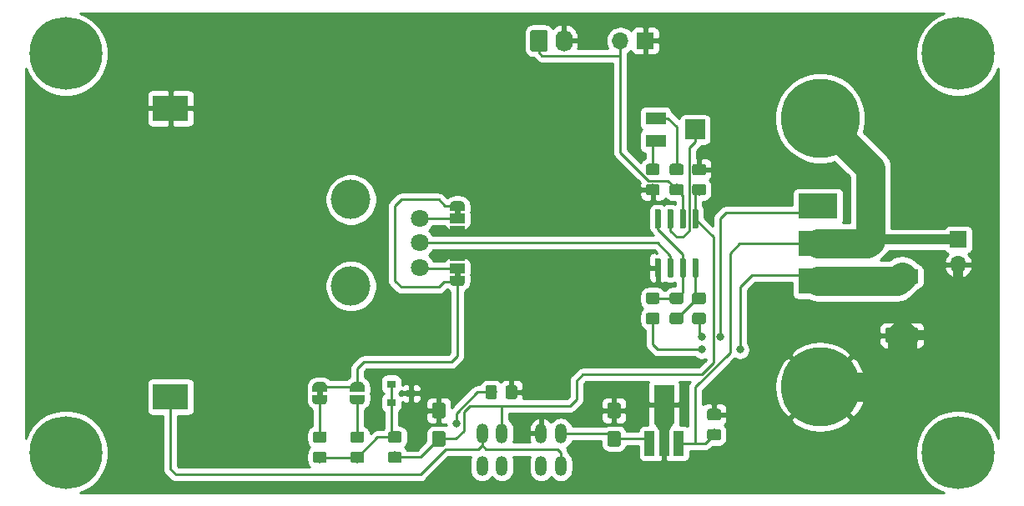
<source format=gbr>
G04 #@! TF.GenerationSoftware,KiCad,Pcbnew,(5.1.2-1)-1*
G04 #@! TF.CreationDate,2019-11-25T00:11:11+01:00*
G04 #@! TF.ProjectId,CCLoad,43434c6f-6164-42e6-9b69-6361645f7063,rev?*
G04 #@! TF.SameCoordinates,Original*
G04 #@! TF.FileFunction,Copper,L2,Bot*
G04 #@! TF.FilePolarity,Positive*
%FSLAX46Y46*%
G04 Gerber Fmt 4.6, Leading zero omitted, Abs format (unit mm)*
G04 Created by KiCad (PCBNEW (5.1.2-1)-1) date 2019-11-25 00:11:11*
%MOMM*%
%LPD*%
G04 APERTURE LIST*
%ADD10C,0.100000*%
%ADD11R,4.000000X2.540000*%
%ADD12C,8.000000*%
%ADD13C,1.350000*%
%ADD14R,3.600000X2.600000*%
%ADD15C,0.600000*%
%ADD16R,0.900000X0.800000*%
%ADD17C,0.750000*%
%ADD18R,2.000000X4.000000*%
%ADD19R,1.000000X2.500000*%
%ADD20O,1.200000X2.000000*%
%ADD21R,2.000000X1.300000*%
%ADD22R,2.000000X2.000000*%
%ADD23C,4.000000*%
%ADD24C,1.800000*%
%ADD25C,1.150000*%
%ADD26C,1.525000*%
%ADD27C,0.500000*%
%ADD28R,1.500000X1.000000*%
%ADD29O,1.700000X1.700000*%
%ADD30R,1.700000X1.700000*%
%ADD31O,1.740000X2.200000*%
%ADD32C,1.740000*%
%ADD33C,7.400000*%
%ADD34C,0.800000*%
%ADD35C,0.250000*%
%ADD36C,3.000000*%
%ADD37C,1.000000*%
%ADD38C,0.254000*%
G04 APERTURE END LIST*
D10*
G36*
X146350000Y-105070000D02*
G01*
X146350000Y-104570000D01*
X145750000Y-104570000D01*
X145750000Y-105070000D01*
X146350000Y-105070000D01*
G37*
G36*
X145750000Y-98190000D02*
G01*
X145750000Y-98690000D01*
X146350000Y-98690000D01*
X146350000Y-98190000D01*
X145750000Y-98190000D01*
G37*
G36*
X131780000Y-117090000D02*
G01*
X131780000Y-116590000D01*
X132380000Y-116590000D01*
X132380000Y-117090000D01*
X131780000Y-117090000D01*
G37*
D11*
X182640000Y-97830000D03*
X182640000Y-105450000D03*
X182640000Y-101640000D03*
D12*
X182880000Y-116205000D03*
X182840000Y-88900000D03*
D10*
G36*
X144594505Y-117791204D02*
G01*
X144618773Y-117794804D01*
X144642572Y-117800765D01*
X144665671Y-117809030D01*
X144687850Y-117819520D01*
X144708893Y-117832132D01*
X144728599Y-117846747D01*
X144746777Y-117863223D01*
X144763253Y-117881401D01*
X144777868Y-117901107D01*
X144790480Y-117922150D01*
X144800970Y-117944329D01*
X144809235Y-117967428D01*
X144815196Y-117991227D01*
X144818796Y-118015495D01*
X144820000Y-118039999D01*
X144820000Y-119115001D01*
X144818796Y-119139505D01*
X144815196Y-119163773D01*
X144809235Y-119187572D01*
X144800970Y-119210671D01*
X144790480Y-119232850D01*
X144777868Y-119253893D01*
X144763253Y-119273599D01*
X144746777Y-119291777D01*
X144728599Y-119308253D01*
X144708893Y-119322868D01*
X144687850Y-119335480D01*
X144665671Y-119345970D01*
X144642572Y-119354235D01*
X144618773Y-119360196D01*
X144594505Y-119363796D01*
X144570001Y-119365000D01*
X143719999Y-119365000D01*
X143695495Y-119363796D01*
X143671227Y-119360196D01*
X143647428Y-119354235D01*
X143624329Y-119345970D01*
X143602150Y-119335480D01*
X143581107Y-119322868D01*
X143561401Y-119308253D01*
X143543223Y-119291777D01*
X143526747Y-119273599D01*
X143512132Y-119253893D01*
X143499520Y-119232850D01*
X143489030Y-119210671D01*
X143480765Y-119187572D01*
X143474804Y-119163773D01*
X143471204Y-119139505D01*
X143470000Y-119115001D01*
X143470000Y-118039999D01*
X143471204Y-118015495D01*
X143474804Y-117991227D01*
X143480765Y-117967428D01*
X143489030Y-117944329D01*
X143499520Y-117922150D01*
X143512132Y-117901107D01*
X143526747Y-117881401D01*
X143543223Y-117863223D01*
X143561401Y-117846747D01*
X143581107Y-117832132D01*
X143602150Y-117819520D01*
X143624329Y-117809030D01*
X143647428Y-117800765D01*
X143671227Y-117794804D01*
X143695495Y-117791204D01*
X143719999Y-117790000D01*
X144570001Y-117790000D01*
X144594505Y-117791204D01*
X144594505Y-117791204D01*
G37*
D13*
X144145000Y-118577500D03*
D10*
G36*
X144594505Y-120666204D02*
G01*
X144618773Y-120669804D01*
X144642572Y-120675765D01*
X144665671Y-120684030D01*
X144687850Y-120694520D01*
X144708893Y-120707132D01*
X144728599Y-120721747D01*
X144746777Y-120738223D01*
X144763253Y-120756401D01*
X144777868Y-120776107D01*
X144790480Y-120797150D01*
X144800970Y-120819329D01*
X144809235Y-120842428D01*
X144815196Y-120866227D01*
X144818796Y-120890495D01*
X144820000Y-120914999D01*
X144820000Y-121990001D01*
X144818796Y-122014505D01*
X144815196Y-122038773D01*
X144809235Y-122062572D01*
X144800970Y-122085671D01*
X144790480Y-122107850D01*
X144777868Y-122128893D01*
X144763253Y-122148599D01*
X144746777Y-122166777D01*
X144728599Y-122183253D01*
X144708893Y-122197868D01*
X144687850Y-122210480D01*
X144665671Y-122220970D01*
X144642572Y-122229235D01*
X144618773Y-122235196D01*
X144594505Y-122238796D01*
X144570001Y-122240000D01*
X143719999Y-122240000D01*
X143695495Y-122238796D01*
X143671227Y-122235196D01*
X143647428Y-122229235D01*
X143624329Y-122220970D01*
X143602150Y-122210480D01*
X143581107Y-122197868D01*
X143561401Y-122183253D01*
X143543223Y-122166777D01*
X143526747Y-122148599D01*
X143512132Y-122128893D01*
X143499520Y-122107850D01*
X143489030Y-122085671D01*
X143480765Y-122062572D01*
X143474804Y-122038773D01*
X143471204Y-122014505D01*
X143470000Y-121990001D01*
X143470000Y-120914999D01*
X143471204Y-120890495D01*
X143474804Y-120866227D01*
X143480765Y-120842428D01*
X143489030Y-120819329D01*
X143499520Y-120797150D01*
X143512132Y-120776107D01*
X143526747Y-120756401D01*
X143543223Y-120738223D01*
X143561401Y-120721747D01*
X143581107Y-120707132D01*
X143602150Y-120694520D01*
X143624329Y-120684030D01*
X143647428Y-120675765D01*
X143671227Y-120669804D01*
X143695495Y-120666204D01*
X143719999Y-120665000D01*
X144570001Y-120665000D01*
X144594505Y-120666204D01*
X144594505Y-120666204D01*
G37*
D13*
X144145000Y-121452500D03*
D10*
G36*
X162374505Y-117791204D02*
G01*
X162398773Y-117794804D01*
X162422572Y-117800765D01*
X162445671Y-117809030D01*
X162467850Y-117819520D01*
X162488893Y-117832132D01*
X162508599Y-117846747D01*
X162526777Y-117863223D01*
X162543253Y-117881401D01*
X162557868Y-117901107D01*
X162570480Y-117922150D01*
X162580970Y-117944329D01*
X162589235Y-117967428D01*
X162595196Y-117991227D01*
X162598796Y-118015495D01*
X162600000Y-118039999D01*
X162600000Y-119115001D01*
X162598796Y-119139505D01*
X162595196Y-119163773D01*
X162589235Y-119187572D01*
X162580970Y-119210671D01*
X162570480Y-119232850D01*
X162557868Y-119253893D01*
X162543253Y-119273599D01*
X162526777Y-119291777D01*
X162508599Y-119308253D01*
X162488893Y-119322868D01*
X162467850Y-119335480D01*
X162445671Y-119345970D01*
X162422572Y-119354235D01*
X162398773Y-119360196D01*
X162374505Y-119363796D01*
X162350001Y-119365000D01*
X161499999Y-119365000D01*
X161475495Y-119363796D01*
X161451227Y-119360196D01*
X161427428Y-119354235D01*
X161404329Y-119345970D01*
X161382150Y-119335480D01*
X161361107Y-119322868D01*
X161341401Y-119308253D01*
X161323223Y-119291777D01*
X161306747Y-119273599D01*
X161292132Y-119253893D01*
X161279520Y-119232850D01*
X161269030Y-119210671D01*
X161260765Y-119187572D01*
X161254804Y-119163773D01*
X161251204Y-119139505D01*
X161250000Y-119115001D01*
X161250000Y-118039999D01*
X161251204Y-118015495D01*
X161254804Y-117991227D01*
X161260765Y-117967428D01*
X161269030Y-117944329D01*
X161279520Y-117922150D01*
X161292132Y-117901107D01*
X161306747Y-117881401D01*
X161323223Y-117863223D01*
X161341401Y-117846747D01*
X161361107Y-117832132D01*
X161382150Y-117819520D01*
X161404329Y-117809030D01*
X161427428Y-117800765D01*
X161451227Y-117794804D01*
X161475495Y-117791204D01*
X161499999Y-117790000D01*
X162350001Y-117790000D01*
X162374505Y-117791204D01*
X162374505Y-117791204D01*
G37*
D13*
X161925000Y-118577500D03*
D10*
G36*
X162374505Y-120666204D02*
G01*
X162398773Y-120669804D01*
X162422572Y-120675765D01*
X162445671Y-120684030D01*
X162467850Y-120694520D01*
X162488893Y-120707132D01*
X162508599Y-120721747D01*
X162526777Y-120738223D01*
X162543253Y-120756401D01*
X162557868Y-120776107D01*
X162570480Y-120797150D01*
X162580970Y-120819329D01*
X162589235Y-120842428D01*
X162595196Y-120866227D01*
X162598796Y-120890495D01*
X162600000Y-120914999D01*
X162600000Y-121990001D01*
X162598796Y-122014505D01*
X162595196Y-122038773D01*
X162589235Y-122062572D01*
X162580970Y-122085671D01*
X162570480Y-122107850D01*
X162557868Y-122128893D01*
X162543253Y-122148599D01*
X162526777Y-122166777D01*
X162508599Y-122183253D01*
X162488893Y-122197868D01*
X162467850Y-122210480D01*
X162445671Y-122220970D01*
X162422572Y-122229235D01*
X162398773Y-122235196D01*
X162374505Y-122238796D01*
X162350001Y-122240000D01*
X161499999Y-122240000D01*
X161475495Y-122238796D01*
X161451227Y-122235196D01*
X161427428Y-122229235D01*
X161404329Y-122220970D01*
X161382150Y-122210480D01*
X161361107Y-122197868D01*
X161341401Y-122183253D01*
X161323223Y-122166777D01*
X161306747Y-122148599D01*
X161292132Y-122128893D01*
X161279520Y-122107850D01*
X161269030Y-122085671D01*
X161260765Y-122062572D01*
X161254804Y-122038773D01*
X161251204Y-122014505D01*
X161250000Y-121990001D01*
X161250000Y-120914999D01*
X161251204Y-120890495D01*
X161254804Y-120866227D01*
X161260765Y-120842428D01*
X161269030Y-120819329D01*
X161279520Y-120797150D01*
X161292132Y-120776107D01*
X161306747Y-120756401D01*
X161323223Y-120738223D01*
X161341401Y-120721747D01*
X161361107Y-120707132D01*
X161382150Y-120694520D01*
X161404329Y-120684030D01*
X161427428Y-120675765D01*
X161451227Y-120669804D01*
X161475495Y-120666204D01*
X161499999Y-120665000D01*
X162350001Y-120665000D01*
X162374505Y-120666204D01*
X162374505Y-120666204D01*
G37*
D13*
X161925000Y-121452500D03*
D14*
X116940000Y-117190000D03*
X116940000Y-87890000D03*
D10*
G36*
X170344703Y-98150722D02*
G01*
X170359264Y-98152882D01*
X170373543Y-98156459D01*
X170387403Y-98161418D01*
X170400710Y-98167712D01*
X170413336Y-98175280D01*
X170425159Y-98184048D01*
X170436066Y-98193934D01*
X170445952Y-98204841D01*
X170454720Y-98216664D01*
X170462288Y-98229290D01*
X170468582Y-98242597D01*
X170473541Y-98256457D01*
X170477118Y-98270736D01*
X170479278Y-98285297D01*
X170480000Y-98300000D01*
X170480000Y-99950000D01*
X170479278Y-99964703D01*
X170477118Y-99979264D01*
X170473541Y-99993543D01*
X170468582Y-100007403D01*
X170462288Y-100020710D01*
X170454720Y-100033336D01*
X170445952Y-100045159D01*
X170436066Y-100056066D01*
X170425159Y-100065952D01*
X170413336Y-100074720D01*
X170400710Y-100082288D01*
X170387403Y-100088582D01*
X170373543Y-100093541D01*
X170359264Y-100097118D01*
X170344703Y-100099278D01*
X170330000Y-100100000D01*
X170030000Y-100100000D01*
X170015297Y-100099278D01*
X170000736Y-100097118D01*
X169986457Y-100093541D01*
X169972597Y-100088582D01*
X169959290Y-100082288D01*
X169946664Y-100074720D01*
X169934841Y-100065952D01*
X169923934Y-100056066D01*
X169914048Y-100045159D01*
X169905280Y-100033336D01*
X169897712Y-100020710D01*
X169891418Y-100007403D01*
X169886459Y-99993543D01*
X169882882Y-99979264D01*
X169880722Y-99964703D01*
X169880000Y-99950000D01*
X169880000Y-98300000D01*
X169880722Y-98285297D01*
X169882882Y-98270736D01*
X169886459Y-98256457D01*
X169891418Y-98242597D01*
X169897712Y-98229290D01*
X169905280Y-98216664D01*
X169914048Y-98204841D01*
X169923934Y-98193934D01*
X169934841Y-98184048D01*
X169946664Y-98175280D01*
X169959290Y-98167712D01*
X169972597Y-98161418D01*
X169986457Y-98156459D01*
X170000736Y-98152882D01*
X170015297Y-98150722D01*
X170030000Y-98150000D01*
X170330000Y-98150000D01*
X170344703Y-98150722D01*
X170344703Y-98150722D01*
G37*
D15*
X170180000Y-99125000D03*
D10*
G36*
X169074703Y-98150722D02*
G01*
X169089264Y-98152882D01*
X169103543Y-98156459D01*
X169117403Y-98161418D01*
X169130710Y-98167712D01*
X169143336Y-98175280D01*
X169155159Y-98184048D01*
X169166066Y-98193934D01*
X169175952Y-98204841D01*
X169184720Y-98216664D01*
X169192288Y-98229290D01*
X169198582Y-98242597D01*
X169203541Y-98256457D01*
X169207118Y-98270736D01*
X169209278Y-98285297D01*
X169210000Y-98300000D01*
X169210000Y-99950000D01*
X169209278Y-99964703D01*
X169207118Y-99979264D01*
X169203541Y-99993543D01*
X169198582Y-100007403D01*
X169192288Y-100020710D01*
X169184720Y-100033336D01*
X169175952Y-100045159D01*
X169166066Y-100056066D01*
X169155159Y-100065952D01*
X169143336Y-100074720D01*
X169130710Y-100082288D01*
X169117403Y-100088582D01*
X169103543Y-100093541D01*
X169089264Y-100097118D01*
X169074703Y-100099278D01*
X169060000Y-100100000D01*
X168760000Y-100100000D01*
X168745297Y-100099278D01*
X168730736Y-100097118D01*
X168716457Y-100093541D01*
X168702597Y-100088582D01*
X168689290Y-100082288D01*
X168676664Y-100074720D01*
X168664841Y-100065952D01*
X168653934Y-100056066D01*
X168644048Y-100045159D01*
X168635280Y-100033336D01*
X168627712Y-100020710D01*
X168621418Y-100007403D01*
X168616459Y-99993543D01*
X168612882Y-99979264D01*
X168610722Y-99964703D01*
X168610000Y-99950000D01*
X168610000Y-98300000D01*
X168610722Y-98285297D01*
X168612882Y-98270736D01*
X168616459Y-98256457D01*
X168621418Y-98242597D01*
X168627712Y-98229290D01*
X168635280Y-98216664D01*
X168644048Y-98204841D01*
X168653934Y-98193934D01*
X168664841Y-98184048D01*
X168676664Y-98175280D01*
X168689290Y-98167712D01*
X168702597Y-98161418D01*
X168716457Y-98156459D01*
X168730736Y-98152882D01*
X168745297Y-98150722D01*
X168760000Y-98150000D01*
X169060000Y-98150000D01*
X169074703Y-98150722D01*
X169074703Y-98150722D01*
G37*
D15*
X168910000Y-99125000D03*
D10*
G36*
X167804703Y-98150722D02*
G01*
X167819264Y-98152882D01*
X167833543Y-98156459D01*
X167847403Y-98161418D01*
X167860710Y-98167712D01*
X167873336Y-98175280D01*
X167885159Y-98184048D01*
X167896066Y-98193934D01*
X167905952Y-98204841D01*
X167914720Y-98216664D01*
X167922288Y-98229290D01*
X167928582Y-98242597D01*
X167933541Y-98256457D01*
X167937118Y-98270736D01*
X167939278Y-98285297D01*
X167940000Y-98300000D01*
X167940000Y-99950000D01*
X167939278Y-99964703D01*
X167937118Y-99979264D01*
X167933541Y-99993543D01*
X167928582Y-100007403D01*
X167922288Y-100020710D01*
X167914720Y-100033336D01*
X167905952Y-100045159D01*
X167896066Y-100056066D01*
X167885159Y-100065952D01*
X167873336Y-100074720D01*
X167860710Y-100082288D01*
X167847403Y-100088582D01*
X167833543Y-100093541D01*
X167819264Y-100097118D01*
X167804703Y-100099278D01*
X167790000Y-100100000D01*
X167490000Y-100100000D01*
X167475297Y-100099278D01*
X167460736Y-100097118D01*
X167446457Y-100093541D01*
X167432597Y-100088582D01*
X167419290Y-100082288D01*
X167406664Y-100074720D01*
X167394841Y-100065952D01*
X167383934Y-100056066D01*
X167374048Y-100045159D01*
X167365280Y-100033336D01*
X167357712Y-100020710D01*
X167351418Y-100007403D01*
X167346459Y-99993543D01*
X167342882Y-99979264D01*
X167340722Y-99964703D01*
X167340000Y-99950000D01*
X167340000Y-98300000D01*
X167340722Y-98285297D01*
X167342882Y-98270736D01*
X167346459Y-98256457D01*
X167351418Y-98242597D01*
X167357712Y-98229290D01*
X167365280Y-98216664D01*
X167374048Y-98204841D01*
X167383934Y-98193934D01*
X167394841Y-98184048D01*
X167406664Y-98175280D01*
X167419290Y-98167712D01*
X167432597Y-98161418D01*
X167446457Y-98156459D01*
X167460736Y-98152882D01*
X167475297Y-98150722D01*
X167490000Y-98150000D01*
X167790000Y-98150000D01*
X167804703Y-98150722D01*
X167804703Y-98150722D01*
G37*
D15*
X167640000Y-99125000D03*
D10*
G36*
X166534703Y-98150722D02*
G01*
X166549264Y-98152882D01*
X166563543Y-98156459D01*
X166577403Y-98161418D01*
X166590710Y-98167712D01*
X166603336Y-98175280D01*
X166615159Y-98184048D01*
X166626066Y-98193934D01*
X166635952Y-98204841D01*
X166644720Y-98216664D01*
X166652288Y-98229290D01*
X166658582Y-98242597D01*
X166663541Y-98256457D01*
X166667118Y-98270736D01*
X166669278Y-98285297D01*
X166670000Y-98300000D01*
X166670000Y-99950000D01*
X166669278Y-99964703D01*
X166667118Y-99979264D01*
X166663541Y-99993543D01*
X166658582Y-100007403D01*
X166652288Y-100020710D01*
X166644720Y-100033336D01*
X166635952Y-100045159D01*
X166626066Y-100056066D01*
X166615159Y-100065952D01*
X166603336Y-100074720D01*
X166590710Y-100082288D01*
X166577403Y-100088582D01*
X166563543Y-100093541D01*
X166549264Y-100097118D01*
X166534703Y-100099278D01*
X166520000Y-100100000D01*
X166220000Y-100100000D01*
X166205297Y-100099278D01*
X166190736Y-100097118D01*
X166176457Y-100093541D01*
X166162597Y-100088582D01*
X166149290Y-100082288D01*
X166136664Y-100074720D01*
X166124841Y-100065952D01*
X166113934Y-100056066D01*
X166104048Y-100045159D01*
X166095280Y-100033336D01*
X166087712Y-100020710D01*
X166081418Y-100007403D01*
X166076459Y-99993543D01*
X166072882Y-99979264D01*
X166070722Y-99964703D01*
X166070000Y-99950000D01*
X166070000Y-98300000D01*
X166070722Y-98285297D01*
X166072882Y-98270736D01*
X166076459Y-98256457D01*
X166081418Y-98242597D01*
X166087712Y-98229290D01*
X166095280Y-98216664D01*
X166104048Y-98204841D01*
X166113934Y-98193934D01*
X166124841Y-98184048D01*
X166136664Y-98175280D01*
X166149290Y-98167712D01*
X166162597Y-98161418D01*
X166176457Y-98156459D01*
X166190736Y-98152882D01*
X166205297Y-98150722D01*
X166220000Y-98150000D01*
X166520000Y-98150000D01*
X166534703Y-98150722D01*
X166534703Y-98150722D01*
G37*
D15*
X166370000Y-99125000D03*
D10*
G36*
X166534703Y-103100722D02*
G01*
X166549264Y-103102882D01*
X166563543Y-103106459D01*
X166577403Y-103111418D01*
X166590710Y-103117712D01*
X166603336Y-103125280D01*
X166615159Y-103134048D01*
X166626066Y-103143934D01*
X166635952Y-103154841D01*
X166644720Y-103166664D01*
X166652288Y-103179290D01*
X166658582Y-103192597D01*
X166663541Y-103206457D01*
X166667118Y-103220736D01*
X166669278Y-103235297D01*
X166670000Y-103250000D01*
X166670000Y-104900000D01*
X166669278Y-104914703D01*
X166667118Y-104929264D01*
X166663541Y-104943543D01*
X166658582Y-104957403D01*
X166652288Y-104970710D01*
X166644720Y-104983336D01*
X166635952Y-104995159D01*
X166626066Y-105006066D01*
X166615159Y-105015952D01*
X166603336Y-105024720D01*
X166590710Y-105032288D01*
X166577403Y-105038582D01*
X166563543Y-105043541D01*
X166549264Y-105047118D01*
X166534703Y-105049278D01*
X166520000Y-105050000D01*
X166220000Y-105050000D01*
X166205297Y-105049278D01*
X166190736Y-105047118D01*
X166176457Y-105043541D01*
X166162597Y-105038582D01*
X166149290Y-105032288D01*
X166136664Y-105024720D01*
X166124841Y-105015952D01*
X166113934Y-105006066D01*
X166104048Y-104995159D01*
X166095280Y-104983336D01*
X166087712Y-104970710D01*
X166081418Y-104957403D01*
X166076459Y-104943543D01*
X166072882Y-104929264D01*
X166070722Y-104914703D01*
X166070000Y-104900000D01*
X166070000Y-103250000D01*
X166070722Y-103235297D01*
X166072882Y-103220736D01*
X166076459Y-103206457D01*
X166081418Y-103192597D01*
X166087712Y-103179290D01*
X166095280Y-103166664D01*
X166104048Y-103154841D01*
X166113934Y-103143934D01*
X166124841Y-103134048D01*
X166136664Y-103125280D01*
X166149290Y-103117712D01*
X166162597Y-103111418D01*
X166176457Y-103106459D01*
X166190736Y-103102882D01*
X166205297Y-103100722D01*
X166220000Y-103100000D01*
X166520000Y-103100000D01*
X166534703Y-103100722D01*
X166534703Y-103100722D01*
G37*
D15*
X166370000Y-104075000D03*
D10*
G36*
X167804703Y-103100722D02*
G01*
X167819264Y-103102882D01*
X167833543Y-103106459D01*
X167847403Y-103111418D01*
X167860710Y-103117712D01*
X167873336Y-103125280D01*
X167885159Y-103134048D01*
X167896066Y-103143934D01*
X167905952Y-103154841D01*
X167914720Y-103166664D01*
X167922288Y-103179290D01*
X167928582Y-103192597D01*
X167933541Y-103206457D01*
X167937118Y-103220736D01*
X167939278Y-103235297D01*
X167940000Y-103250000D01*
X167940000Y-104900000D01*
X167939278Y-104914703D01*
X167937118Y-104929264D01*
X167933541Y-104943543D01*
X167928582Y-104957403D01*
X167922288Y-104970710D01*
X167914720Y-104983336D01*
X167905952Y-104995159D01*
X167896066Y-105006066D01*
X167885159Y-105015952D01*
X167873336Y-105024720D01*
X167860710Y-105032288D01*
X167847403Y-105038582D01*
X167833543Y-105043541D01*
X167819264Y-105047118D01*
X167804703Y-105049278D01*
X167790000Y-105050000D01*
X167490000Y-105050000D01*
X167475297Y-105049278D01*
X167460736Y-105047118D01*
X167446457Y-105043541D01*
X167432597Y-105038582D01*
X167419290Y-105032288D01*
X167406664Y-105024720D01*
X167394841Y-105015952D01*
X167383934Y-105006066D01*
X167374048Y-104995159D01*
X167365280Y-104983336D01*
X167357712Y-104970710D01*
X167351418Y-104957403D01*
X167346459Y-104943543D01*
X167342882Y-104929264D01*
X167340722Y-104914703D01*
X167340000Y-104900000D01*
X167340000Y-103250000D01*
X167340722Y-103235297D01*
X167342882Y-103220736D01*
X167346459Y-103206457D01*
X167351418Y-103192597D01*
X167357712Y-103179290D01*
X167365280Y-103166664D01*
X167374048Y-103154841D01*
X167383934Y-103143934D01*
X167394841Y-103134048D01*
X167406664Y-103125280D01*
X167419290Y-103117712D01*
X167432597Y-103111418D01*
X167446457Y-103106459D01*
X167460736Y-103102882D01*
X167475297Y-103100722D01*
X167490000Y-103100000D01*
X167790000Y-103100000D01*
X167804703Y-103100722D01*
X167804703Y-103100722D01*
G37*
D15*
X167640000Y-104075000D03*
D10*
G36*
X169074703Y-103100722D02*
G01*
X169089264Y-103102882D01*
X169103543Y-103106459D01*
X169117403Y-103111418D01*
X169130710Y-103117712D01*
X169143336Y-103125280D01*
X169155159Y-103134048D01*
X169166066Y-103143934D01*
X169175952Y-103154841D01*
X169184720Y-103166664D01*
X169192288Y-103179290D01*
X169198582Y-103192597D01*
X169203541Y-103206457D01*
X169207118Y-103220736D01*
X169209278Y-103235297D01*
X169210000Y-103250000D01*
X169210000Y-104900000D01*
X169209278Y-104914703D01*
X169207118Y-104929264D01*
X169203541Y-104943543D01*
X169198582Y-104957403D01*
X169192288Y-104970710D01*
X169184720Y-104983336D01*
X169175952Y-104995159D01*
X169166066Y-105006066D01*
X169155159Y-105015952D01*
X169143336Y-105024720D01*
X169130710Y-105032288D01*
X169117403Y-105038582D01*
X169103543Y-105043541D01*
X169089264Y-105047118D01*
X169074703Y-105049278D01*
X169060000Y-105050000D01*
X168760000Y-105050000D01*
X168745297Y-105049278D01*
X168730736Y-105047118D01*
X168716457Y-105043541D01*
X168702597Y-105038582D01*
X168689290Y-105032288D01*
X168676664Y-105024720D01*
X168664841Y-105015952D01*
X168653934Y-105006066D01*
X168644048Y-104995159D01*
X168635280Y-104983336D01*
X168627712Y-104970710D01*
X168621418Y-104957403D01*
X168616459Y-104943543D01*
X168612882Y-104929264D01*
X168610722Y-104914703D01*
X168610000Y-104900000D01*
X168610000Y-103250000D01*
X168610722Y-103235297D01*
X168612882Y-103220736D01*
X168616459Y-103206457D01*
X168621418Y-103192597D01*
X168627712Y-103179290D01*
X168635280Y-103166664D01*
X168644048Y-103154841D01*
X168653934Y-103143934D01*
X168664841Y-103134048D01*
X168676664Y-103125280D01*
X168689290Y-103117712D01*
X168702597Y-103111418D01*
X168716457Y-103106459D01*
X168730736Y-103102882D01*
X168745297Y-103100722D01*
X168760000Y-103100000D01*
X169060000Y-103100000D01*
X169074703Y-103100722D01*
X169074703Y-103100722D01*
G37*
D15*
X168910000Y-104075000D03*
D10*
G36*
X170344703Y-103100722D02*
G01*
X170359264Y-103102882D01*
X170373543Y-103106459D01*
X170387403Y-103111418D01*
X170400710Y-103117712D01*
X170413336Y-103125280D01*
X170425159Y-103134048D01*
X170436066Y-103143934D01*
X170445952Y-103154841D01*
X170454720Y-103166664D01*
X170462288Y-103179290D01*
X170468582Y-103192597D01*
X170473541Y-103206457D01*
X170477118Y-103220736D01*
X170479278Y-103235297D01*
X170480000Y-103250000D01*
X170480000Y-104900000D01*
X170479278Y-104914703D01*
X170477118Y-104929264D01*
X170473541Y-104943543D01*
X170468582Y-104957403D01*
X170462288Y-104970710D01*
X170454720Y-104983336D01*
X170445952Y-104995159D01*
X170436066Y-105006066D01*
X170425159Y-105015952D01*
X170413336Y-105024720D01*
X170400710Y-105032288D01*
X170387403Y-105038582D01*
X170373543Y-105043541D01*
X170359264Y-105047118D01*
X170344703Y-105049278D01*
X170330000Y-105050000D01*
X170030000Y-105050000D01*
X170015297Y-105049278D01*
X170000736Y-105047118D01*
X169986457Y-105043541D01*
X169972597Y-105038582D01*
X169959290Y-105032288D01*
X169946664Y-105024720D01*
X169934841Y-105015952D01*
X169923934Y-105006066D01*
X169914048Y-104995159D01*
X169905280Y-104983336D01*
X169897712Y-104970710D01*
X169891418Y-104957403D01*
X169886459Y-104943543D01*
X169882882Y-104929264D01*
X169880722Y-104914703D01*
X169880000Y-104900000D01*
X169880000Y-103250000D01*
X169880722Y-103235297D01*
X169882882Y-103220736D01*
X169886459Y-103206457D01*
X169891418Y-103192597D01*
X169897712Y-103179290D01*
X169905280Y-103166664D01*
X169914048Y-103154841D01*
X169923934Y-103143934D01*
X169934841Y-103134048D01*
X169946664Y-103125280D01*
X169959290Y-103117712D01*
X169972597Y-103111418D01*
X169986457Y-103106459D01*
X170000736Y-103102882D01*
X170015297Y-103100722D01*
X170030000Y-103100000D01*
X170330000Y-103100000D01*
X170344703Y-103100722D01*
X170344703Y-103100722D01*
G37*
D15*
X170180000Y-104075000D03*
D16*
X141335000Y-116840000D03*
X139335000Y-115890000D03*
X139335000Y-117790000D03*
D17*
X167005000Y-120310000D03*
D10*
G36*
X166505000Y-120685000D02*
G01*
X166005000Y-119935000D01*
X168005000Y-119935000D01*
X167505000Y-120685000D01*
X166505000Y-120685000D01*
X166505000Y-120685000D01*
G37*
D18*
X167005000Y-117960000D03*
D19*
X165505000Y-121920000D03*
X167005000Y-121920000D03*
X168505000Y-121920000D03*
D20*
X148540000Y-120890000D03*
X148540000Y-124190000D03*
X150540000Y-120890000D03*
X150540000Y-124190000D03*
X154540000Y-120890000D03*
X154540000Y-124190000D03*
X156540000Y-120890000D03*
X156540000Y-124190000D03*
D21*
X166148000Y-88893000D03*
D22*
X170148000Y-90043000D03*
D21*
X166148000Y-91193000D03*
D23*
X135240000Y-97160000D03*
X135240000Y-105960000D03*
D24*
X142240000Y-99060000D03*
X142240000Y-101560000D03*
X142240000Y-104060000D03*
D10*
G36*
X168749505Y-93524204D02*
G01*
X168773773Y-93527804D01*
X168797572Y-93533765D01*
X168820671Y-93542030D01*
X168842850Y-93552520D01*
X168863893Y-93565132D01*
X168883599Y-93579747D01*
X168901777Y-93596223D01*
X168918253Y-93614401D01*
X168932868Y-93634107D01*
X168945480Y-93655150D01*
X168955970Y-93677329D01*
X168964235Y-93700428D01*
X168970196Y-93724227D01*
X168973796Y-93748495D01*
X168975000Y-93772999D01*
X168975000Y-94423001D01*
X168973796Y-94447505D01*
X168970196Y-94471773D01*
X168964235Y-94495572D01*
X168955970Y-94518671D01*
X168945480Y-94540850D01*
X168932868Y-94561893D01*
X168918253Y-94581599D01*
X168901777Y-94599777D01*
X168883599Y-94616253D01*
X168863893Y-94630868D01*
X168842850Y-94643480D01*
X168820671Y-94653970D01*
X168797572Y-94662235D01*
X168773773Y-94668196D01*
X168749505Y-94671796D01*
X168725001Y-94673000D01*
X167824999Y-94673000D01*
X167800495Y-94671796D01*
X167776227Y-94668196D01*
X167752428Y-94662235D01*
X167729329Y-94653970D01*
X167707150Y-94643480D01*
X167686107Y-94630868D01*
X167666401Y-94616253D01*
X167648223Y-94599777D01*
X167631747Y-94581599D01*
X167617132Y-94561893D01*
X167604520Y-94540850D01*
X167594030Y-94518671D01*
X167585765Y-94495572D01*
X167579804Y-94471773D01*
X167576204Y-94447505D01*
X167575000Y-94423001D01*
X167575000Y-93772999D01*
X167576204Y-93748495D01*
X167579804Y-93724227D01*
X167585765Y-93700428D01*
X167594030Y-93677329D01*
X167604520Y-93655150D01*
X167617132Y-93634107D01*
X167631747Y-93614401D01*
X167648223Y-93596223D01*
X167666401Y-93579747D01*
X167686107Y-93565132D01*
X167707150Y-93552520D01*
X167729329Y-93542030D01*
X167752428Y-93533765D01*
X167776227Y-93527804D01*
X167800495Y-93524204D01*
X167824999Y-93523000D01*
X168725001Y-93523000D01*
X168749505Y-93524204D01*
X168749505Y-93524204D01*
G37*
D25*
X168275000Y-94098000D03*
D10*
G36*
X168749505Y-95574204D02*
G01*
X168773773Y-95577804D01*
X168797572Y-95583765D01*
X168820671Y-95592030D01*
X168842850Y-95602520D01*
X168863893Y-95615132D01*
X168883599Y-95629747D01*
X168901777Y-95646223D01*
X168918253Y-95664401D01*
X168932868Y-95684107D01*
X168945480Y-95705150D01*
X168955970Y-95727329D01*
X168964235Y-95750428D01*
X168970196Y-95774227D01*
X168973796Y-95798495D01*
X168975000Y-95822999D01*
X168975000Y-96473001D01*
X168973796Y-96497505D01*
X168970196Y-96521773D01*
X168964235Y-96545572D01*
X168955970Y-96568671D01*
X168945480Y-96590850D01*
X168932868Y-96611893D01*
X168918253Y-96631599D01*
X168901777Y-96649777D01*
X168883599Y-96666253D01*
X168863893Y-96680868D01*
X168842850Y-96693480D01*
X168820671Y-96703970D01*
X168797572Y-96712235D01*
X168773773Y-96718196D01*
X168749505Y-96721796D01*
X168725001Y-96723000D01*
X167824999Y-96723000D01*
X167800495Y-96721796D01*
X167776227Y-96718196D01*
X167752428Y-96712235D01*
X167729329Y-96703970D01*
X167707150Y-96693480D01*
X167686107Y-96680868D01*
X167666401Y-96666253D01*
X167648223Y-96649777D01*
X167631747Y-96631599D01*
X167617132Y-96611893D01*
X167604520Y-96590850D01*
X167594030Y-96568671D01*
X167585765Y-96545572D01*
X167579804Y-96521773D01*
X167576204Y-96497505D01*
X167575000Y-96473001D01*
X167575000Y-95822999D01*
X167576204Y-95798495D01*
X167579804Y-95774227D01*
X167585765Y-95750428D01*
X167594030Y-95727329D01*
X167604520Y-95705150D01*
X167617132Y-95684107D01*
X167631747Y-95664401D01*
X167648223Y-95646223D01*
X167666401Y-95629747D01*
X167686107Y-95615132D01*
X167707150Y-95602520D01*
X167729329Y-95592030D01*
X167752428Y-95583765D01*
X167776227Y-95577804D01*
X167800495Y-95574204D01*
X167824999Y-95573000D01*
X168725001Y-95573000D01*
X168749505Y-95574204D01*
X168749505Y-95574204D01*
G37*
D25*
X168275000Y-96148000D03*
D10*
G36*
X166336505Y-95574204D02*
G01*
X166360773Y-95577804D01*
X166384572Y-95583765D01*
X166407671Y-95592030D01*
X166429850Y-95602520D01*
X166450893Y-95615132D01*
X166470599Y-95629747D01*
X166488777Y-95646223D01*
X166505253Y-95664401D01*
X166519868Y-95684107D01*
X166532480Y-95705150D01*
X166542970Y-95727329D01*
X166551235Y-95750428D01*
X166557196Y-95774227D01*
X166560796Y-95798495D01*
X166562000Y-95822999D01*
X166562000Y-96473001D01*
X166560796Y-96497505D01*
X166557196Y-96521773D01*
X166551235Y-96545572D01*
X166542970Y-96568671D01*
X166532480Y-96590850D01*
X166519868Y-96611893D01*
X166505253Y-96631599D01*
X166488777Y-96649777D01*
X166470599Y-96666253D01*
X166450893Y-96680868D01*
X166429850Y-96693480D01*
X166407671Y-96703970D01*
X166384572Y-96712235D01*
X166360773Y-96718196D01*
X166336505Y-96721796D01*
X166312001Y-96723000D01*
X165411999Y-96723000D01*
X165387495Y-96721796D01*
X165363227Y-96718196D01*
X165339428Y-96712235D01*
X165316329Y-96703970D01*
X165294150Y-96693480D01*
X165273107Y-96680868D01*
X165253401Y-96666253D01*
X165235223Y-96649777D01*
X165218747Y-96631599D01*
X165204132Y-96611893D01*
X165191520Y-96590850D01*
X165181030Y-96568671D01*
X165172765Y-96545572D01*
X165166804Y-96521773D01*
X165163204Y-96497505D01*
X165162000Y-96473001D01*
X165162000Y-95822999D01*
X165163204Y-95798495D01*
X165166804Y-95774227D01*
X165172765Y-95750428D01*
X165181030Y-95727329D01*
X165191520Y-95705150D01*
X165204132Y-95684107D01*
X165218747Y-95664401D01*
X165235223Y-95646223D01*
X165253401Y-95629747D01*
X165273107Y-95615132D01*
X165294150Y-95602520D01*
X165316329Y-95592030D01*
X165339428Y-95583765D01*
X165363227Y-95577804D01*
X165387495Y-95574204D01*
X165411999Y-95573000D01*
X166312001Y-95573000D01*
X166336505Y-95574204D01*
X166336505Y-95574204D01*
G37*
D25*
X165862000Y-96148000D03*
D10*
G36*
X166336505Y-93524204D02*
G01*
X166360773Y-93527804D01*
X166384572Y-93533765D01*
X166407671Y-93542030D01*
X166429850Y-93552520D01*
X166450893Y-93565132D01*
X166470599Y-93579747D01*
X166488777Y-93596223D01*
X166505253Y-93614401D01*
X166519868Y-93634107D01*
X166532480Y-93655150D01*
X166542970Y-93677329D01*
X166551235Y-93700428D01*
X166557196Y-93724227D01*
X166560796Y-93748495D01*
X166562000Y-93772999D01*
X166562000Y-94423001D01*
X166560796Y-94447505D01*
X166557196Y-94471773D01*
X166551235Y-94495572D01*
X166542970Y-94518671D01*
X166532480Y-94540850D01*
X166519868Y-94561893D01*
X166505253Y-94581599D01*
X166488777Y-94599777D01*
X166470599Y-94616253D01*
X166450893Y-94630868D01*
X166429850Y-94643480D01*
X166407671Y-94653970D01*
X166384572Y-94662235D01*
X166360773Y-94668196D01*
X166336505Y-94671796D01*
X166312001Y-94673000D01*
X165411999Y-94673000D01*
X165387495Y-94671796D01*
X165363227Y-94668196D01*
X165339428Y-94662235D01*
X165316329Y-94653970D01*
X165294150Y-94643480D01*
X165273107Y-94630868D01*
X165253401Y-94616253D01*
X165235223Y-94599777D01*
X165218747Y-94581599D01*
X165204132Y-94561893D01*
X165191520Y-94540850D01*
X165181030Y-94518671D01*
X165172765Y-94495572D01*
X165166804Y-94471773D01*
X165163204Y-94447505D01*
X165162000Y-94423001D01*
X165162000Y-93772999D01*
X165163204Y-93748495D01*
X165166804Y-93724227D01*
X165172765Y-93700428D01*
X165181030Y-93677329D01*
X165191520Y-93655150D01*
X165204132Y-93634107D01*
X165218747Y-93614401D01*
X165235223Y-93596223D01*
X165253401Y-93579747D01*
X165273107Y-93565132D01*
X165294150Y-93552520D01*
X165316329Y-93542030D01*
X165339428Y-93533765D01*
X165363227Y-93527804D01*
X165387495Y-93524204D01*
X165411999Y-93523000D01*
X166312001Y-93523000D01*
X166336505Y-93524204D01*
X166336505Y-93524204D01*
G37*
D25*
X165862000Y-94098000D03*
D10*
G36*
X151869505Y-116014204D02*
G01*
X151893773Y-116017804D01*
X151917572Y-116023765D01*
X151940671Y-116032030D01*
X151962850Y-116042520D01*
X151983893Y-116055132D01*
X152003599Y-116069747D01*
X152021777Y-116086223D01*
X152038253Y-116104401D01*
X152052868Y-116124107D01*
X152065480Y-116145150D01*
X152075970Y-116167329D01*
X152084235Y-116190428D01*
X152090196Y-116214227D01*
X152093796Y-116238495D01*
X152095000Y-116262999D01*
X152095000Y-117163001D01*
X152093796Y-117187505D01*
X152090196Y-117211773D01*
X152084235Y-117235572D01*
X152075970Y-117258671D01*
X152065480Y-117280850D01*
X152052868Y-117301893D01*
X152038253Y-117321599D01*
X152021777Y-117339777D01*
X152003599Y-117356253D01*
X151983893Y-117370868D01*
X151962850Y-117383480D01*
X151940671Y-117393970D01*
X151917572Y-117402235D01*
X151893773Y-117408196D01*
X151869505Y-117411796D01*
X151845001Y-117413000D01*
X151194999Y-117413000D01*
X151170495Y-117411796D01*
X151146227Y-117408196D01*
X151122428Y-117402235D01*
X151099329Y-117393970D01*
X151077150Y-117383480D01*
X151056107Y-117370868D01*
X151036401Y-117356253D01*
X151018223Y-117339777D01*
X151001747Y-117321599D01*
X150987132Y-117301893D01*
X150974520Y-117280850D01*
X150964030Y-117258671D01*
X150955765Y-117235572D01*
X150949804Y-117211773D01*
X150946204Y-117187505D01*
X150945000Y-117163001D01*
X150945000Y-116262999D01*
X150946204Y-116238495D01*
X150949804Y-116214227D01*
X150955765Y-116190428D01*
X150964030Y-116167329D01*
X150974520Y-116145150D01*
X150987132Y-116124107D01*
X151001747Y-116104401D01*
X151018223Y-116086223D01*
X151036401Y-116069747D01*
X151056107Y-116055132D01*
X151077150Y-116042520D01*
X151099329Y-116032030D01*
X151122428Y-116023765D01*
X151146227Y-116017804D01*
X151170495Y-116014204D01*
X151194999Y-116013000D01*
X151845001Y-116013000D01*
X151869505Y-116014204D01*
X151869505Y-116014204D01*
G37*
D25*
X151520000Y-116713000D03*
D10*
G36*
X149819505Y-116014204D02*
G01*
X149843773Y-116017804D01*
X149867572Y-116023765D01*
X149890671Y-116032030D01*
X149912850Y-116042520D01*
X149933893Y-116055132D01*
X149953599Y-116069747D01*
X149971777Y-116086223D01*
X149988253Y-116104401D01*
X150002868Y-116124107D01*
X150015480Y-116145150D01*
X150025970Y-116167329D01*
X150034235Y-116190428D01*
X150040196Y-116214227D01*
X150043796Y-116238495D01*
X150045000Y-116262999D01*
X150045000Y-117163001D01*
X150043796Y-117187505D01*
X150040196Y-117211773D01*
X150034235Y-117235572D01*
X150025970Y-117258671D01*
X150015480Y-117280850D01*
X150002868Y-117301893D01*
X149988253Y-117321599D01*
X149971777Y-117339777D01*
X149953599Y-117356253D01*
X149933893Y-117370868D01*
X149912850Y-117383480D01*
X149890671Y-117393970D01*
X149867572Y-117402235D01*
X149843773Y-117408196D01*
X149819505Y-117411796D01*
X149795001Y-117413000D01*
X149144999Y-117413000D01*
X149120495Y-117411796D01*
X149096227Y-117408196D01*
X149072428Y-117402235D01*
X149049329Y-117393970D01*
X149027150Y-117383480D01*
X149006107Y-117370868D01*
X148986401Y-117356253D01*
X148968223Y-117339777D01*
X148951747Y-117321599D01*
X148937132Y-117301893D01*
X148924520Y-117280850D01*
X148914030Y-117258671D01*
X148905765Y-117235572D01*
X148899804Y-117211773D01*
X148896204Y-117187505D01*
X148895000Y-117163001D01*
X148895000Y-116262999D01*
X148896204Y-116238495D01*
X148899804Y-116214227D01*
X148905765Y-116190428D01*
X148914030Y-116167329D01*
X148924520Y-116145150D01*
X148937132Y-116124107D01*
X148951747Y-116104401D01*
X148968223Y-116086223D01*
X148986401Y-116069747D01*
X149006107Y-116055132D01*
X149027150Y-116042520D01*
X149049329Y-116032030D01*
X149072428Y-116023765D01*
X149096227Y-116017804D01*
X149120495Y-116014204D01*
X149144999Y-116013000D01*
X149795001Y-116013000D01*
X149819505Y-116014204D01*
X149819505Y-116014204D01*
G37*
D25*
X149470000Y-116713000D03*
D10*
G36*
X192584505Y-104201204D02*
G01*
X192608773Y-104204804D01*
X192632572Y-104210765D01*
X192655671Y-104219030D01*
X192677850Y-104229520D01*
X192698893Y-104242132D01*
X192718599Y-104256747D01*
X192736777Y-104273223D01*
X192753253Y-104291401D01*
X192767868Y-104311107D01*
X192780480Y-104332150D01*
X192790970Y-104354329D01*
X192799235Y-104377428D01*
X192805196Y-104401227D01*
X192808796Y-104425495D01*
X192810000Y-104449999D01*
X192810000Y-105475001D01*
X192808796Y-105499505D01*
X192805196Y-105523773D01*
X192799235Y-105547572D01*
X192790970Y-105570671D01*
X192780480Y-105592850D01*
X192767868Y-105613893D01*
X192753253Y-105633599D01*
X192736777Y-105651777D01*
X192718599Y-105668253D01*
X192698893Y-105682868D01*
X192677850Y-105695480D01*
X192655671Y-105705970D01*
X192632572Y-105714235D01*
X192608773Y-105720196D01*
X192584505Y-105723796D01*
X192560001Y-105725000D01*
X189709999Y-105725000D01*
X189685495Y-105723796D01*
X189661227Y-105720196D01*
X189637428Y-105714235D01*
X189614329Y-105705970D01*
X189592150Y-105695480D01*
X189571107Y-105682868D01*
X189551401Y-105668253D01*
X189533223Y-105651777D01*
X189516747Y-105633599D01*
X189502132Y-105613893D01*
X189489520Y-105592850D01*
X189479030Y-105570671D01*
X189470765Y-105547572D01*
X189464804Y-105523773D01*
X189461204Y-105499505D01*
X189460000Y-105475001D01*
X189460000Y-104449999D01*
X189461204Y-104425495D01*
X189464804Y-104401227D01*
X189470765Y-104377428D01*
X189479030Y-104354329D01*
X189489520Y-104332150D01*
X189502132Y-104311107D01*
X189516747Y-104291401D01*
X189533223Y-104273223D01*
X189551401Y-104256747D01*
X189571107Y-104242132D01*
X189592150Y-104229520D01*
X189614329Y-104219030D01*
X189637428Y-104210765D01*
X189661227Y-104204804D01*
X189685495Y-104201204D01*
X189709999Y-104200000D01*
X192560001Y-104200000D01*
X192584505Y-104201204D01*
X192584505Y-104201204D01*
G37*
D26*
X191135000Y-104962500D03*
D10*
G36*
X192584505Y-110176204D02*
G01*
X192608773Y-110179804D01*
X192632572Y-110185765D01*
X192655671Y-110194030D01*
X192677850Y-110204520D01*
X192698893Y-110217132D01*
X192718599Y-110231747D01*
X192736777Y-110248223D01*
X192753253Y-110266401D01*
X192767868Y-110286107D01*
X192780480Y-110307150D01*
X192790970Y-110329329D01*
X192799235Y-110352428D01*
X192805196Y-110376227D01*
X192808796Y-110400495D01*
X192810000Y-110424999D01*
X192810000Y-111450001D01*
X192808796Y-111474505D01*
X192805196Y-111498773D01*
X192799235Y-111522572D01*
X192790970Y-111545671D01*
X192780480Y-111567850D01*
X192767868Y-111588893D01*
X192753253Y-111608599D01*
X192736777Y-111626777D01*
X192718599Y-111643253D01*
X192698893Y-111657868D01*
X192677850Y-111670480D01*
X192655671Y-111680970D01*
X192632572Y-111689235D01*
X192608773Y-111695196D01*
X192584505Y-111698796D01*
X192560001Y-111700000D01*
X189709999Y-111700000D01*
X189685495Y-111698796D01*
X189661227Y-111695196D01*
X189637428Y-111689235D01*
X189614329Y-111680970D01*
X189592150Y-111670480D01*
X189571107Y-111657868D01*
X189551401Y-111643253D01*
X189533223Y-111626777D01*
X189516747Y-111608599D01*
X189502132Y-111588893D01*
X189489520Y-111567850D01*
X189479030Y-111545671D01*
X189470765Y-111522572D01*
X189464804Y-111498773D01*
X189461204Y-111474505D01*
X189460000Y-111450001D01*
X189460000Y-110424999D01*
X189461204Y-110400495D01*
X189464804Y-110376227D01*
X189470765Y-110352428D01*
X189479030Y-110329329D01*
X189489520Y-110307150D01*
X189502132Y-110286107D01*
X189516747Y-110266401D01*
X189533223Y-110248223D01*
X189551401Y-110231747D01*
X189571107Y-110217132D01*
X189592150Y-110204520D01*
X189614329Y-110194030D01*
X189637428Y-110185765D01*
X189661227Y-110179804D01*
X189685495Y-110176204D01*
X189709999Y-110175000D01*
X192560001Y-110175000D01*
X192584505Y-110176204D01*
X192584505Y-110176204D01*
G37*
D26*
X191135000Y-110937500D03*
D10*
G36*
X166336505Y-106605204D02*
G01*
X166360773Y-106608804D01*
X166384572Y-106614765D01*
X166407671Y-106623030D01*
X166429850Y-106633520D01*
X166450893Y-106646132D01*
X166470599Y-106660747D01*
X166488777Y-106677223D01*
X166505253Y-106695401D01*
X166519868Y-106715107D01*
X166532480Y-106736150D01*
X166542970Y-106758329D01*
X166551235Y-106781428D01*
X166557196Y-106805227D01*
X166560796Y-106829495D01*
X166562000Y-106853999D01*
X166562000Y-107504001D01*
X166560796Y-107528505D01*
X166557196Y-107552773D01*
X166551235Y-107576572D01*
X166542970Y-107599671D01*
X166532480Y-107621850D01*
X166519868Y-107642893D01*
X166505253Y-107662599D01*
X166488777Y-107680777D01*
X166470599Y-107697253D01*
X166450893Y-107711868D01*
X166429850Y-107724480D01*
X166407671Y-107734970D01*
X166384572Y-107743235D01*
X166360773Y-107749196D01*
X166336505Y-107752796D01*
X166312001Y-107754000D01*
X165411999Y-107754000D01*
X165387495Y-107752796D01*
X165363227Y-107749196D01*
X165339428Y-107743235D01*
X165316329Y-107734970D01*
X165294150Y-107724480D01*
X165273107Y-107711868D01*
X165253401Y-107697253D01*
X165235223Y-107680777D01*
X165218747Y-107662599D01*
X165204132Y-107642893D01*
X165191520Y-107621850D01*
X165181030Y-107599671D01*
X165172765Y-107576572D01*
X165166804Y-107552773D01*
X165163204Y-107528505D01*
X165162000Y-107504001D01*
X165162000Y-106853999D01*
X165163204Y-106829495D01*
X165166804Y-106805227D01*
X165172765Y-106781428D01*
X165181030Y-106758329D01*
X165191520Y-106736150D01*
X165204132Y-106715107D01*
X165218747Y-106695401D01*
X165235223Y-106677223D01*
X165253401Y-106660747D01*
X165273107Y-106646132D01*
X165294150Y-106633520D01*
X165316329Y-106623030D01*
X165339428Y-106614765D01*
X165363227Y-106608804D01*
X165387495Y-106605204D01*
X165411999Y-106604000D01*
X166312001Y-106604000D01*
X166336505Y-106605204D01*
X166336505Y-106605204D01*
G37*
D25*
X165862000Y-107179000D03*
D10*
G36*
X166336505Y-108655204D02*
G01*
X166360773Y-108658804D01*
X166384572Y-108664765D01*
X166407671Y-108673030D01*
X166429850Y-108683520D01*
X166450893Y-108696132D01*
X166470599Y-108710747D01*
X166488777Y-108727223D01*
X166505253Y-108745401D01*
X166519868Y-108765107D01*
X166532480Y-108786150D01*
X166542970Y-108808329D01*
X166551235Y-108831428D01*
X166557196Y-108855227D01*
X166560796Y-108879495D01*
X166562000Y-108903999D01*
X166562000Y-109554001D01*
X166560796Y-109578505D01*
X166557196Y-109602773D01*
X166551235Y-109626572D01*
X166542970Y-109649671D01*
X166532480Y-109671850D01*
X166519868Y-109692893D01*
X166505253Y-109712599D01*
X166488777Y-109730777D01*
X166470599Y-109747253D01*
X166450893Y-109761868D01*
X166429850Y-109774480D01*
X166407671Y-109784970D01*
X166384572Y-109793235D01*
X166360773Y-109799196D01*
X166336505Y-109802796D01*
X166312001Y-109804000D01*
X165411999Y-109804000D01*
X165387495Y-109802796D01*
X165363227Y-109799196D01*
X165339428Y-109793235D01*
X165316329Y-109784970D01*
X165294150Y-109774480D01*
X165273107Y-109761868D01*
X165253401Y-109747253D01*
X165235223Y-109730777D01*
X165218747Y-109712599D01*
X165204132Y-109692893D01*
X165191520Y-109671850D01*
X165181030Y-109649671D01*
X165172765Y-109626572D01*
X165166804Y-109602773D01*
X165163204Y-109578505D01*
X165162000Y-109554001D01*
X165162000Y-108903999D01*
X165163204Y-108879495D01*
X165166804Y-108855227D01*
X165172765Y-108831428D01*
X165181030Y-108808329D01*
X165191520Y-108786150D01*
X165204132Y-108765107D01*
X165218747Y-108745401D01*
X165235223Y-108727223D01*
X165253401Y-108710747D01*
X165273107Y-108696132D01*
X165294150Y-108683520D01*
X165316329Y-108673030D01*
X165339428Y-108664765D01*
X165363227Y-108658804D01*
X165387495Y-108655204D01*
X165411999Y-108654000D01*
X166312001Y-108654000D01*
X166336505Y-108655204D01*
X166336505Y-108655204D01*
G37*
D25*
X165862000Y-109229000D03*
D10*
G36*
X171035505Y-106605204D02*
G01*
X171059773Y-106608804D01*
X171083572Y-106614765D01*
X171106671Y-106623030D01*
X171128850Y-106633520D01*
X171149893Y-106646132D01*
X171169599Y-106660747D01*
X171187777Y-106677223D01*
X171204253Y-106695401D01*
X171218868Y-106715107D01*
X171231480Y-106736150D01*
X171241970Y-106758329D01*
X171250235Y-106781428D01*
X171256196Y-106805227D01*
X171259796Y-106829495D01*
X171261000Y-106853999D01*
X171261000Y-107504001D01*
X171259796Y-107528505D01*
X171256196Y-107552773D01*
X171250235Y-107576572D01*
X171241970Y-107599671D01*
X171231480Y-107621850D01*
X171218868Y-107642893D01*
X171204253Y-107662599D01*
X171187777Y-107680777D01*
X171169599Y-107697253D01*
X171149893Y-107711868D01*
X171128850Y-107724480D01*
X171106671Y-107734970D01*
X171083572Y-107743235D01*
X171059773Y-107749196D01*
X171035505Y-107752796D01*
X171011001Y-107754000D01*
X170110999Y-107754000D01*
X170086495Y-107752796D01*
X170062227Y-107749196D01*
X170038428Y-107743235D01*
X170015329Y-107734970D01*
X169993150Y-107724480D01*
X169972107Y-107711868D01*
X169952401Y-107697253D01*
X169934223Y-107680777D01*
X169917747Y-107662599D01*
X169903132Y-107642893D01*
X169890520Y-107621850D01*
X169880030Y-107599671D01*
X169871765Y-107576572D01*
X169865804Y-107552773D01*
X169862204Y-107528505D01*
X169861000Y-107504001D01*
X169861000Y-106853999D01*
X169862204Y-106829495D01*
X169865804Y-106805227D01*
X169871765Y-106781428D01*
X169880030Y-106758329D01*
X169890520Y-106736150D01*
X169903132Y-106715107D01*
X169917747Y-106695401D01*
X169934223Y-106677223D01*
X169952401Y-106660747D01*
X169972107Y-106646132D01*
X169993150Y-106633520D01*
X170015329Y-106623030D01*
X170038428Y-106614765D01*
X170062227Y-106608804D01*
X170086495Y-106605204D01*
X170110999Y-106604000D01*
X171011001Y-106604000D01*
X171035505Y-106605204D01*
X171035505Y-106605204D01*
G37*
D25*
X170561000Y-107179000D03*
D10*
G36*
X171035505Y-108655204D02*
G01*
X171059773Y-108658804D01*
X171083572Y-108664765D01*
X171106671Y-108673030D01*
X171128850Y-108683520D01*
X171149893Y-108696132D01*
X171169599Y-108710747D01*
X171187777Y-108727223D01*
X171204253Y-108745401D01*
X171218868Y-108765107D01*
X171231480Y-108786150D01*
X171241970Y-108808329D01*
X171250235Y-108831428D01*
X171256196Y-108855227D01*
X171259796Y-108879495D01*
X171261000Y-108903999D01*
X171261000Y-109554001D01*
X171259796Y-109578505D01*
X171256196Y-109602773D01*
X171250235Y-109626572D01*
X171241970Y-109649671D01*
X171231480Y-109671850D01*
X171218868Y-109692893D01*
X171204253Y-109712599D01*
X171187777Y-109730777D01*
X171169599Y-109747253D01*
X171149893Y-109761868D01*
X171128850Y-109774480D01*
X171106671Y-109784970D01*
X171083572Y-109793235D01*
X171059773Y-109799196D01*
X171035505Y-109802796D01*
X171011001Y-109804000D01*
X170110999Y-109804000D01*
X170086495Y-109802796D01*
X170062227Y-109799196D01*
X170038428Y-109793235D01*
X170015329Y-109784970D01*
X169993150Y-109774480D01*
X169972107Y-109761868D01*
X169952401Y-109747253D01*
X169934223Y-109730777D01*
X169917747Y-109712599D01*
X169903132Y-109692893D01*
X169890520Y-109671850D01*
X169880030Y-109649671D01*
X169871765Y-109626572D01*
X169865804Y-109602773D01*
X169862204Y-109578505D01*
X169861000Y-109554001D01*
X169861000Y-108903999D01*
X169862204Y-108879495D01*
X169865804Y-108855227D01*
X169871765Y-108831428D01*
X169880030Y-108808329D01*
X169890520Y-108786150D01*
X169903132Y-108765107D01*
X169917747Y-108745401D01*
X169934223Y-108727223D01*
X169952401Y-108710747D01*
X169972107Y-108696132D01*
X169993150Y-108683520D01*
X170015329Y-108673030D01*
X170038428Y-108664765D01*
X170062227Y-108658804D01*
X170086495Y-108655204D01*
X170110999Y-108654000D01*
X171011001Y-108654000D01*
X171035505Y-108655204D01*
X171035505Y-108655204D01*
G37*
D25*
X170561000Y-109229000D03*
D10*
G36*
X136364505Y-120711204D02*
G01*
X136388773Y-120714804D01*
X136412572Y-120720765D01*
X136435671Y-120729030D01*
X136457850Y-120739520D01*
X136478893Y-120752132D01*
X136498599Y-120766747D01*
X136516777Y-120783223D01*
X136533253Y-120801401D01*
X136547868Y-120821107D01*
X136560480Y-120842150D01*
X136570970Y-120864329D01*
X136579235Y-120887428D01*
X136585196Y-120911227D01*
X136588796Y-120935495D01*
X136590000Y-120959999D01*
X136590000Y-121610001D01*
X136588796Y-121634505D01*
X136585196Y-121658773D01*
X136579235Y-121682572D01*
X136570970Y-121705671D01*
X136560480Y-121727850D01*
X136547868Y-121748893D01*
X136533253Y-121768599D01*
X136516777Y-121786777D01*
X136498599Y-121803253D01*
X136478893Y-121817868D01*
X136457850Y-121830480D01*
X136435671Y-121840970D01*
X136412572Y-121849235D01*
X136388773Y-121855196D01*
X136364505Y-121858796D01*
X136340001Y-121860000D01*
X135439999Y-121860000D01*
X135415495Y-121858796D01*
X135391227Y-121855196D01*
X135367428Y-121849235D01*
X135344329Y-121840970D01*
X135322150Y-121830480D01*
X135301107Y-121817868D01*
X135281401Y-121803253D01*
X135263223Y-121786777D01*
X135246747Y-121768599D01*
X135232132Y-121748893D01*
X135219520Y-121727850D01*
X135209030Y-121705671D01*
X135200765Y-121682572D01*
X135194804Y-121658773D01*
X135191204Y-121634505D01*
X135190000Y-121610001D01*
X135190000Y-120959999D01*
X135191204Y-120935495D01*
X135194804Y-120911227D01*
X135200765Y-120887428D01*
X135209030Y-120864329D01*
X135219520Y-120842150D01*
X135232132Y-120821107D01*
X135246747Y-120801401D01*
X135263223Y-120783223D01*
X135281401Y-120766747D01*
X135301107Y-120752132D01*
X135322150Y-120739520D01*
X135344329Y-120729030D01*
X135367428Y-120720765D01*
X135391227Y-120714804D01*
X135415495Y-120711204D01*
X135439999Y-120710000D01*
X136340001Y-120710000D01*
X136364505Y-120711204D01*
X136364505Y-120711204D01*
G37*
D25*
X135890000Y-121285000D03*
D10*
G36*
X136364505Y-122761204D02*
G01*
X136388773Y-122764804D01*
X136412572Y-122770765D01*
X136435671Y-122779030D01*
X136457850Y-122789520D01*
X136478893Y-122802132D01*
X136498599Y-122816747D01*
X136516777Y-122833223D01*
X136533253Y-122851401D01*
X136547868Y-122871107D01*
X136560480Y-122892150D01*
X136570970Y-122914329D01*
X136579235Y-122937428D01*
X136585196Y-122961227D01*
X136588796Y-122985495D01*
X136590000Y-123009999D01*
X136590000Y-123660001D01*
X136588796Y-123684505D01*
X136585196Y-123708773D01*
X136579235Y-123732572D01*
X136570970Y-123755671D01*
X136560480Y-123777850D01*
X136547868Y-123798893D01*
X136533253Y-123818599D01*
X136516777Y-123836777D01*
X136498599Y-123853253D01*
X136478893Y-123867868D01*
X136457850Y-123880480D01*
X136435671Y-123890970D01*
X136412572Y-123899235D01*
X136388773Y-123905196D01*
X136364505Y-123908796D01*
X136340001Y-123910000D01*
X135439999Y-123910000D01*
X135415495Y-123908796D01*
X135391227Y-123905196D01*
X135367428Y-123899235D01*
X135344329Y-123890970D01*
X135322150Y-123880480D01*
X135301107Y-123867868D01*
X135281401Y-123853253D01*
X135263223Y-123836777D01*
X135246747Y-123818599D01*
X135232132Y-123798893D01*
X135219520Y-123777850D01*
X135209030Y-123755671D01*
X135200765Y-123732572D01*
X135194804Y-123708773D01*
X135191204Y-123684505D01*
X135190000Y-123660001D01*
X135190000Y-123009999D01*
X135191204Y-122985495D01*
X135194804Y-122961227D01*
X135200765Y-122937428D01*
X135209030Y-122914329D01*
X135219520Y-122892150D01*
X135232132Y-122871107D01*
X135246747Y-122851401D01*
X135263223Y-122833223D01*
X135281401Y-122816747D01*
X135301107Y-122802132D01*
X135322150Y-122789520D01*
X135344329Y-122779030D01*
X135367428Y-122770765D01*
X135391227Y-122764804D01*
X135415495Y-122761204D01*
X135439999Y-122760000D01*
X136340001Y-122760000D01*
X136364505Y-122761204D01*
X136364505Y-122761204D01*
G37*
D25*
X135890000Y-123335000D03*
D10*
G36*
X140174505Y-120702204D02*
G01*
X140198773Y-120705804D01*
X140222572Y-120711765D01*
X140245671Y-120720030D01*
X140267850Y-120730520D01*
X140288893Y-120743132D01*
X140308599Y-120757747D01*
X140326777Y-120774223D01*
X140343253Y-120792401D01*
X140357868Y-120812107D01*
X140370480Y-120833150D01*
X140380970Y-120855329D01*
X140389235Y-120878428D01*
X140395196Y-120902227D01*
X140398796Y-120926495D01*
X140400000Y-120950999D01*
X140400000Y-121601001D01*
X140398796Y-121625505D01*
X140395196Y-121649773D01*
X140389235Y-121673572D01*
X140380970Y-121696671D01*
X140370480Y-121718850D01*
X140357868Y-121739893D01*
X140343253Y-121759599D01*
X140326777Y-121777777D01*
X140308599Y-121794253D01*
X140288893Y-121808868D01*
X140267850Y-121821480D01*
X140245671Y-121831970D01*
X140222572Y-121840235D01*
X140198773Y-121846196D01*
X140174505Y-121849796D01*
X140150001Y-121851000D01*
X139249999Y-121851000D01*
X139225495Y-121849796D01*
X139201227Y-121846196D01*
X139177428Y-121840235D01*
X139154329Y-121831970D01*
X139132150Y-121821480D01*
X139111107Y-121808868D01*
X139091401Y-121794253D01*
X139073223Y-121777777D01*
X139056747Y-121759599D01*
X139042132Y-121739893D01*
X139029520Y-121718850D01*
X139019030Y-121696671D01*
X139010765Y-121673572D01*
X139004804Y-121649773D01*
X139001204Y-121625505D01*
X139000000Y-121601001D01*
X139000000Y-120950999D01*
X139001204Y-120926495D01*
X139004804Y-120902227D01*
X139010765Y-120878428D01*
X139019030Y-120855329D01*
X139029520Y-120833150D01*
X139042132Y-120812107D01*
X139056747Y-120792401D01*
X139073223Y-120774223D01*
X139091401Y-120757747D01*
X139111107Y-120743132D01*
X139132150Y-120730520D01*
X139154329Y-120720030D01*
X139177428Y-120711765D01*
X139201227Y-120705804D01*
X139225495Y-120702204D01*
X139249999Y-120701000D01*
X140150001Y-120701000D01*
X140174505Y-120702204D01*
X140174505Y-120702204D01*
G37*
D25*
X139700000Y-121276000D03*
D10*
G36*
X140174505Y-122752204D02*
G01*
X140198773Y-122755804D01*
X140222572Y-122761765D01*
X140245671Y-122770030D01*
X140267850Y-122780520D01*
X140288893Y-122793132D01*
X140308599Y-122807747D01*
X140326777Y-122824223D01*
X140343253Y-122842401D01*
X140357868Y-122862107D01*
X140370480Y-122883150D01*
X140380970Y-122905329D01*
X140389235Y-122928428D01*
X140395196Y-122952227D01*
X140398796Y-122976495D01*
X140400000Y-123000999D01*
X140400000Y-123651001D01*
X140398796Y-123675505D01*
X140395196Y-123699773D01*
X140389235Y-123723572D01*
X140380970Y-123746671D01*
X140370480Y-123768850D01*
X140357868Y-123789893D01*
X140343253Y-123809599D01*
X140326777Y-123827777D01*
X140308599Y-123844253D01*
X140288893Y-123858868D01*
X140267850Y-123871480D01*
X140245671Y-123881970D01*
X140222572Y-123890235D01*
X140198773Y-123896196D01*
X140174505Y-123899796D01*
X140150001Y-123901000D01*
X139249999Y-123901000D01*
X139225495Y-123899796D01*
X139201227Y-123896196D01*
X139177428Y-123890235D01*
X139154329Y-123881970D01*
X139132150Y-123871480D01*
X139111107Y-123858868D01*
X139091401Y-123844253D01*
X139073223Y-123827777D01*
X139056747Y-123809599D01*
X139042132Y-123789893D01*
X139029520Y-123768850D01*
X139019030Y-123746671D01*
X139010765Y-123723572D01*
X139004804Y-123699773D01*
X139001204Y-123675505D01*
X139000000Y-123651001D01*
X139000000Y-123000999D01*
X139001204Y-122976495D01*
X139004804Y-122952227D01*
X139010765Y-122928428D01*
X139019030Y-122905329D01*
X139029520Y-122883150D01*
X139042132Y-122862107D01*
X139056747Y-122842401D01*
X139073223Y-122824223D01*
X139091401Y-122807747D01*
X139111107Y-122793132D01*
X139132150Y-122780520D01*
X139154329Y-122770030D01*
X139177428Y-122761765D01*
X139201227Y-122755804D01*
X139225495Y-122752204D01*
X139249999Y-122751000D01*
X140150001Y-122751000D01*
X140174505Y-122752204D01*
X140174505Y-122752204D01*
G37*
D25*
X139700000Y-123326000D03*
D10*
G36*
X132554505Y-120711204D02*
G01*
X132578773Y-120714804D01*
X132602572Y-120720765D01*
X132625671Y-120729030D01*
X132647850Y-120739520D01*
X132668893Y-120752132D01*
X132688599Y-120766747D01*
X132706777Y-120783223D01*
X132723253Y-120801401D01*
X132737868Y-120821107D01*
X132750480Y-120842150D01*
X132760970Y-120864329D01*
X132769235Y-120887428D01*
X132775196Y-120911227D01*
X132778796Y-120935495D01*
X132780000Y-120959999D01*
X132780000Y-121610001D01*
X132778796Y-121634505D01*
X132775196Y-121658773D01*
X132769235Y-121682572D01*
X132760970Y-121705671D01*
X132750480Y-121727850D01*
X132737868Y-121748893D01*
X132723253Y-121768599D01*
X132706777Y-121786777D01*
X132688599Y-121803253D01*
X132668893Y-121817868D01*
X132647850Y-121830480D01*
X132625671Y-121840970D01*
X132602572Y-121849235D01*
X132578773Y-121855196D01*
X132554505Y-121858796D01*
X132530001Y-121860000D01*
X131629999Y-121860000D01*
X131605495Y-121858796D01*
X131581227Y-121855196D01*
X131557428Y-121849235D01*
X131534329Y-121840970D01*
X131512150Y-121830480D01*
X131491107Y-121817868D01*
X131471401Y-121803253D01*
X131453223Y-121786777D01*
X131436747Y-121768599D01*
X131422132Y-121748893D01*
X131409520Y-121727850D01*
X131399030Y-121705671D01*
X131390765Y-121682572D01*
X131384804Y-121658773D01*
X131381204Y-121634505D01*
X131380000Y-121610001D01*
X131380000Y-120959999D01*
X131381204Y-120935495D01*
X131384804Y-120911227D01*
X131390765Y-120887428D01*
X131399030Y-120864329D01*
X131409520Y-120842150D01*
X131422132Y-120821107D01*
X131436747Y-120801401D01*
X131453223Y-120783223D01*
X131471401Y-120766747D01*
X131491107Y-120752132D01*
X131512150Y-120739520D01*
X131534329Y-120729030D01*
X131557428Y-120720765D01*
X131581227Y-120714804D01*
X131605495Y-120711204D01*
X131629999Y-120710000D01*
X132530001Y-120710000D01*
X132554505Y-120711204D01*
X132554505Y-120711204D01*
G37*
D25*
X132080000Y-121285000D03*
D10*
G36*
X132554505Y-122761204D02*
G01*
X132578773Y-122764804D01*
X132602572Y-122770765D01*
X132625671Y-122779030D01*
X132647850Y-122789520D01*
X132668893Y-122802132D01*
X132688599Y-122816747D01*
X132706777Y-122833223D01*
X132723253Y-122851401D01*
X132737868Y-122871107D01*
X132750480Y-122892150D01*
X132760970Y-122914329D01*
X132769235Y-122937428D01*
X132775196Y-122961227D01*
X132778796Y-122985495D01*
X132780000Y-123009999D01*
X132780000Y-123660001D01*
X132778796Y-123684505D01*
X132775196Y-123708773D01*
X132769235Y-123732572D01*
X132760970Y-123755671D01*
X132750480Y-123777850D01*
X132737868Y-123798893D01*
X132723253Y-123818599D01*
X132706777Y-123836777D01*
X132688599Y-123853253D01*
X132668893Y-123867868D01*
X132647850Y-123880480D01*
X132625671Y-123890970D01*
X132602572Y-123899235D01*
X132578773Y-123905196D01*
X132554505Y-123908796D01*
X132530001Y-123910000D01*
X131629999Y-123910000D01*
X131605495Y-123908796D01*
X131581227Y-123905196D01*
X131557428Y-123899235D01*
X131534329Y-123890970D01*
X131512150Y-123880480D01*
X131491107Y-123867868D01*
X131471401Y-123853253D01*
X131453223Y-123836777D01*
X131436747Y-123818599D01*
X131422132Y-123798893D01*
X131409520Y-123777850D01*
X131399030Y-123755671D01*
X131390765Y-123732572D01*
X131384804Y-123708773D01*
X131381204Y-123684505D01*
X131380000Y-123660001D01*
X131380000Y-123009999D01*
X131381204Y-122985495D01*
X131384804Y-122961227D01*
X131390765Y-122937428D01*
X131399030Y-122914329D01*
X131409520Y-122892150D01*
X131422132Y-122871107D01*
X131436747Y-122851401D01*
X131453223Y-122833223D01*
X131471401Y-122816747D01*
X131491107Y-122802132D01*
X131512150Y-122789520D01*
X131534329Y-122779030D01*
X131557428Y-122770765D01*
X131581227Y-122764804D01*
X131605495Y-122761204D01*
X131629999Y-122760000D01*
X132530001Y-122760000D01*
X132554505Y-122761204D01*
X132554505Y-122761204D01*
G37*
D25*
X132080000Y-123335000D03*
D27*
X135890000Y-117490000D03*
D10*
G36*
X136639398Y-117490000D02*
G01*
X136639398Y-117514534D01*
X136634588Y-117563365D01*
X136625016Y-117611490D01*
X136610772Y-117658445D01*
X136591995Y-117703778D01*
X136568864Y-117747051D01*
X136541604Y-117787850D01*
X136510476Y-117825779D01*
X136475779Y-117860476D01*
X136437850Y-117891604D01*
X136397051Y-117918864D01*
X136353778Y-117941995D01*
X136308445Y-117960772D01*
X136261490Y-117975016D01*
X136213365Y-117984588D01*
X136164534Y-117989398D01*
X136140000Y-117989398D01*
X136140000Y-117990000D01*
X135640000Y-117990000D01*
X135640000Y-117989398D01*
X135615466Y-117989398D01*
X135566635Y-117984588D01*
X135518510Y-117975016D01*
X135471555Y-117960772D01*
X135426222Y-117941995D01*
X135382949Y-117918864D01*
X135342150Y-117891604D01*
X135304221Y-117860476D01*
X135269524Y-117825779D01*
X135238396Y-117787850D01*
X135211136Y-117747051D01*
X135188005Y-117703778D01*
X135169228Y-117658445D01*
X135154984Y-117611490D01*
X135145412Y-117563365D01*
X135140602Y-117514534D01*
X135140602Y-117490000D01*
X135140000Y-117490000D01*
X135140000Y-116990000D01*
X136640000Y-116990000D01*
X136640000Y-117490000D01*
X136639398Y-117490000D01*
X136639398Y-117490000D01*
G37*
D27*
X135890000Y-116190000D03*
D10*
G36*
X135140000Y-116690000D02*
G01*
X135140000Y-116190000D01*
X135140602Y-116190000D01*
X135140602Y-116165466D01*
X135145412Y-116116635D01*
X135154984Y-116068510D01*
X135169228Y-116021555D01*
X135188005Y-115976222D01*
X135211136Y-115932949D01*
X135238396Y-115892150D01*
X135269524Y-115854221D01*
X135304221Y-115819524D01*
X135342150Y-115788396D01*
X135382949Y-115761136D01*
X135426222Y-115738005D01*
X135471555Y-115719228D01*
X135518510Y-115704984D01*
X135566635Y-115695412D01*
X135615466Y-115690602D01*
X135640000Y-115690602D01*
X135640000Y-115690000D01*
X136140000Y-115690000D01*
X136140000Y-115690602D01*
X136164534Y-115690602D01*
X136213365Y-115695412D01*
X136261490Y-115704984D01*
X136308445Y-115719228D01*
X136353778Y-115738005D01*
X136397051Y-115761136D01*
X136437850Y-115788396D01*
X136475779Y-115819524D01*
X136510476Y-115854221D01*
X136541604Y-115892150D01*
X136568864Y-115932949D01*
X136591995Y-115976222D01*
X136610772Y-116021555D01*
X136625016Y-116068510D01*
X136634588Y-116116635D01*
X136639398Y-116165466D01*
X136639398Y-116190000D01*
X136640000Y-116190000D01*
X136640000Y-116690000D01*
X135140000Y-116690000D01*
X135140000Y-116690000D01*
G37*
D27*
X146050000Y-105470000D03*
D10*
G36*
X146800000Y-104920000D02*
G01*
X146800000Y-105470000D01*
X146799398Y-105470000D01*
X146799398Y-105494534D01*
X146794588Y-105543365D01*
X146785016Y-105591490D01*
X146770772Y-105638445D01*
X146751995Y-105683778D01*
X146728864Y-105727051D01*
X146701604Y-105767850D01*
X146670476Y-105805779D01*
X146635779Y-105840476D01*
X146597850Y-105871604D01*
X146557051Y-105898864D01*
X146513778Y-105921995D01*
X146468445Y-105940772D01*
X146421490Y-105955016D01*
X146373365Y-105964588D01*
X146324534Y-105969398D01*
X146300000Y-105969398D01*
X146300000Y-105970000D01*
X145800000Y-105970000D01*
X145800000Y-105969398D01*
X145775466Y-105969398D01*
X145726635Y-105964588D01*
X145678510Y-105955016D01*
X145631555Y-105940772D01*
X145586222Y-105921995D01*
X145542949Y-105898864D01*
X145502150Y-105871604D01*
X145464221Y-105840476D01*
X145429524Y-105805779D01*
X145398396Y-105767850D01*
X145371136Y-105727051D01*
X145348005Y-105683778D01*
X145329228Y-105638445D01*
X145314984Y-105591490D01*
X145305412Y-105543365D01*
X145300602Y-105494534D01*
X145300602Y-105470000D01*
X145300000Y-105470000D01*
X145300000Y-104920000D01*
X146800000Y-104920000D01*
X146800000Y-104920000D01*
G37*
D28*
X146050000Y-104170000D03*
D27*
X146050000Y-102870000D03*
D10*
G36*
X145300602Y-102870000D02*
G01*
X145300602Y-102845466D01*
X145305412Y-102796635D01*
X145314984Y-102748510D01*
X145329228Y-102701555D01*
X145348005Y-102656222D01*
X145371136Y-102612949D01*
X145398396Y-102572150D01*
X145429524Y-102534221D01*
X145464221Y-102499524D01*
X145502150Y-102468396D01*
X145542949Y-102441136D01*
X145586222Y-102418005D01*
X145631555Y-102399228D01*
X145678510Y-102384984D01*
X145726635Y-102375412D01*
X145775466Y-102370602D01*
X145800000Y-102370602D01*
X145800000Y-102370000D01*
X146300000Y-102370000D01*
X146300000Y-102370602D01*
X146324534Y-102370602D01*
X146373365Y-102375412D01*
X146421490Y-102384984D01*
X146468445Y-102399228D01*
X146513778Y-102418005D01*
X146557051Y-102441136D01*
X146597850Y-102468396D01*
X146635779Y-102499524D01*
X146670476Y-102534221D01*
X146701604Y-102572150D01*
X146728864Y-102612949D01*
X146751995Y-102656222D01*
X146770772Y-102701555D01*
X146785016Y-102748510D01*
X146794588Y-102796635D01*
X146799398Y-102845466D01*
X146799398Y-102870000D01*
X146800000Y-102870000D01*
X146800000Y-103420000D01*
X145300000Y-103420000D01*
X145300000Y-102870000D01*
X145300602Y-102870000D01*
X145300602Y-102870000D01*
G37*
D27*
X146050000Y-97790000D03*
D10*
G36*
X145300000Y-98340000D02*
G01*
X145300000Y-97790000D01*
X145300602Y-97790000D01*
X145300602Y-97765466D01*
X145305412Y-97716635D01*
X145314984Y-97668510D01*
X145329228Y-97621555D01*
X145348005Y-97576222D01*
X145371136Y-97532949D01*
X145398396Y-97492150D01*
X145429524Y-97454221D01*
X145464221Y-97419524D01*
X145502150Y-97388396D01*
X145542949Y-97361136D01*
X145586222Y-97338005D01*
X145631555Y-97319228D01*
X145678510Y-97304984D01*
X145726635Y-97295412D01*
X145775466Y-97290602D01*
X145800000Y-97290602D01*
X145800000Y-97290000D01*
X146300000Y-97290000D01*
X146300000Y-97290602D01*
X146324534Y-97290602D01*
X146373365Y-97295412D01*
X146421490Y-97304984D01*
X146468445Y-97319228D01*
X146513778Y-97338005D01*
X146557051Y-97361136D01*
X146597850Y-97388396D01*
X146635779Y-97419524D01*
X146670476Y-97454221D01*
X146701604Y-97492150D01*
X146728864Y-97532949D01*
X146751995Y-97576222D01*
X146770772Y-97621555D01*
X146785016Y-97668510D01*
X146794588Y-97716635D01*
X146799398Y-97765466D01*
X146799398Y-97790000D01*
X146800000Y-97790000D01*
X146800000Y-98340000D01*
X145300000Y-98340000D01*
X145300000Y-98340000D01*
G37*
D28*
X146050000Y-99090000D03*
D27*
X146050000Y-100390000D03*
D10*
G36*
X146799398Y-100390000D02*
G01*
X146799398Y-100414534D01*
X146794588Y-100463365D01*
X146785016Y-100511490D01*
X146770772Y-100558445D01*
X146751995Y-100603778D01*
X146728864Y-100647051D01*
X146701604Y-100687850D01*
X146670476Y-100725779D01*
X146635779Y-100760476D01*
X146597850Y-100791604D01*
X146557051Y-100818864D01*
X146513778Y-100841995D01*
X146468445Y-100860772D01*
X146421490Y-100875016D01*
X146373365Y-100884588D01*
X146324534Y-100889398D01*
X146300000Y-100889398D01*
X146300000Y-100890000D01*
X145800000Y-100890000D01*
X145800000Y-100889398D01*
X145775466Y-100889398D01*
X145726635Y-100884588D01*
X145678510Y-100875016D01*
X145631555Y-100860772D01*
X145586222Y-100841995D01*
X145542949Y-100818864D01*
X145502150Y-100791604D01*
X145464221Y-100760476D01*
X145429524Y-100725779D01*
X145398396Y-100687850D01*
X145371136Y-100647051D01*
X145348005Y-100603778D01*
X145329228Y-100558445D01*
X145314984Y-100511490D01*
X145305412Y-100463365D01*
X145300602Y-100414534D01*
X145300602Y-100390000D01*
X145300000Y-100390000D01*
X145300000Y-99840000D01*
X146800000Y-99840000D01*
X146800000Y-100390000D01*
X146799398Y-100390000D01*
X146799398Y-100390000D01*
G37*
D27*
X132080000Y-116190000D03*
D10*
G36*
X131330000Y-116690000D02*
G01*
X131330000Y-116190000D01*
X131330602Y-116190000D01*
X131330602Y-116165466D01*
X131335412Y-116116635D01*
X131344984Y-116068510D01*
X131359228Y-116021555D01*
X131378005Y-115976222D01*
X131401136Y-115932949D01*
X131428396Y-115892150D01*
X131459524Y-115854221D01*
X131494221Y-115819524D01*
X131532150Y-115788396D01*
X131572949Y-115761136D01*
X131616222Y-115738005D01*
X131661555Y-115719228D01*
X131708510Y-115704984D01*
X131756635Y-115695412D01*
X131805466Y-115690602D01*
X131830000Y-115690602D01*
X131830000Y-115690000D01*
X132330000Y-115690000D01*
X132330000Y-115690602D01*
X132354534Y-115690602D01*
X132403365Y-115695412D01*
X132451490Y-115704984D01*
X132498445Y-115719228D01*
X132543778Y-115738005D01*
X132587051Y-115761136D01*
X132627850Y-115788396D01*
X132665779Y-115819524D01*
X132700476Y-115854221D01*
X132731604Y-115892150D01*
X132758864Y-115932949D01*
X132781995Y-115976222D01*
X132800772Y-116021555D01*
X132815016Y-116068510D01*
X132824588Y-116116635D01*
X132829398Y-116165466D01*
X132829398Y-116190000D01*
X132830000Y-116190000D01*
X132830000Y-116690000D01*
X131330000Y-116690000D01*
X131330000Y-116690000D01*
G37*
D27*
X132080000Y-117490000D03*
D10*
G36*
X132829398Y-117490000D02*
G01*
X132829398Y-117514534D01*
X132824588Y-117563365D01*
X132815016Y-117611490D01*
X132800772Y-117658445D01*
X132781995Y-117703778D01*
X132758864Y-117747051D01*
X132731604Y-117787850D01*
X132700476Y-117825779D01*
X132665779Y-117860476D01*
X132627850Y-117891604D01*
X132587051Y-117918864D01*
X132543778Y-117941995D01*
X132498445Y-117960772D01*
X132451490Y-117975016D01*
X132403365Y-117984588D01*
X132354534Y-117989398D01*
X132330000Y-117989398D01*
X132330000Y-117990000D01*
X131830000Y-117990000D01*
X131830000Y-117989398D01*
X131805466Y-117989398D01*
X131756635Y-117984588D01*
X131708510Y-117975016D01*
X131661555Y-117960772D01*
X131616222Y-117941995D01*
X131572949Y-117918864D01*
X131532150Y-117891604D01*
X131494221Y-117860476D01*
X131459524Y-117825779D01*
X131428396Y-117787850D01*
X131401136Y-117747051D01*
X131378005Y-117703778D01*
X131359228Y-117658445D01*
X131344984Y-117611490D01*
X131335412Y-117563365D01*
X131330602Y-117514534D01*
X131330602Y-117490000D01*
X131330000Y-117490000D01*
X131330000Y-116990000D01*
X132830000Y-116990000D01*
X132830000Y-117490000D01*
X132829398Y-117490000D01*
X132829398Y-117490000D01*
G37*
D29*
X162560000Y-81026000D03*
D30*
X165100000Y-81026000D03*
D31*
X156845000Y-81026000D03*
D10*
G36*
X154949505Y-79927204D02*
G01*
X154973773Y-79930804D01*
X154997572Y-79936765D01*
X155020671Y-79945030D01*
X155042850Y-79955520D01*
X155063893Y-79968132D01*
X155083599Y-79982747D01*
X155101777Y-79999223D01*
X155118253Y-80017401D01*
X155132868Y-80037107D01*
X155145480Y-80058150D01*
X155155970Y-80080329D01*
X155164235Y-80103428D01*
X155170196Y-80127227D01*
X155173796Y-80151495D01*
X155175000Y-80175999D01*
X155175000Y-81876001D01*
X155173796Y-81900505D01*
X155170196Y-81924773D01*
X155164235Y-81948572D01*
X155155970Y-81971671D01*
X155145480Y-81993850D01*
X155132868Y-82014893D01*
X155118253Y-82034599D01*
X155101777Y-82052777D01*
X155083599Y-82069253D01*
X155063893Y-82083868D01*
X155042850Y-82096480D01*
X155020671Y-82106970D01*
X154997572Y-82115235D01*
X154973773Y-82121196D01*
X154949505Y-82124796D01*
X154925001Y-82126000D01*
X153684999Y-82126000D01*
X153660495Y-82124796D01*
X153636227Y-82121196D01*
X153612428Y-82115235D01*
X153589329Y-82106970D01*
X153567150Y-82096480D01*
X153546107Y-82083868D01*
X153526401Y-82069253D01*
X153508223Y-82052777D01*
X153491747Y-82034599D01*
X153477132Y-82014893D01*
X153464520Y-81993850D01*
X153454030Y-81971671D01*
X153445765Y-81948572D01*
X153439804Y-81924773D01*
X153436204Y-81900505D01*
X153435000Y-81876001D01*
X153435000Y-80175999D01*
X153436204Y-80151495D01*
X153439804Y-80127227D01*
X153445765Y-80103428D01*
X153454030Y-80080329D01*
X153464520Y-80058150D01*
X153477132Y-80037107D01*
X153491747Y-80017401D01*
X153508223Y-79999223D01*
X153526401Y-79982747D01*
X153546107Y-79968132D01*
X153567150Y-79955520D01*
X153589329Y-79945030D01*
X153612428Y-79936765D01*
X153636227Y-79930804D01*
X153660495Y-79927204D01*
X153684999Y-79926000D01*
X154925001Y-79926000D01*
X154949505Y-79927204D01*
X154949505Y-79927204D01*
G37*
D32*
X154305000Y-81026000D03*
D29*
X196850000Y-103759000D03*
D30*
X196850000Y-101219000D03*
D33*
X196830000Y-122840000D03*
X196830000Y-82340000D03*
X106330000Y-122840000D03*
X106330000Y-82340000D03*
D10*
G36*
X168749505Y-106605204D02*
G01*
X168773773Y-106608804D01*
X168797572Y-106614765D01*
X168820671Y-106623030D01*
X168842850Y-106633520D01*
X168863893Y-106646132D01*
X168883599Y-106660747D01*
X168901777Y-106677223D01*
X168918253Y-106695401D01*
X168932868Y-106715107D01*
X168945480Y-106736150D01*
X168955970Y-106758329D01*
X168964235Y-106781428D01*
X168970196Y-106805227D01*
X168973796Y-106829495D01*
X168975000Y-106853999D01*
X168975000Y-107504001D01*
X168973796Y-107528505D01*
X168970196Y-107552773D01*
X168964235Y-107576572D01*
X168955970Y-107599671D01*
X168945480Y-107621850D01*
X168932868Y-107642893D01*
X168918253Y-107662599D01*
X168901777Y-107680777D01*
X168883599Y-107697253D01*
X168863893Y-107711868D01*
X168842850Y-107724480D01*
X168820671Y-107734970D01*
X168797572Y-107743235D01*
X168773773Y-107749196D01*
X168749505Y-107752796D01*
X168725001Y-107754000D01*
X167824999Y-107754000D01*
X167800495Y-107752796D01*
X167776227Y-107749196D01*
X167752428Y-107743235D01*
X167729329Y-107734970D01*
X167707150Y-107724480D01*
X167686107Y-107711868D01*
X167666401Y-107697253D01*
X167648223Y-107680777D01*
X167631747Y-107662599D01*
X167617132Y-107642893D01*
X167604520Y-107621850D01*
X167594030Y-107599671D01*
X167585765Y-107576572D01*
X167579804Y-107552773D01*
X167576204Y-107528505D01*
X167575000Y-107504001D01*
X167575000Y-106853999D01*
X167576204Y-106829495D01*
X167579804Y-106805227D01*
X167585765Y-106781428D01*
X167594030Y-106758329D01*
X167604520Y-106736150D01*
X167617132Y-106715107D01*
X167631747Y-106695401D01*
X167648223Y-106677223D01*
X167666401Y-106660747D01*
X167686107Y-106646132D01*
X167707150Y-106633520D01*
X167729329Y-106623030D01*
X167752428Y-106614765D01*
X167776227Y-106608804D01*
X167800495Y-106605204D01*
X167824999Y-106604000D01*
X168725001Y-106604000D01*
X168749505Y-106605204D01*
X168749505Y-106605204D01*
G37*
D25*
X168275000Y-107179000D03*
D10*
G36*
X168749505Y-108655204D02*
G01*
X168773773Y-108658804D01*
X168797572Y-108664765D01*
X168820671Y-108673030D01*
X168842850Y-108683520D01*
X168863893Y-108696132D01*
X168883599Y-108710747D01*
X168901777Y-108727223D01*
X168918253Y-108745401D01*
X168932868Y-108765107D01*
X168945480Y-108786150D01*
X168955970Y-108808329D01*
X168964235Y-108831428D01*
X168970196Y-108855227D01*
X168973796Y-108879495D01*
X168975000Y-108903999D01*
X168975000Y-109554001D01*
X168973796Y-109578505D01*
X168970196Y-109602773D01*
X168964235Y-109626572D01*
X168955970Y-109649671D01*
X168945480Y-109671850D01*
X168932868Y-109692893D01*
X168918253Y-109712599D01*
X168901777Y-109730777D01*
X168883599Y-109747253D01*
X168863893Y-109761868D01*
X168842850Y-109774480D01*
X168820671Y-109784970D01*
X168797572Y-109793235D01*
X168773773Y-109799196D01*
X168749505Y-109802796D01*
X168725001Y-109804000D01*
X167824999Y-109804000D01*
X167800495Y-109802796D01*
X167776227Y-109799196D01*
X167752428Y-109793235D01*
X167729329Y-109784970D01*
X167707150Y-109774480D01*
X167686107Y-109761868D01*
X167666401Y-109747253D01*
X167648223Y-109730777D01*
X167631747Y-109712599D01*
X167617132Y-109692893D01*
X167604520Y-109671850D01*
X167594030Y-109649671D01*
X167585765Y-109626572D01*
X167579804Y-109602773D01*
X167576204Y-109578505D01*
X167575000Y-109554001D01*
X167575000Y-108903999D01*
X167576204Y-108879495D01*
X167579804Y-108855227D01*
X167585765Y-108831428D01*
X167594030Y-108808329D01*
X167604520Y-108786150D01*
X167617132Y-108765107D01*
X167631747Y-108745401D01*
X167648223Y-108727223D01*
X167666401Y-108710747D01*
X167686107Y-108696132D01*
X167707150Y-108683520D01*
X167729329Y-108673030D01*
X167752428Y-108664765D01*
X167776227Y-108658804D01*
X167800495Y-108655204D01*
X167824999Y-108654000D01*
X168725001Y-108654000D01*
X168749505Y-108655204D01*
X168749505Y-108655204D01*
G37*
D25*
X168275000Y-109229000D03*
D10*
G36*
X171035505Y-93533204D02*
G01*
X171059773Y-93536804D01*
X171083572Y-93542765D01*
X171106671Y-93551030D01*
X171128850Y-93561520D01*
X171149893Y-93574132D01*
X171169599Y-93588747D01*
X171187777Y-93605223D01*
X171204253Y-93623401D01*
X171218868Y-93643107D01*
X171231480Y-93664150D01*
X171241970Y-93686329D01*
X171250235Y-93709428D01*
X171256196Y-93733227D01*
X171259796Y-93757495D01*
X171261000Y-93781999D01*
X171261000Y-94432001D01*
X171259796Y-94456505D01*
X171256196Y-94480773D01*
X171250235Y-94504572D01*
X171241970Y-94527671D01*
X171231480Y-94549850D01*
X171218868Y-94570893D01*
X171204253Y-94590599D01*
X171187777Y-94608777D01*
X171169599Y-94625253D01*
X171149893Y-94639868D01*
X171128850Y-94652480D01*
X171106671Y-94662970D01*
X171083572Y-94671235D01*
X171059773Y-94677196D01*
X171035505Y-94680796D01*
X171011001Y-94682000D01*
X170110999Y-94682000D01*
X170086495Y-94680796D01*
X170062227Y-94677196D01*
X170038428Y-94671235D01*
X170015329Y-94662970D01*
X169993150Y-94652480D01*
X169972107Y-94639868D01*
X169952401Y-94625253D01*
X169934223Y-94608777D01*
X169917747Y-94590599D01*
X169903132Y-94570893D01*
X169890520Y-94549850D01*
X169880030Y-94527671D01*
X169871765Y-94504572D01*
X169865804Y-94480773D01*
X169862204Y-94456505D01*
X169861000Y-94432001D01*
X169861000Y-93781999D01*
X169862204Y-93757495D01*
X169865804Y-93733227D01*
X169871765Y-93709428D01*
X169880030Y-93686329D01*
X169890520Y-93664150D01*
X169903132Y-93643107D01*
X169917747Y-93623401D01*
X169934223Y-93605223D01*
X169952401Y-93588747D01*
X169972107Y-93574132D01*
X169993150Y-93561520D01*
X170015329Y-93551030D01*
X170038428Y-93542765D01*
X170062227Y-93536804D01*
X170086495Y-93533204D01*
X170110999Y-93532000D01*
X171011001Y-93532000D01*
X171035505Y-93533204D01*
X171035505Y-93533204D01*
G37*
D25*
X170561000Y-94107000D03*
D10*
G36*
X171035505Y-95583204D02*
G01*
X171059773Y-95586804D01*
X171083572Y-95592765D01*
X171106671Y-95601030D01*
X171128850Y-95611520D01*
X171149893Y-95624132D01*
X171169599Y-95638747D01*
X171187777Y-95655223D01*
X171204253Y-95673401D01*
X171218868Y-95693107D01*
X171231480Y-95714150D01*
X171241970Y-95736329D01*
X171250235Y-95759428D01*
X171256196Y-95783227D01*
X171259796Y-95807495D01*
X171261000Y-95831999D01*
X171261000Y-96482001D01*
X171259796Y-96506505D01*
X171256196Y-96530773D01*
X171250235Y-96554572D01*
X171241970Y-96577671D01*
X171231480Y-96599850D01*
X171218868Y-96620893D01*
X171204253Y-96640599D01*
X171187777Y-96658777D01*
X171169599Y-96675253D01*
X171149893Y-96689868D01*
X171128850Y-96702480D01*
X171106671Y-96712970D01*
X171083572Y-96721235D01*
X171059773Y-96727196D01*
X171035505Y-96730796D01*
X171011001Y-96732000D01*
X170110999Y-96732000D01*
X170086495Y-96730796D01*
X170062227Y-96727196D01*
X170038428Y-96721235D01*
X170015329Y-96712970D01*
X169993150Y-96702480D01*
X169972107Y-96689868D01*
X169952401Y-96675253D01*
X169934223Y-96658777D01*
X169917747Y-96640599D01*
X169903132Y-96620893D01*
X169890520Y-96599850D01*
X169880030Y-96577671D01*
X169871765Y-96554572D01*
X169865804Y-96530773D01*
X169862204Y-96506505D01*
X169861000Y-96482001D01*
X169861000Y-95831999D01*
X169862204Y-95807495D01*
X169865804Y-95783227D01*
X169871765Y-95759428D01*
X169880030Y-95736329D01*
X169890520Y-95714150D01*
X169903132Y-95693107D01*
X169917747Y-95673401D01*
X169934223Y-95655223D01*
X169952401Y-95638747D01*
X169972107Y-95624132D01*
X169993150Y-95611520D01*
X170015329Y-95601030D01*
X170038428Y-95592765D01*
X170062227Y-95586804D01*
X170086495Y-95583204D01*
X170110999Y-95582000D01*
X171011001Y-95582000D01*
X171035505Y-95583204D01*
X171035505Y-95583204D01*
G37*
D25*
X170561000Y-96157000D03*
D10*
G36*
X172559505Y-118416204D02*
G01*
X172583773Y-118419804D01*
X172607572Y-118425765D01*
X172630671Y-118434030D01*
X172652850Y-118444520D01*
X172673893Y-118457132D01*
X172693599Y-118471747D01*
X172711777Y-118488223D01*
X172728253Y-118506401D01*
X172742868Y-118526107D01*
X172755480Y-118547150D01*
X172765970Y-118569329D01*
X172774235Y-118592428D01*
X172780196Y-118616227D01*
X172783796Y-118640495D01*
X172785000Y-118664999D01*
X172785000Y-119315001D01*
X172783796Y-119339505D01*
X172780196Y-119363773D01*
X172774235Y-119387572D01*
X172765970Y-119410671D01*
X172755480Y-119432850D01*
X172742868Y-119453893D01*
X172728253Y-119473599D01*
X172711777Y-119491777D01*
X172693599Y-119508253D01*
X172673893Y-119522868D01*
X172652850Y-119535480D01*
X172630671Y-119545970D01*
X172607572Y-119554235D01*
X172583773Y-119560196D01*
X172559505Y-119563796D01*
X172535001Y-119565000D01*
X171634999Y-119565000D01*
X171610495Y-119563796D01*
X171586227Y-119560196D01*
X171562428Y-119554235D01*
X171539329Y-119545970D01*
X171517150Y-119535480D01*
X171496107Y-119522868D01*
X171476401Y-119508253D01*
X171458223Y-119491777D01*
X171441747Y-119473599D01*
X171427132Y-119453893D01*
X171414520Y-119432850D01*
X171404030Y-119410671D01*
X171395765Y-119387572D01*
X171389804Y-119363773D01*
X171386204Y-119339505D01*
X171385000Y-119315001D01*
X171385000Y-118664999D01*
X171386204Y-118640495D01*
X171389804Y-118616227D01*
X171395765Y-118592428D01*
X171404030Y-118569329D01*
X171414520Y-118547150D01*
X171427132Y-118526107D01*
X171441747Y-118506401D01*
X171458223Y-118488223D01*
X171476401Y-118471747D01*
X171496107Y-118457132D01*
X171517150Y-118444520D01*
X171539329Y-118434030D01*
X171562428Y-118425765D01*
X171586227Y-118419804D01*
X171610495Y-118416204D01*
X171634999Y-118415000D01*
X172535001Y-118415000D01*
X172559505Y-118416204D01*
X172559505Y-118416204D01*
G37*
D25*
X172085000Y-118990000D03*
D10*
G36*
X172559505Y-120466204D02*
G01*
X172583773Y-120469804D01*
X172607572Y-120475765D01*
X172630671Y-120484030D01*
X172652850Y-120494520D01*
X172673893Y-120507132D01*
X172693599Y-120521747D01*
X172711777Y-120538223D01*
X172728253Y-120556401D01*
X172742868Y-120576107D01*
X172755480Y-120597150D01*
X172765970Y-120619329D01*
X172774235Y-120642428D01*
X172780196Y-120666227D01*
X172783796Y-120690495D01*
X172785000Y-120714999D01*
X172785000Y-121365001D01*
X172783796Y-121389505D01*
X172780196Y-121413773D01*
X172774235Y-121437572D01*
X172765970Y-121460671D01*
X172755480Y-121482850D01*
X172742868Y-121503893D01*
X172728253Y-121523599D01*
X172711777Y-121541777D01*
X172693599Y-121558253D01*
X172673893Y-121572868D01*
X172652850Y-121585480D01*
X172630671Y-121595970D01*
X172607572Y-121604235D01*
X172583773Y-121610196D01*
X172559505Y-121613796D01*
X172535001Y-121615000D01*
X171634999Y-121615000D01*
X171610495Y-121613796D01*
X171586227Y-121610196D01*
X171562428Y-121604235D01*
X171539329Y-121595970D01*
X171517150Y-121585480D01*
X171496107Y-121572868D01*
X171476401Y-121558253D01*
X171458223Y-121541777D01*
X171441747Y-121523599D01*
X171427132Y-121503893D01*
X171414520Y-121482850D01*
X171404030Y-121460671D01*
X171395765Y-121437572D01*
X171389804Y-121413773D01*
X171386204Y-121389505D01*
X171385000Y-121365001D01*
X171385000Y-120714999D01*
X171386204Y-120690495D01*
X171389804Y-120666227D01*
X171395765Y-120642428D01*
X171404030Y-120619329D01*
X171414520Y-120597150D01*
X171427132Y-120576107D01*
X171441747Y-120556401D01*
X171458223Y-120538223D01*
X171476401Y-120521747D01*
X171496107Y-120507132D01*
X171517150Y-120494520D01*
X171539329Y-120484030D01*
X171562428Y-120475765D01*
X171586227Y-120469804D01*
X171610495Y-120466204D01*
X171634999Y-120465000D01*
X172535001Y-120465000D01*
X172559505Y-120466204D01*
X172559505Y-120466204D01*
G37*
D25*
X172085000Y-121040000D03*
D34*
X147955000Y-100330000D03*
X147955000Y-102870000D03*
X145923000Y-119888000D03*
X170815000Y-111125000D03*
X172719994Y-111125000D03*
X170815000Y-112395000D03*
X174715010Y-112394801D03*
D35*
X156210000Y-122555000D02*
X156540000Y-122885000D01*
X148540000Y-122140000D02*
X148955000Y-122555000D01*
X156540000Y-122885000D02*
X156540000Y-124190000D01*
X148955000Y-122555000D02*
X156210000Y-122555000D01*
X148540000Y-120890000D02*
X148540000Y-122140000D01*
X148540000Y-122140000D02*
X148125000Y-122555000D01*
X142278190Y-125095000D02*
X117475000Y-125095000D01*
X148125000Y-122555000D02*
X144818190Y-122555000D01*
X116940000Y-124560000D02*
X116940000Y-117190000D01*
X117475000Y-125095000D02*
X116940000Y-124560000D01*
X144818190Y-122555000D02*
X142278190Y-125095000D01*
X167005000Y-121920000D02*
X167005000Y-117960000D01*
D36*
X182880000Y-116205000D02*
X189230000Y-116205000D01*
X189230000Y-116205000D02*
X191135000Y-114300000D01*
X191135000Y-114300000D02*
X191135000Y-110937500D01*
D37*
X195132500Y-110937500D02*
X191135000Y-110937500D01*
X196850000Y-109220000D02*
X195132500Y-110937500D01*
X196850000Y-103759000D02*
X196850000Y-109220000D01*
D35*
X171205000Y-121920000D02*
X172085000Y-121040000D01*
X168505000Y-121920000D02*
X170180000Y-121920000D01*
X170180000Y-121920000D02*
X171205000Y-121920000D01*
X181910000Y-101640000D02*
X182640000Y-101640000D01*
X170180000Y-116206410D02*
X173703009Y-112683401D01*
X174665000Y-101640000D02*
X182640000Y-101640000D01*
X173703009Y-102601991D02*
X174665000Y-101640000D01*
X173703009Y-112683401D02*
X173703009Y-102601991D01*
X170180000Y-121920000D02*
X170180000Y-116206410D01*
D36*
X186839999Y-92899999D02*
X186879999Y-92899999D01*
X182840000Y-88900000D02*
X186839999Y-92899999D01*
X186879999Y-92899999D02*
X187960000Y-93980000D01*
X187640000Y-101640000D02*
X182640000Y-101640000D01*
X187960000Y-101320000D02*
X187640000Y-101640000D01*
X187960000Y-93980000D02*
X187960000Y-101320000D01*
D37*
X188061000Y-101219000D02*
X187960000Y-101320000D01*
X196850000Y-101219000D02*
X188061000Y-101219000D01*
D35*
X161362500Y-120890000D02*
X161925000Y-121452500D01*
X156540000Y-120890000D02*
X161362500Y-120890000D01*
X165037500Y-121452500D02*
X165505000Y-121920000D01*
X161925000Y-121452500D02*
X165037500Y-121452500D01*
X170180000Y-96538000D02*
X170561000Y-96157000D01*
X170180000Y-99125000D02*
X170180000Y-96538000D01*
X150540000Y-121290000D02*
X150540000Y-120890000D01*
X142271500Y-123326000D02*
X144145000Y-121452500D01*
X139700000Y-123326000D02*
X142271500Y-123326000D01*
X145882500Y-121452500D02*
X144145000Y-121452500D01*
X146685000Y-120650000D02*
X145882500Y-121452500D01*
X147320000Y-118110000D02*
X146685000Y-118745000D01*
X149225000Y-118110000D02*
X147320000Y-118110000D01*
X146685000Y-118745000D02*
X146685000Y-120650000D01*
X150540000Y-118155000D02*
X150495000Y-118110000D01*
X150540000Y-120890000D02*
X150540000Y-118155000D01*
X149225000Y-118110000D02*
X150495000Y-118110000D01*
X170550710Y-99495710D02*
X170180000Y-99125000D01*
X171994993Y-100939993D02*
X170180000Y-99125000D01*
X171994993Y-113755007D02*
X171994993Y-100939993D01*
X158750000Y-114935000D02*
X170815000Y-114935000D01*
X158115000Y-115570000D02*
X158750000Y-114935000D01*
X170815000Y-114935000D02*
X171994993Y-113755007D01*
X158115000Y-117475000D02*
X158115000Y-115570000D01*
X157480000Y-118110000D02*
X158115000Y-117475000D01*
X150495000Y-118110000D02*
X157480000Y-118110000D01*
X168910000Y-103000000D02*
X168910000Y-104075000D01*
X168910000Y-102740000D02*
X168910000Y-103000000D01*
X166370000Y-100200000D02*
X168910000Y-102740000D01*
X166370000Y-99125000D02*
X166370000Y-100200000D01*
X165862000Y-107179000D02*
X168275000Y-107179000D01*
X168275000Y-107179000D02*
X168910000Y-106544000D01*
X168910000Y-106544000D02*
X168910000Y-104075000D01*
X170180000Y-106798000D02*
X170561000Y-107179000D01*
X170180000Y-104075000D02*
X170180000Y-106798000D01*
X170325000Y-107179000D02*
X170561000Y-107179000D01*
X168275000Y-109229000D02*
X170325000Y-107179000D01*
X148795000Y-116713000D02*
X149470000Y-116713000D01*
X148080590Y-116713000D02*
X148795000Y-116713000D01*
X145923000Y-118870590D02*
X148080590Y-116713000D01*
X145923000Y-119888000D02*
X145923000Y-118870590D01*
X168910000Y-96783000D02*
X168275000Y-96148000D01*
X168910000Y-99125000D02*
X168910000Y-96783000D01*
X162560000Y-82228081D02*
X162560000Y-81026000D01*
X162560000Y-92384190D02*
X162560000Y-82228081D01*
X165423800Y-95247990D02*
X162560000Y-92384190D01*
X167374990Y-95247990D02*
X165423800Y-95247990D01*
X168275000Y-96148000D02*
X167374990Y-95247990D01*
X154305000Y-82226000D02*
X154629000Y-82550000D01*
X154305000Y-81026000D02*
X154305000Y-82226000D01*
X154629000Y-82550000D02*
X162560000Y-82550000D01*
X144780000Y-97790000D02*
X146050000Y-97790000D01*
X140335000Y-97155000D02*
X144145000Y-97155000D01*
X139700000Y-97790000D02*
X140335000Y-97155000D01*
X140335000Y-106045000D02*
X139700000Y-105410000D01*
X144145000Y-97155000D02*
X144780000Y-97790000D01*
X144720000Y-105470000D02*
X144145000Y-106045000D01*
X139700000Y-105410000D02*
X139700000Y-97790000D01*
X144145000Y-106045000D02*
X140335000Y-106045000D01*
X146050000Y-105470000D02*
X144720000Y-105470000D01*
X135890000Y-116190000D02*
X135890000Y-114300000D01*
X135890000Y-114300000D02*
X136525000Y-113665000D01*
X136525000Y-113665000D02*
X145415000Y-113665000D01*
X145415000Y-113665000D02*
X146050000Y-113030000D01*
X146050000Y-113030000D02*
X146050000Y-105470000D01*
X132080000Y-116190000D02*
X135890000Y-116190000D01*
X132080000Y-121285000D02*
X132080000Y-117490000D01*
X142270000Y-99090000D02*
X142240000Y-99060000D01*
X146050000Y-99090000D02*
X142270000Y-99090000D01*
X142350000Y-104170000D02*
X142240000Y-104060000D01*
X146050000Y-104170000D02*
X142350000Y-104170000D01*
X135890000Y-121285000D02*
X135890000Y-117490000D01*
X137949000Y-121276000D02*
X135890000Y-123335000D01*
X139700000Y-121276000D02*
X137949000Y-121276000D01*
X132080000Y-123335000D02*
X135890000Y-123335000D01*
X139335000Y-120911000D02*
X139700000Y-121276000D01*
X139335000Y-117790000D02*
X139335000Y-120911000D01*
X139335000Y-115890000D02*
X139335000Y-117790000D01*
X170561000Y-109229000D02*
X170561000Y-110871000D01*
X170561000Y-110871000D02*
X170815000Y-111125000D01*
X182640000Y-98465000D02*
X173315000Y-98465000D01*
X172719994Y-99060006D02*
X172719994Y-111125000D01*
X173315000Y-98465000D02*
X172719994Y-99060006D01*
X165862000Y-109229000D02*
X165862000Y-111887000D01*
X165862000Y-111887000D02*
X166370000Y-112395000D01*
X166370000Y-112395000D02*
X170815000Y-112395000D01*
X182640000Y-104815000D02*
X175935000Y-104815000D01*
X174715010Y-106034990D02*
X175935000Y-104815000D01*
X174715010Y-112394801D02*
X174715010Y-106034990D01*
D36*
X190647500Y-105450000D02*
X191135000Y-104962500D01*
X182640000Y-105450000D02*
X190647500Y-105450000D01*
D35*
X165862000Y-91479000D02*
X166148000Y-91193000D01*
X165862000Y-94098000D02*
X165862000Y-91479000D01*
X167398000Y-88893000D02*
X168275000Y-89770000D01*
X168275000Y-93423000D02*
X168275000Y-94098000D01*
X168275000Y-89770000D02*
X168275000Y-93423000D01*
X166148000Y-88893000D02*
X167398000Y-88893000D01*
X142240000Y-101560000D02*
X153075000Y-101560000D01*
X153075000Y-101560000D02*
X153500000Y-101560000D01*
X166330000Y-101560000D02*
X153075000Y-101560000D01*
X167640000Y-102870000D02*
X166330000Y-101560000D01*
X167640000Y-104075000D02*
X167640000Y-102870000D01*
X167640000Y-99125000D02*
X167640000Y-100330000D01*
X167640000Y-100330000D02*
X168275000Y-100965000D01*
X168275000Y-100965000D02*
X168910000Y-100965000D01*
X169535990Y-91905010D02*
X170148000Y-91293000D01*
X169535990Y-100339010D02*
X169535990Y-91905010D01*
X170148000Y-91293000D02*
X170148000Y-90043000D01*
X168910000Y-100965000D02*
X169535990Y-100339010D01*
D38*
G36*
X194776608Y-78498373D02*
G01*
X194066599Y-78972786D01*
X193462786Y-79576599D01*
X192988373Y-80286608D01*
X192661592Y-81075527D01*
X192495000Y-81913040D01*
X192495000Y-82766960D01*
X192661592Y-83604473D01*
X192988373Y-84393392D01*
X193462786Y-85103401D01*
X194066599Y-85707214D01*
X194776608Y-86181627D01*
X195565527Y-86508408D01*
X196403040Y-86675000D01*
X197256960Y-86675000D01*
X198094473Y-86508408D01*
X198883392Y-86181627D01*
X199593401Y-85707214D01*
X200197214Y-85103401D01*
X200671627Y-84393392D01*
X200920001Y-83793764D01*
X200920000Y-121386233D01*
X200671627Y-120786608D01*
X200197214Y-120076599D01*
X199593401Y-119472786D01*
X198883392Y-118998373D01*
X198094473Y-118671592D01*
X197256960Y-118505000D01*
X196403040Y-118505000D01*
X195565527Y-118671592D01*
X194776608Y-118998373D01*
X194066599Y-119472786D01*
X193462786Y-120076599D01*
X192988373Y-120786608D01*
X192661592Y-121575527D01*
X192495000Y-122413040D01*
X192495000Y-123266960D01*
X192661592Y-124104473D01*
X192988373Y-124893392D01*
X193462786Y-125603401D01*
X194066599Y-126207214D01*
X194776608Y-126681627D01*
X195376233Y-126930000D01*
X107783767Y-126930000D01*
X108383392Y-126681627D01*
X109093401Y-126207214D01*
X109697214Y-125603401D01*
X110171627Y-124893392D01*
X110498408Y-124104473D01*
X110665000Y-123266960D01*
X110665000Y-122413040D01*
X110498408Y-121575527D01*
X110171627Y-120786608D01*
X109697214Y-120076599D01*
X109093401Y-119472786D01*
X108383392Y-118998373D01*
X107594473Y-118671592D01*
X106756960Y-118505000D01*
X105903040Y-118505000D01*
X105065527Y-118671592D01*
X104276608Y-118998373D01*
X103566599Y-119472786D01*
X102962786Y-120076599D01*
X102488373Y-120786608D01*
X102240000Y-121386233D01*
X102240000Y-115890000D01*
X114501928Y-115890000D01*
X114501928Y-118490000D01*
X114514188Y-118614482D01*
X114550498Y-118734180D01*
X114609463Y-118844494D01*
X114688815Y-118941185D01*
X114785506Y-119020537D01*
X114895820Y-119079502D01*
X115015518Y-119115812D01*
X115140000Y-119128072D01*
X116180001Y-119128072D01*
X116180000Y-124522678D01*
X116176324Y-124560000D01*
X116180000Y-124597322D01*
X116180000Y-124597332D01*
X116190997Y-124708985D01*
X116228967Y-124834158D01*
X116234454Y-124852246D01*
X116305026Y-124984276D01*
X116340007Y-125026900D01*
X116399999Y-125100001D01*
X116429002Y-125123803D01*
X116911200Y-125606002D01*
X116934999Y-125635001D01*
X117050724Y-125729974D01*
X117182753Y-125800546D01*
X117326014Y-125844003D01*
X117437667Y-125855000D01*
X117437676Y-125855000D01*
X117474999Y-125858676D01*
X117512322Y-125855000D01*
X142240868Y-125855000D01*
X142278190Y-125858676D01*
X142315512Y-125855000D01*
X142315523Y-125855000D01*
X142427176Y-125844003D01*
X142570437Y-125800546D01*
X142702466Y-125729974D01*
X142818191Y-125635001D01*
X142841994Y-125605997D01*
X145132993Y-123315000D01*
X147393542Y-123315000D01*
X147393489Y-123315099D01*
X147322870Y-123547898D01*
X147305000Y-123729335D01*
X147305000Y-124650664D01*
X147322870Y-124832101D01*
X147393489Y-125064900D01*
X147508167Y-125279448D01*
X147662498Y-125467502D01*
X147850551Y-125621833D01*
X148065099Y-125736511D01*
X148297898Y-125807130D01*
X148540000Y-125830975D01*
X148782101Y-125807130D01*
X149014900Y-125736511D01*
X149229448Y-125621833D01*
X149417502Y-125467502D01*
X149540000Y-125318237D01*
X149662498Y-125467502D01*
X149850551Y-125621833D01*
X150065099Y-125736511D01*
X150297898Y-125807130D01*
X150540000Y-125830975D01*
X150782101Y-125807130D01*
X151014900Y-125736511D01*
X151229448Y-125621833D01*
X151417502Y-125467502D01*
X151571833Y-125279449D01*
X151686511Y-125064901D01*
X151757130Y-124832102D01*
X151775000Y-124650665D01*
X151775000Y-123729336D01*
X151757130Y-123547899D01*
X151686511Y-123315099D01*
X151686458Y-123315000D01*
X153393542Y-123315000D01*
X153393489Y-123315099D01*
X153322870Y-123547898D01*
X153305000Y-123729335D01*
X153305000Y-124650664D01*
X153322870Y-124832101D01*
X153393489Y-125064900D01*
X153508167Y-125279448D01*
X153662498Y-125467502D01*
X153850551Y-125621833D01*
X154065099Y-125736511D01*
X154297898Y-125807130D01*
X154540000Y-125830975D01*
X154782101Y-125807130D01*
X155014900Y-125736511D01*
X155229448Y-125621833D01*
X155417502Y-125467502D01*
X155540000Y-125318237D01*
X155662498Y-125467502D01*
X155850551Y-125621833D01*
X156065099Y-125736511D01*
X156297898Y-125807130D01*
X156540000Y-125830975D01*
X156782101Y-125807130D01*
X157014900Y-125736511D01*
X157229448Y-125621833D01*
X157417502Y-125467502D01*
X157571833Y-125279449D01*
X157686511Y-125064901D01*
X157757130Y-124832102D01*
X157775000Y-124650665D01*
X157775000Y-123729336D01*
X157757130Y-123547899D01*
X157686511Y-123315099D01*
X157571833Y-123100551D01*
X157417502Y-122912498D01*
X157296614Y-122813288D01*
X157289003Y-122736014D01*
X157245546Y-122592753D01*
X157174974Y-122460724D01*
X157112354Y-122384421D01*
X157229448Y-122321833D01*
X157417502Y-122167502D01*
X157571833Y-121979449D01*
X157686511Y-121764901D01*
X157721366Y-121650000D01*
X160611928Y-121650000D01*
X160611928Y-121990001D01*
X160628992Y-122163255D01*
X160679528Y-122329851D01*
X160761595Y-122483387D01*
X160872038Y-122617962D01*
X161006613Y-122728405D01*
X161160149Y-122810472D01*
X161326745Y-122861008D01*
X161499999Y-122878072D01*
X162350001Y-122878072D01*
X162523255Y-122861008D01*
X162689851Y-122810472D01*
X162843387Y-122728405D01*
X162977962Y-122617962D01*
X163088405Y-122483387D01*
X163170472Y-122329851D01*
X163206070Y-122212500D01*
X164366928Y-122212500D01*
X164366928Y-123170000D01*
X164379188Y-123294482D01*
X164415498Y-123414180D01*
X164474463Y-123524494D01*
X164553815Y-123621185D01*
X164650506Y-123700537D01*
X164760820Y-123759502D01*
X164880518Y-123795812D01*
X165005000Y-123808072D01*
X166005000Y-123808072D01*
X166129482Y-123795812D01*
X166249180Y-123759502D01*
X166255000Y-123756391D01*
X166260820Y-123759502D01*
X166380518Y-123795812D01*
X166505000Y-123808072D01*
X166719250Y-123805000D01*
X166878000Y-123646250D01*
X166878000Y-122047000D01*
X166858000Y-122047000D01*
X166858000Y-121793000D01*
X166878000Y-121793000D01*
X166878000Y-118087000D01*
X165528750Y-118087000D01*
X165370000Y-118245750D01*
X165366975Y-119933862D01*
X165366928Y-119934333D01*
X165366973Y-119934797D01*
X165366928Y-119960000D01*
X165374012Y-120031928D01*
X165005000Y-120031928D01*
X164880518Y-120044188D01*
X164760820Y-120080498D01*
X164650506Y-120139463D01*
X164553815Y-120218815D01*
X164474463Y-120315506D01*
X164415498Y-120425820D01*
X164379188Y-120545518D01*
X164366928Y-120670000D01*
X164366928Y-120692500D01*
X163206070Y-120692500D01*
X163170472Y-120575149D01*
X163088405Y-120421613D01*
X162977962Y-120287038D01*
X162843387Y-120176595D01*
X162689851Y-120094528D01*
X162523255Y-120043992D01*
X162350001Y-120026928D01*
X161499999Y-120026928D01*
X161326745Y-120043992D01*
X161160149Y-120094528D01*
X161093786Y-120130000D01*
X157721366Y-120130000D01*
X157686511Y-120015099D01*
X157571833Y-119800551D01*
X157417502Y-119612498D01*
X157229449Y-119458167D01*
X157055146Y-119365000D01*
X160611928Y-119365000D01*
X160624188Y-119489482D01*
X160660498Y-119609180D01*
X160719463Y-119719494D01*
X160798815Y-119816185D01*
X160895506Y-119895537D01*
X161005820Y-119954502D01*
X161125518Y-119990812D01*
X161250000Y-120003072D01*
X161639250Y-120000000D01*
X161798000Y-119841250D01*
X161798000Y-118704500D01*
X162052000Y-118704500D01*
X162052000Y-119841250D01*
X162210750Y-120000000D01*
X162600000Y-120003072D01*
X162724482Y-119990812D01*
X162844180Y-119954502D01*
X162954494Y-119895537D01*
X163051185Y-119816185D01*
X163130537Y-119719494D01*
X163189502Y-119609180D01*
X163225812Y-119489482D01*
X163238072Y-119365000D01*
X163235000Y-118863250D01*
X163076250Y-118704500D01*
X162052000Y-118704500D01*
X161798000Y-118704500D01*
X160773750Y-118704500D01*
X160615000Y-118863250D01*
X160611928Y-119365000D01*
X157055146Y-119365000D01*
X157014901Y-119343489D01*
X156782102Y-119272870D01*
X156540000Y-119249025D01*
X156297899Y-119272870D01*
X156065100Y-119343489D01*
X155850552Y-119458167D01*
X155662499Y-119612498D01*
X155539520Y-119762349D01*
X155496307Y-119698275D01*
X155323474Y-119526922D01*
X155120533Y-119392579D01*
X154895282Y-119300409D01*
X154857609Y-119296538D01*
X154667000Y-119421269D01*
X154667000Y-120763000D01*
X154687000Y-120763000D01*
X154687000Y-121017000D01*
X154667000Y-121017000D01*
X154667000Y-121037000D01*
X154413000Y-121037000D01*
X154413000Y-121017000D01*
X153305000Y-121017000D01*
X153305000Y-121417000D01*
X153353507Y-121655496D01*
X153411996Y-121795000D01*
X151670423Y-121795000D01*
X151686511Y-121764901D01*
X151757130Y-121532102D01*
X151775000Y-121350665D01*
X151775000Y-120429336D01*
X151768467Y-120363000D01*
X153305000Y-120363000D01*
X153305000Y-120763000D01*
X154413000Y-120763000D01*
X154413000Y-119421269D01*
X154222391Y-119296538D01*
X154184718Y-119300409D01*
X153959467Y-119392579D01*
X153756526Y-119526922D01*
X153583693Y-119698275D01*
X153447610Y-119900054D01*
X153353507Y-120124504D01*
X153305000Y-120363000D01*
X151768467Y-120363000D01*
X151757130Y-120247899D01*
X151686511Y-120015099D01*
X151571833Y-119800551D01*
X151417502Y-119612498D01*
X151300000Y-119516067D01*
X151300000Y-118870000D01*
X157442678Y-118870000D01*
X157480000Y-118873676D01*
X157517322Y-118870000D01*
X157517333Y-118870000D01*
X157628986Y-118859003D01*
X157772247Y-118815546D01*
X157904276Y-118744974D01*
X158020001Y-118650001D01*
X158043803Y-118620998D01*
X158626004Y-118038798D01*
X158655001Y-118015001D01*
X158749974Y-117899276D01*
X158808384Y-117790000D01*
X160611928Y-117790000D01*
X160615000Y-118291750D01*
X160773750Y-118450500D01*
X161798000Y-118450500D01*
X161798000Y-117313750D01*
X162052000Y-117313750D01*
X162052000Y-118450500D01*
X163076250Y-118450500D01*
X163235000Y-118291750D01*
X163238072Y-117790000D01*
X163225812Y-117665518D01*
X163189502Y-117545820D01*
X163130537Y-117435506D01*
X163051185Y-117338815D01*
X162954494Y-117259463D01*
X162844180Y-117200498D01*
X162724482Y-117164188D01*
X162600000Y-117151928D01*
X162210750Y-117155000D01*
X162052000Y-117313750D01*
X161798000Y-117313750D01*
X161639250Y-117155000D01*
X161250000Y-117151928D01*
X161125518Y-117164188D01*
X161005820Y-117200498D01*
X160895506Y-117259463D01*
X160798815Y-117338815D01*
X160719463Y-117435506D01*
X160660498Y-117545820D01*
X160624188Y-117665518D01*
X160611928Y-117790000D01*
X158808384Y-117790000D01*
X158820546Y-117767247D01*
X158864003Y-117623986D01*
X158875000Y-117512333D01*
X158875000Y-117512332D01*
X158878677Y-117475000D01*
X158875000Y-117437667D01*
X158875000Y-115884801D01*
X159064802Y-115695000D01*
X165426627Y-115695000D01*
X165415498Y-115715820D01*
X165379188Y-115835518D01*
X165366928Y-115960000D01*
X165370000Y-117674250D01*
X165528750Y-117833000D01*
X166878000Y-117833000D01*
X166878000Y-117813000D01*
X167132000Y-117813000D01*
X167132000Y-117833000D01*
X168481250Y-117833000D01*
X168640000Y-117674250D01*
X168643072Y-115960000D01*
X168630812Y-115835518D01*
X168594502Y-115715820D01*
X168583373Y-115695000D01*
X169616536Y-115695000D01*
X169616202Y-115695407D01*
X169616201Y-115695408D01*
X169545026Y-115782134D01*
X169474454Y-115914164D01*
X169446491Y-116006349D01*
X169430998Y-116057424D01*
X169430394Y-116063561D01*
X169416324Y-116206410D01*
X169420001Y-116243742D01*
X169420000Y-120189119D01*
X169359494Y-120139463D01*
X169249180Y-120080498D01*
X169129482Y-120044188D01*
X169005000Y-120031928D01*
X168635988Y-120031928D01*
X168643072Y-119960000D01*
X168643028Y-119935447D01*
X168643072Y-119935000D01*
X168643026Y-119934537D01*
X168640000Y-118245750D01*
X168481250Y-118087000D01*
X167132000Y-118087000D01*
X167132000Y-121793000D01*
X167152000Y-121793000D01*
X167152000Y-122047000D01*
X167132000Y-122047000D01*
X167132000Y-123646250D01*
X167290750Y-123805000D01*
X167505000Y-123808072D01*
X167629482Y-123795812D01*
X167749180Y-123759502D01*
X167755000Y-123756391D01*
X167760820Y-123759502D01*
X167880518Y-123795812D01*
X168005000Y-123808072D01*
X169005000Y-123808072D01*
X169129482Y-123795812D01*
X169249180Y-123759502D01*
X169359494Y-123700537D01*
X169456185Y-123621185D01*
X169535537Y-123524494D01*
X169594502Y-123414180D01*
X169630812Y-123294482D01*
X169643072Y-123170000D01*
X169643072Y-122680000D01*
X170142667Y-122680000D01*
X170180000Y-122683677D01*
X170217333Y-122680000D01*
X171167678Y-122680000D01*
X171205000Y-122683676D01*
X171242322Y-122680000D01*
X171242333Y-122680000D01*
X171353986Y-122669003D01*
X171497247Y-122625546D01*
X171629276Y-122554974D01*
X171745001Y-122460001D01*
X171768803Y-122430998D01*
X171946729Y-122253072D01*
X172535001Y-122253072D01*
X172708255Y-122236008D01*
X172874851Y-122185472D01*
X173028387Y-122103405D01*
X173162962Y-121992962D01*
X173273405Y-121858387D01*
X173355472Y-121704851D01*
X173406008Y-121538255D01*
X173423072Y-121365001D01*
X173423072Y-120714999D01*
X173406008Y-120541745D01*
X173355472Y-120375149D01*
X173273405Y-120221613D01*
X173162962Y-120087038D01*
X173156406Y-120081658D01*
X173236185Y-120016185D01*
X173315537Y-119919494D01*
X173374502Y-119809180D01*
X173410812Y-119689482D01*
X173423072Y-119565000D01*
X173422112Y-119474580D01*
X179790025Y-119474580D01*
X180246197Y-120046185D01*
X181046183Y-120486207D01*
X181916641Y-120761704D01*
X182824121Y-120862091D01*
X183733748Y-120783508D01*
X184610566Y-120528975D01*
X185420879Y-120108275D01*
X185513803Y-120046185D01*
X185969975Y-119474580D01*
X182880000Y-116384605D01*
X179790025Y-119474580D01*
X173422112Y-119474580D01*
X173420000Y-119275750D01*
X173261250Y-119117000D01*
X172212000Y-119117000D01*
X172212000Y-119137000D01*
X171958000Y-119137000D01*
X171958000Y-119117000D01*
X171938000Y-119117000D01*
X171938000Y-118863000D01*
X171958000Y-118863000D01*
X171958000Y-117938750D01*
X172212000Y-117938750D01*
X172212000Y-118863000D01*
X173261250Y-118863000D01*
X173420000Y-118704250D01*
X173423072Y-118415000D01*
X173410812Y-118290518D01*
X173374502Y-118170820D01*
X173315537Y-118060506D01*
X173236185Y-117963815D01*
X173139494Y-117884463D01*
X173029180Y-117825498D01*
X172909482Y-117789188D01*
X172785000Y-117776928D01*
X172370750Y-117780000D01*
X172212000Y-117938750D01*
X171958000Y-117938750D01*
X171799250Y-117780000D01*
X171385000Y-117776928D01*
X171260518Y-117789188D01*
X171140820Y-117825498D01*
X171030506Y-117884463D01*
X170940000Y-117958739D01*
X170940000Y-116521211D01*
X171312090Y-116149121D01*
X178222909Y-116149121D01*
X178301492Y-117058748D01*
X178556025Y-117935566D01*
X178976725Y-118745879D01*
X179038815Y-118838803D01*
X179610420Y-119294975D01*
X182700395Y-116205000D01*
X183059605Y-116205000D01*
X186149580Y-119294975D01*
X186721185Y-118838803D01*
X187161207Y-118038817D01*
X187436704Y-117168359D01*
X187537091Y-116260879D01*
X187458508Y-115351252D01*
X187203975Y-114474434D01*
X186783275Y-113664121D01*
X186721185Y-113571197D01*
X186149580Y-113115025D01*
X183059605Y-116205000D01*
X182700395Y-116205000D01*
X179610420Y-113115025D01*
X179038815Y-113571197D01*
X178598793Y-114371183D01*
X178323296Y-115241641D01*
X178222909Y-116149121D01*
X171312090Y-116149121D01*
X174179466Y-113281746D01*
X174224754Y-113312006D01*
X174413112Y-113390027D01*
X174613071Y-113429801D01*
X174816949Y-113429801D01*
X175016908Y-113390027D01*
X175205266Y-113312006D01*
X175374784Y-113198738D01*
X175518947Y-113054575D01*
X175598563Y-112935420D01*
X179790025Y-112935420D01*
X182880000Y-116025395D01*
X185969975Y-112935420D01*
X185513803Y-112363815D01*
X184713817Y-111923793D01*
X184006723Y-111700000D01*
X188821928Y-111700000D01*
X188834188Y-111824482D01*
X188870498Y-111944180D01*
X188929463Y-112054494D01*
X189008815Y-112151185D01*
X189105506Y-112230537D01*
X189215820Y-112289502D01*
X189335518Y-112325812D01*
X189460000Y-112338072D01*
X190849250Y-112335000D01*
X191008000Y-112176250D01*
X191008000Y-111064500D01*
X191262000Y-111064500D01*
X191262000Y-112176250D01*
X191420750Y-112335000D01*
X192810000Y-112338072D01*
X192934482Y-112325812D01*
X193054180Y-112289502D01*
X193164494Y-112230537D01*
X193261185Y-112151185D01*
X193340537Y-112054494D01*
X193399502Y-111944180D01*
X193435812Y-111824482D01*
X193448072Y-111700000D01*
X193445000Y-111223250D01*
X193286250Y-111064500D01*
X191262000Y-111064500D01*
X191008000Y-111064500D01*
X188983750Y-111064500D01*
X188825000Y-111223250D01*
X188821928Y-111700000D01*
X184006723Y-111700000D01*
X183843359Y-111648296D01*
X182935879Y-111547909D01*
X182026252Y-111626492D01*
X181149434Y-111881025D01*
X180339121Y-112301725D01*
X180246197Y-112363815D01*
X179790025Y-112935420D01*
X175598563Y-112935420D01*
X175632215Y-112885057D01*
X175710236Y-112696699D01*
X175750010Y-112496740D01*
X175750010Y-112292862D01*
X175710236Y-112092903D01*
X175632215Y-111904545D01*
X175518947Y-111735027D01*
X175475010Y-111691090D01*
X175475010Y-110175000D01*
X188821928Y-110175000D01*
X188825000Y-110651750D01*
X188983750Y-110810500D01*
X191008000Y-110810500D01*
X191008000Y-109698750D01*
X191262000Y-109698750D01*
X191262000Y-110810500D01*
X193286250Y-110810500D01*
X193445000Y-110651750D01*
X193448072Y-110175000D01*
X193435812Y-110050518D01*
X193399502Y-109930820D01*
X193340537Y-109820506D01*
X193261185Y-109723815D01*
X193164494Y-109644463D01*
X193054180Y-109585498D01*
X192934482Y-109549188D01*
X192810000Y-109536928D01*
X191420750Y-109540000D01*
X191262000Y-109698750D01*
X191008000Y-109698750D01*
X190849250Y-109540000D01*
X189460000Y-109536928D01*
X189335518Y-109549188D01*
X189215820Y-109585498D01*
X189105506Y-109644463D01*
X189008815Y-109723815D01*
X188929463Y-109820506D01*
X188870498Y-109930820D01*
X188834188Y-110050518D01*
X188821928Y-110175000D01*
X175475010Y-110175000D01*
X175475010Y-106349791D01*
X176249803Y-105575000D01*
X180001928Y-105575000D01*
X180001928Y-106720000D01*
X180014188Y-106844482D01*
X180050498Y-106964180D01*
X180109463Y-107074494D01*
X180188815Y-107171185D01*
X180285506Y-107250537D01*
X180395820Y-107309502D01*
X180515518Y-107345812D01*
X180640000Y-107358072D01*
X181680659Y-107358072D01*
X181819018Y-107432026D01*
X182221467Y-107554108D01*
X182535118Y-107585000D01*
X190542628Y-107585000D01*
X190647500Y-107595329D01*
X190752372Y-107585000D01*
X190752382Y-107585000D01*
X191066033Y-107554108D01*
X191468482Y-107432026D01*
X191839381Y-107233777D01*
X192164477Y-106966977D01*
X192231337Y-106885508D01*
X192718835Y-106398010D01*
X192770878Y-106334595D01*
X192899851Y-106295472D01*
X193053387Y-106213405D01*
X193187962Y-106102962D01*
X193298405Y-105968387D01*
X193380472Y-105814851D01*
X193431008Y-105648255D01*
X193448072Y-105475001D01*
X193448072Y-104449999D01*
X193431008Y-104276745D01*
X193382214Y-104115890D01*
X195408524Y-104115890D01*
X195453175Y-104263099D01*
X195578359Y-104525920D01*
X195752412Y-104759269D01*
X195968645Y-104954178D01*
X196218748Y-105103157D01*
X196493109Y-105200481D01*
X196723000Y-105079814D01*
X196723000Y-103886000D01*
X196977000Y-103886000D01*
X196977000Y-105079814D01*
X197206891Y-105200481D01*
X197481252Y-105103157D01*
X197731355Y-104954178D01*
X197947588Y-104759269D01*
X198121641Y-104525920D01*
X198246825Y-104263099D01*
X198291476Y-104115890D01*
X198170155Y-103886000D01*
X196977000Y-103886000D01*
X196723000Y-103886000D01*
X195529845Y-103886000D01*
X195408524Y-104115890D01*
X193382214Y-104115890D01*
X193380472Y-104110149D01*
X193298405Y-103956613D01*
X193187962Y-103822038D01*
X193053387Y-103711595D01*
X192899851Y-103629528D01*
X192770878Y-103590405D01*
X192651977Y-103445523D01*
X192326881Y-103178724D01*
X191955982Y-102980475D01*
X191553533Y-102858393D01*
X191134999Y-102817171D01*
X190716466Y-102858393D01*
X190314018Y-102980475D01*
X189943119Y-103178724D01*
X189777066Y-103315000D01*
X188964426Y-103315000D01*
X189156977Y-103156977D01*
X189223837Y-103075508D01*
X189395508Y-102903837D01*
X189476977Y-102836977D01*
X189743777Y-102511881D01*
X189828166Y-102354000D01*
X195432317Y-102354000D01*
X195469463Y-102423494D01*
X195548815Y-102520185D01*
X195645506Y-102599537D01*
X195755820Y-102658502D01*
X195836466Y-102682966D01*
X195752412Y-102758731D01*
X195578359Y-102992080D01*
X195453175Y-103254901D01*
X195408524Y-103402110D01*
X195529845Y-103632000D01*
X196723000Y-103632000D01*
X196723000Y-103612000D01*
X196977000Y-103612000D01*
X196977000Y-103632000D01*
X198170155Y-103632000D01*
X198291476Y-103402110D01*
X198246825Y-103254901D01*
X198121641Y-102992080D01*
X197947588Y-102758731D01*
X197863534Y-102682966D01*
X197944180Y-102658502D01*
X198054494Y-102599537D01*
X198151185Y-102520185D01*
X198230537Y-102423494D01*
X198289502Y-102313180D01*
X198325812Y-102193482D01*
X198338072Y-102069000D01*
X198338072Y-100369000D01*
X198325812Y-100244518D01*
X198289502Y-100124820D01*
X198230537Y-100014506D01*
X198151185Y-99917815D01*
X198054494Y-99838463D01*
X197944180Y-99779498D01*
X197824482Y-99743188D01*
X197700000Y-99730928D01*
X196000000Y-99730928D01*
X195875518Y-99743188D01*
X195755820Y-99779498D01*
X195645506Y-99838463D01*
X195548815Y-99917815D01*
X195469463Y-100014506D01*
X195432317Y-100084000D01*
X190095000Y-100084000D01*
X190095000Y-94084871D01*
X190105329Y-93979999D01*
X190095000Y-93875127D01*
X190095000Y-93875118D01*
X190064108Y-93561467D01*
X189942026Y-93159018D01*
X189743777Y-92788119D01*
X189476977Y-92463023D01*
X189395508Y-92396163D01*
X188463836Y-91464491D01*
X188396976Y-91383022D01*
X188092446Y-91133100D01*
X187271822Y-90312476D01*
X187296880Y-90251980D01*
X187475000Y-89356508D01*
X187475000Y-88443492D01*
X187296880Y-87548020D01*
X186947484Y-86704504D01*
X186440240Y-85945360D01*
X185794640Y-85299760D01*
X185035496Y-84792516D01*
X184191980Y-84443120D01*
X183296508Y-84265000D01*
X182383492Y-84265000D01*
X181488020Y-84443120D01*
X180644504Y-84792516D01*
X179885360Y-85299760D01*
X179239760Y-85945360D01*
X178732516Y-86704504D01*
X178383120Y-87548020D01*
X178205000Y-88443492D01*
X178205000Y-89356508D01*
X178383120Y-90251980D01*
X178732516Y-91095496D01*
X179239760Y-91854640D01*
X179885360Y-92500240D01*
X180644504Y-93007484D01*
X181488020Y-93356880D01*
X182383492Y-93535000D01*
X183296508Y-93535000D01*
X184191980Y-93356880D01*
X184252476Y-93331822D01*
X185256166Y-94335512D01*
X185323022Y-94416976D01*
X185404486Y-94483832D01*
X185404488Y-94483834D01*
X185561897Y-94613016D01*
X185627557Y-94666902D01*
X185825000Y-94864345D01*
X185825001Y-99505000D01*
X185129088Y-99505000D01*
X185170537Y-99454494D01*
X185229502Y-99344180D01*
X185265812Y-99224482D01*
X185278072Y-99100000D01*
X185278072Y-96560000D01*
X185265812Y-96435518D01*
X185229502Y-96315820D01*
X185170537Y-96205506D01*
X185091185Y-96108815D01*
X184994494Y-96029463D01*
X184884180Y-95970498D01*
X184764482Y-95934188D01*
X184640000Y-95921928D01*
X180640000Y-95921928D01*
X180515518Y-95934188D01*
X180395820Y-95970498D01*
X180285506Y-96029463D01*
X180188815Y-96108815D01*
X180109463Y-96205506D01*
X180050498Y-96315820D01*
X180014188Y-96435518D01*
X180001928Y-96560000D01*
X180001928Y-97705000D01*
X173352333Y-97705000D01*
X173315000Y-97701323D01*
X173277667Y-97705000D01*
X173166014Y-97715997D01*
X173022753Y-97759454D01*
X172890724Y-97830026D01*
X172774999Y-97924999D01*
X172751200Y-97953998D01*
X172208998Y-98496201D01*
X172179993Y-98520005D01*
X172146185Y-98561201D01*
X172085020Y-98635730D01*
X172053610Y-98694494D01*
X172014448Y-98767760D01*
X171970991Y-98911021D01*
X171959994Y-99022674D01*
X171959994Y-99022684D01*
X171956318Y-99060006D01*
X171959994Y-99097328D01*
X171959994Y-99830192D01*
X171118072Y-98988271D01*
X171118072Y-98300000D01*
X171102929Y-98146255D01*
X171058084Y-97998418D01*
X170985258Y-97862171D01*
X170940000Y-97807024D01*
X170940000Y-97370072D01*
X171011001Y-97370072D01*
X171184255Y-97353008D01*
X171350851Y-97302472D01*
X171504387Y-97220405D01*
X171638962Y-97109962D01*
X171749405Y-96975387D01*
X171831472Y-96821851D01*
X171882008Y-96655255D01*
X171899072Y-96482001D01*
X171899072Y-95831999D01*
X171882008Y-95658745D01*
X171831472Y-95492149D01*
X171749405Y-95338613D01*
X171638962Y-95204038D01*
X171632406Y-95198658D01*
X171712185Y-95133185D01*
X171791537Y-95036494D01*
X171850502Y-94926180D01*
X171886812Y-94806482D01*
X171899072Y-94682000D01*
X171896000Y-94392750D01*
X171737250Y-94234000D01*
X170688000Y-94234000D01*
X170688000Y-94254000D01*
X170434000Y-94254000D01*
X170434000Y-94234000D01*
X170414000Y-94234000D01*
X170414000Y-93980000D01*
X170434000Y-93980000D01*
X170434000Y-93055750D01*
X170688000Y-93055750D01*
X170688000Y-93980000D01*
X171737250Y-93980000D01*
X171896000Y-93821250D01*
X171899072Y-93532000D01*
X171886812Y-93407518D01*
X171850502Y-93287820D01*
X171791537Y-93177506D01*
X171712185Y-93080815D01*
X171615494Y-93001463D01*
X171505180Y-92942498D01*
X171385482Y-92906188D01*
X171261000Y-92893928D01*
X170846750Y-92897000D01*
X170688000Y-93055750D01*
X170434000Y-93055750D01*
X170295990Y-92917740D01*
X170295990Y-92219811D01*
X170659004Y-91856798D01*
X170688001Y-91833001D01*
X170782974Y-91717276D01*
X170802326Y-91681072D01*
X171148000Y-91681072D01*
X171272482Y-91668812D01*
X171392180Y-91632502D01*
X171502494Y-91573537D01*
X171599185Y-91494185D01*
X171678537Y-91397494D01*
X171737502Y-91287180D01*
X171773812Y-91167482D01*
X171786072Y-91043000D01*
X171786072Y-89043000D01*
X171773812Y-88918518D01*
X171737502Y-88798820D01*
X171678537Y-88688506D01*
X171599185Y-88591815D01*
X171502494Y-88512463D01*
X171392180Y-88453498D01*
X171272482Y-88417188D01*
X171148000Y-88404928D01*
X169148000Y-88404928D01*
X169023518Y-88417188D01*
X168903820Y-88453498D01*
X168793506Y-88512463D01*
X168696815Y-88591815D01*
X168617463Y-88688506D01*
X168558498Y-88798820D01*
X168522188Y-88918518D01*
X168520048Y-88940246D01*
X167961803Y-88382002D01*
X167938001Y-88352999D01*
X167822276Y-88258026D01*
X167785622Y-88238434D01*
X167773812Y-88118518D01*
X167737502Y-87998820D01*
X167678537Y-87888506D01*
X167599185Y-87791815D01*
X167502494Y-87712463D01*
X167392180Y-87653498D01*
X167272482Y-87617188D01*
X167148000Y-87604928D01*
X165148000Y-87604928D01*
X165023518Y-87617188D01*
X164903820Y-87653498D01*
X164793506Y-87712463D01*
X164696815Y-87791815D01*
X164617463Y-87888506D01*
X164558498Y-87998820D01*
X164522188Y-88118518D01*
X164509928Y-88243000D01*
X164509928Y-89543000D01*
X164522188Y-89667482D01*
X164558498Y-89787180D01*
X164617463Y-89897494D01*
X164696815Y-89994185D01*
X164756296Y-90043000D01*
X164696815Y-90091815D01*
X164617463Y-90188506D01*
X164558498Y-90298820D01*
X164522188Y-90418518D01*
X164509928Y-90543000D01*
X164509928Y-91843000D01*
X164522188Y-91967482D01*
X164558498Y-92087180D01*
X164617463Y-92197494D01*
X164696815Y-92294185D01*
X164793506Y-92373537D01*
X164903820Y-92432502D01*
X165023518Y-92468812D01*
X165102001Y-92476542D01*
X165102000Y-92943473D01*
X165072149Y-92952528D01*
X164918613Y-93034595D01*
X164784038Y-93145038D01*
X164673595Y-93279613D01*
X164623655Y-93373044D01*
X163320000Y-92069389D01*
X163320000Y-82587333D01*
X163323677Y-82550000D01*
X163320000Y-82512667D01*
X163320000Y-82303595D01*
X163389014Y-82266706D01*
X163615134Y-82081134D01*
X163639607Y-82051313D01*
X163660498Y-82120180D01*
X163719463Y-82230494D01*
X163798815Y-82327185D01*
X163895506Y-82406537D01*
X164005820Y-82465502D01*
X164125518Y-82501812D01*
X164250000Y-82514072D01*
X164814250Y-82511000D01*
X164973000Y-82352250D01*
X164973000Y-81153000D01*
X165227000Y-81153000D01*
X165227000Y-82352250D01*
X165385750Y-82511000D01*
X165950000Y-82514072D01*
X166074482Y-82501812D01*
X166194180Y-82465502D01*
X166304494Y-82406537D01*
X166401185Y-82327185D01*
X166480537Y-82230494D01*
X166539502Y-82120180D01*
X166575812Y-82000482D01*
X166588072Y-81876000D01*
X166585000Y-81311750D01*
X166426250Y-81153000D01*
X165227000Y-81153000D01*
X164973000Y-81153000D01*
X164953000Y-81153000D01*
X164953000Y-80899000D01*
X164973000Y-80899000D01*
X164973000Y-79699750D01*
X165227000Y-79699750D01*
X165227000Y-80899000D01*
X166426250Y-80899000D01*
X166585000Y-80740250D01*
X166588072Y-80176000D01*
X166575812Y-80051518D01*
X166539502Y-79931820D01*
X166480537Y-79821506D01*
X166401185Y-79724815D01*
X166304494Y-79645463D01*
X166194180Y-79586498D01*
X166074482Y-79550188D01*
X165950000Y-79537928D01*
X165385750Y-79541000D01*
X165227000Y-79699750D01*
X164973000Y-79699750D01*
X164814250Y-79541000D01*
X164250000Y-79537928D01*
X164125518Y-79550188D01*
X164005820Y-79586498D01*
X163895506Y-79645463D01*
X163798815Y-79724815D01*
X163719463Y-79821506D01*
X163660498Y-79931820D01*
X163639607Y-80000687D01*
X163615134Y-79970866D01*
X163389014Y-79785294D01*
X163131034Y-79647401D01*
X162851111Y-79562487D01*
X162632950Y-79541000D01*
X162487050Y-79541000D01*
X162268889Y-79562487D01*
X161988966Y-79647401D01*
X161730986Y-79785294D01*
X161504866Y-79970866D01*
X161319294Y-80196986D01*
X161181401Y-80454966D01*
X161096487Y-80734889D01*
X161067815Y-81026000D01*
X161096487Y-81317111D01*
X161181401Y-81597034D01*
X161284543Y-81790000D01*
X158253033Y-81790000D01*
X158296696Y-81681773D01*
X158351866Y-81390380D01*
X158195586Y-81153000D01*
X156972000Y-81153000D01*
X156972000Y-81173000D01*
X156718000Y-81173000D01*
X156718000Y-81153000D01*
X156698000Y-81153000D01*
X156698000Y-80899000D01*
X156718000Y-80899000D01*
X156718000Y-79455754D01*
X156972000Y-79455754D01*
X156972000Y-80899000D01*
X158195586Y-80899000D01*
X158351866Y-80661620D01*
X158296696Y-80370227D01*
X158185738Y-80095196D01*
X158023256Y-79847097D01*
X157815494Y-79635464D01*
X157570437Y-79468429D01*
X157297502Y-79352412D01*
X157205031Y-79334698D01*
X156972000Y-79455754D01*
X156718000Y-79455754D01*
X156484969Y-79334698D01*
X156392498Y-79352412D01*
X156119563Y-79468429D01*
X155874506Y-79635464D01*
X155721507Y-79791314D01*
X155663405Y-79682613D01*
X155552962Y-79548038D01*
X155418387Y-79437595D01*
X155264851Y-79355528D01*
X155098255Y-79304992D01*
X154925001Y-79287928D01*
X153684999Y-79287928D01*
X153511745Y-79304992D01*
X153345149Y-79355528D01*
X153191613Y-79437595D01*
X153057038Y-79548038D01*
X152946595Y-79682613D01*
X152864528Y-79836149D01*
X152813992Y-80002745D01*
X152796928Y-80175999D01*
X152796928Y-81876001D01*
X152813992Y-82049255D01*
X152864528Y-82215851D01*
X152946595Y-82369387D01*
X153057038Y-82503962D01*
X153191613Y-82614405D01*
X153345149Y-82696472D01*
X153511745Y-82747008D01*
X153684999Y-82764072D01*
X153763417Y-82764072D01*
X153765000Y-82766001D01*
X153793998Y-82789799D01*
X154065196Y-83060997D01*
X154088999Y-83090001D01*
X154204724Y-83184974D01*
X154336753Y-83255546D01*
X154480014Y-83299003D01*
X154591667Y-83310000D01*
X154591676Y-83310000D01*
X154628999Y-83313676D01*
X154666322Y-83310000D01*
X161800001Y-83310000D01*
X161800000Y-92346868D01*
X161796324Y-92384190D01*
X161800000Y-92421512D01*
X161800000Y-92421522D01*
X161810997Y-92533175D01*
X161834470Y-92610556D01*
X161854454Y-92676436D01*
X161925026Y-92808466D01*
X161964871Y-92857016D01*
X162019999Y-92924191D01*
X162049003Y-92947994D01*
X164539292Y-95438284D01*
X164536188Y-95448518D01*
X164523928Y-95573000D01*
X164527000Y-95862250D01*
X164685750Y-96021000D01*
X165735000Y-96021000D01*
X165735000Y-96007990D01*
X165989000Y-96007990D01*
X165989000Y-96021000D01*
X166009000Y-96021000D01*
X166009000Y-96275000D01*
X165989000Y-96275000D01*
X165989000Y-97199250D01*
X166147750Y-97358000D01*
X166562000Y-97361072D01*
X166686482Y-97348812D01*
X166806180Y-97312502D01*
X166916494Y-97253537D01*
X167013185Y-97174185D01*
X167092537Y-97077494D01*
X167126158Y-97014595D01*
X167197038Y-97100962D01*
X167331613Y-97211405D01*
X167485149Y-97293472D01*
X167651745Y-97344008D01*
X167824999Y-97361072D01*
X168150001Y-97361072D01*
X168150001Y-97603142D01*
X168091582Y-97571916D01*
X167943745Y-97527071D01*
X167790000Y-97511928D01*
X167490000Y-97511928D01*
X167336255Y-97527071D01*
X167188418Y-97571916D01*
X167052171Y-97644742D01*
X167005000Y-97683454D01*
X166957829Y-97644742D01*
X166821582Y-97571916D01*
X166673745Y-97527071D01*
X166520000Y-97511928D01*
X166220000Y-97511928D01*
X166066255Y-97527071D01*
X165918418Y-97571916D01*
X165782171Y-97644742D01*
X165662749Y-97742749D01*
X165564742Y-97862171D01*
X165491916Y-97998418D01*
X165447071Y-98146255D01*
X165431928Y-98300000D01*
X165431928Y-99950000D01*
X165447071Y-100103745D01*
X165491916Y-100251582D01*
X165564742Y-100387829D01*
X165662749Y-100507251D01*
X165680074Y-100521470D01*
X165735026Y-100624276D01*
X165806201Y-100711002D01*
X165830000Y-100740001D01*
X165858998Y-100763799D01*
X165895199Y-100800000D01*
X143578313Y-100800000D01*
X143432312Y-100581495D01*
X143218505Y-100367688D01*
X143132169Y-100310000D01*
X143218505Y-100252312D01*
X143432312Y-100038505D01*
X143558267Y-99850000D01*
X144718954Y-99850000D01*
X144769463Y-99944494D01*
X144848815Y-100041185D01*
X144945506Y-100120537D01*
X145055820Y-100179502D01*
X145175518Y-100215812D01*
X145300000Y-100228072D01*
X146800000Y-100228072D01*
X146924482Y-100215812D01*
X147044180Y-100179502D01*
X147154494Y-100120537D01*
X147251185Y-100041185D01*
X147330537Y-99944494D01*
X147389502Y-99834180D01*
X147425812Y-99714482D01*
X147438072Y-99590000D01*
X147438072Y-98590000D01*
X147425812Y-98465518D01*
X147425655Y-98465000D01*
X147425812Y-98464482D01*
X147438072Y-98340000D01*
X147438072Y-97790000D01*
X147435664Y-97765550D01*
X147435664Y-97740991D01*
X147423404Y-97616510D01*
X147404282Y-97520377D01*
X147367973Y-97400681D01*
X147330464Y-97310125D01*
X147271498Y-97199808D01*
X147217042Y-97118309D01*
X147137690Y-97021618D01*
X147068382Y-96952310D01*
X146971691Y-96872958D01*
X146890192Y-96818502D01*
X146779875Y-96759536D01*
X146691669Y-96723000D01*
X164523928Y-96723000D01*
X164536188Y-96847482D01*
X164572498Y-96967180D01*
X164631463Y-97077494D01*
X164710815Y-97174185D01*
X164807506Y-97253537D01*
X164917820Y-97312502D01*
X165037518Y-97348812D01*
X165162000Y-97361072D01*
X165576250Y-97358000D01*
X165735000Y-97199250D01*
X165735000Y-96275000D01*
X164685750Y-96275000D01*
X164527000Y-96433750D01*
X164523928Y-96723000D01*
X146691669Y-96723000D01*
X146689319Y-96722027D01*
X146569623Y-96685718D01*
X146473490Y-96666596D01*
X146349009Y-96654336D01*
X146324450Y-96654336D01*
X146300000Y-96651928D01*
X145800000Y-96651928D01*
X145775550Y-96654336D01*
X145750991Y-96654336D01*
X145626510Y-96666596D01*
X145530377Y-96685718D01*
X145410681Y-96722027D01*
X145320125Y-96759536D01*
X145209808Y-96818502D01*
X145128309Y-96872958D01*
X145031618Y-96952310D01*
X145024365Y-96959563D01*
X144708803Y-96644002D01*
X144685001Y-96614999D01*
X144569276Y-96520026D01*
X144437247Y-96449454D01*
X144293986Y-96405997D01*
X144182333Y-96395000D01*
X144182322Y-96395000D01*
X144145000Y-96391324D01*
X144107678Y-96395000D01*
X140372333Y-96395000D01*
X140335000Y-96391323D01*
X140297667Y-96395000D01*
X140186014Y-96405997D01*
X140042753Y-96449454D01*
X139910724Y-96520026D01*
X139794999Y-96614999D01*
X139771200Y-96643998D01*
X139188998Y-97226201D01*
X139160000Y-97249999D01*
X139136202Y-97278997D01*
X139136201Y-97278998D01*
X139065026Y-97365724D01*
X138994454Y-97497754D01*
X138973421Y-97567093D01*
X138950998Y-97641014D01*
X138949020Y-97661095D01*
X138936324Y-97790000D01*
X138940001Y-97827332D01*
X138940000Y-105372678D01*
X138936324Y-105410000D01*
X138940000Y-105447322D01*
X138940000Y-105447332D01*
X138950997Y-105558985D01*
X138991080Y-105691124D01*
X138994454Y-105702246D01*
X139065026Y-105834276D01*
X139104871Y-105882826D01*
X139159999Y-105950001D01*
X139189002Y-105973803D01*
X139771200Y-106556002D01*
X139794999Y-106585001D01*
X139823997Y-106608799D01*
X139910724Y-106679974D01*
X140042753Y-106750546D01*
X140186014Y-106794003D01*
X140335000Y-106808677D01*
X140372333Y-106805000D01*
X144107678Y-106805000D01*
X144145000Y-106808676D01*
X144182322Y-106805000D01*
X144182333Y-106805000D01*
X144293986Y-106794003D01*
X144437247Y-106750546D01*
X144569276Y-106679974D01*
X144685001Y-106585001D01*
X144708803Y-106555998D01*
X144994365Y-106270437D01*
X145031618Y-106307690D01*
X145128309Y-106387042D01*
X145209808Y-106441498D01*
X145290001Y-106484362D01*
X145290000Y-112715198D01*
X145100199Y-112905000D01*
X136562333Y-112905000D01*
X136525000Y-112901323D01*
X136487667Y-112905000D01*
X136376014Y-112915997D01*
X136232753Y-112959454D01*
X136100724Y-113030026D01*
X135984999Y-113124999D01*
X135961200Y-113153998D01*
X135378998Y-113736201D01*
X135350000Y-113759999D01*
X135326202Y-113788997D01*
X135326201Y-113788998D01*
X135255026Y-113875724D01*
X135184454Y-114007754D01*
X135159726Y-114089276D01*
X135140998Y-114151014D01*
X135135681Y-114205001D01*
X135126324Y-114300000D01*
X135130001Y-114337332D01*
X135130001Y-115175638D01*
X135049808Y-115218502D01*
X134968309Y-115272958D01*
X134871618Y-115352310D01*
X134802310Y-115421618D01*
X134795431Y-115430000D01*
X133174569Y-115430000D01*
X133167690Y-115421618D01*
X133098382Y-115352310D01*
X133001691Y-115272958D01*
X132920192Y-115218502D01*
X132809875Y-115159536D01*
X132719319Y-115122027D01*
X132599623Y-115085718D01*
X132503490Y-115066596D01*
X132379009Y-115054336D01*
X132354450Y-115054336D01*
X132330000Y-115051928D01*
X131830000Y-115051928D01*
X131805550Y-115054336D01*
X131780991Y-115054336D01*
X131656510Y-115066596D01*
X131560377Y-115085718D01*
X131440681Y-115122027D01*
X131350125Y-115159536D01*
X131239808Y-115218502D01*
X131158309Y-115272958D01*
X131061618Y-115352310D01*
X130992310Y-115421618D01*
X130912958Y-115518309D01*
X130858502Y-115599808D01*
X130799536Y-115710125D01*
X130762027Y-115800681D01*
X130725718Y-115920377D01*
X130706596Y-116016510D01*
X130694336Y-116140991D01*
X130694336Y-116165550D01*
X130691928Y-116190000D01*
X130691928Y-116690000D01*
X130704188Y-116814482D01*
X130711929Y-116840000D01*
X130704188Y-116865518D01*
X130691928Y-116990000D01*
X130691928Y-117490000D01*
X130694336Y-117514450D01*
X130694336Y-117539009D01*
X130706596Y-117663490D01*
X130725718Y-117759623D01*
X130762027Y-117879319D01*
X130799536Y-117969875D01*
X130858502Y-118080192D01*
X130912958Y-118161691D01*
X130992310Y-118258382D01*
X131061618Y-118327690D01*
X131158309Y-118407042D01*
X131239808Y-118461498D01*
X131320001Y-118504362D01*
X131320000Y-120130473D01*
X131290149Y-120139528D01*
X131136613Y-120221595D01*
X131002038Y-120332038D01*
X130891595Y-120466613D01*
X130809528Y-120620149D01*
X130758992Y-120786745D01*
X130741928Y-120959999D01*
X130741928Y-121610001D01*
X130758992Y-121783255D01*
X130809528Y-121949851D01*
X130891595Y-122103387D01*
X131002038Y-122237962D01*
X131089816Y-122310000D01*
X131002038Y-122382038D01*
X130891595Y-122516613D01*
X130809528Y-122670149D01*
X130758992Y-122836745D01*
X130741928Y-123009999D01*
X130741928Y-123660001D01*
X130758992Y-123833255D01*
X130809528Y-123999851D01*
X130891595Y-124153387D01*
X131002038Y-124287962D01*
X131059354Y-124335000D01*
X117789802Y-124335000D01*
X117700000Y-124245199D01*
X117700000Y-119128072D01*
X118740000Y-119128072D01*
X118864482Y-119115812D01*
X118984180Y-119079502D01*
X119094494Y-119020537D01*
X119191185Y-118941185D01*
X119270537Y-118844494D01*
X119329502Y-118734180D01*
X119365812Y-118614482D01*
X119378072Y-118490000D01*
X119378072Y-115890000D01*
X119365812Y-115765518D01*
X119329502Y-115645820D01*
X119270537Y-115535506D01*
X119191185Y-115438815D01*
X119094494Y-115359463D01*
X118984180Y-115300498D01*
X118864482Y-115264188D01*
X118740000Y-115251928D01*
X115140000Y-115251928D01*
X115015518Y-115264188D01*
X114895820Y-115300498D01*
X114785506Y-115359463D01*
X114688815Y-115438815D01*
X114609463Y-115535506D01*
X114550498Y-115645820D01*
X114514188Y-115765518D01*
X114501928Y-115890000D01*
X102240000Y-115890000D01*
X102240000Y-105700475D01*
X132605000Y-105700475D01*
X132605000Y-106219525D01*
X132706261Y-106728601D01*
X132904893Y-107208141D01*
X133193262Y-107639715D01*
X133560285Y-108006738D01*
X133991859Y-108295107D01*
X134471399Y-108493739D01*
X134980475Y-108595000D01*
X135499525Y-108595000D01*
X136008601Y-108493739D01*
X136488141Y-108295107D01*
X136919715Y-108006738D01*
X137286738Y-107639715D01*
X137575107Y-107208141D01*
X137773739Y-106728601D01*
X137875000Y-106219525D01*
X137875000Y-105700475D01*
X137773739Y-105191399D01*
X137575107Y-104711859D01*
X137286738Y-104280285D01*
X136919715Y-103913262D01*
X136488141Y-103624893D01*
X136008601Y-103426261D01*
X135499525Y-103325000D01*
X134980475Y-103325000D01*
X134471399Y-103426261D01*
X133991859Y-103624893D01*
X133560285Y-103913262D01*
X133193262Y-104280285D01*
X132904893Y-104711859D01*
X132706261Y-105191399D01*
X132605000Y-105700475D01*
X102240000Y-105700475D01*
X102240000Y-96900475D01*
X132605000Y-96900475D01*
X132605000Y-97419525D01*
X132706261Y-97928601D01*
X132904893Y-98408141D01*
X133193262Y-98839715D01*
X133560285Y-99206738D01*
X133991859Y-99495107D01*
X134471399Y-99693739D01*
X134980475Y-99795000D01*
X135499525Y-99795000D01*
X136008601Y-99693739D01*
X136488141Y-99495107D01*
X136919715Y-99206738D01*
X137286738Y-98839715D01*
X137575107Y-98408141D01*
X137773739Y-97928601D01*
X137875000Y-97419525D01*
X137875000Y-96900475D01*
X137773739Y-96391399D01*
X137575107Y-95911859D01*
X137286738Y-95480285D01*
X136919715Y-95113262D01*
X136488141Y-94824893D01*
X136008601Y-94626261D01*
X135499525Y-94525000D01*
X134980475Y-94525000D01*
X134471399Y-94626261D01*
X133991859Y-94824893D01*
X133560285Y-95113262D01*
X133193262Y-95480285D01*
X132904893Y-95911859D01*
X132706261Y-96391399D01*
X132605000Y-96900475D01*
X102240000Y-96900475D01*
X102240000Y-89190000D01*
X114501928Y-89190000D01*
X114514188Y-89314482D01*
X114550498Y-89434180D01*
X114609463Y-89544494D01*
X114688815Y-89641185D01*
X114785506Y-89720537D01*
X114895820Y-89779502D01*
X115015518Y-89815812D01*
X115140000Y-89828072D01*
X116654250Y-89825000D01*
X116813000Y-89666250D01*
X116813000Y-88017000D01*
X117067000Y-88017000D01*
X117067000Y-89666250D01*
X117225750Y-89825000D01*
X118740000Y-89828072D01*
X118864482Y-89815812D01*
X118984180Y-89779502D01*
X119094494Y-89720537D01*
X119191185Y-89641185D01*
X119270537Y-89544494D01*
X119329502Y-89434180D01*
X119365812Y-89314482D01*
X119378072Y-89190000D01*
X119375000Y-88175750D01*
X119216250Y-88017000D01*
X117067000Y-88017000D01*
X116813000Y-88017000D01*
X114663750Y-88017000D01*
X114505000Y-88175750D01*
X114501928Y-89190000D01*
X102240000Y-89190000D01*
X102240000Y-83793767D01*
X102488373Y-84393392D01*
X102962786Y-85103401D01*
X103566599Y-85707214D01*
X104276608Y-86181627D01*
X105065527Y-86508408D01*
X105903040Y-86675000D01*
X106756960Y-86675000D01*
X107184283Y-86590000D01*
X114501928Y-86590000D01*
X114505000Y-87604250D01*
X114663750Y-87763000D01*
X116813000Y-87763000D01*
X116813000Y-86113750D01*
X117067000Y-86113750D01*
X117067000Y-87763000D01*
X119216250Y-87763000D01*
X119375000Y-87604250D01*
X119378072Y-86590000D01*
X119365812Y-86465518D01*
X119329502Y-86345820D01*
X119270537Y-86235506D01*
X119191185Y-86138815D01*
X119094494Y-86059463D01*
X118984180Y-86000498D01*
X118864482Y-85964188D01*
X118740000Y-85951928D01*
X117225750Y-85955000D01*
X117067000Y-86113750D01*
X116813000Y-86113750D01*
X116654250Y-85955000D01*
X115140000Y-85951928D01*
X115015518Y-85964188D01*
X114895820Y-86000498D01*
X114785506Y-86059463D01*
X114688815Y-86138815D01*
X114609463Y-86235506D01*
X114550498Y-86345820D01*
X114514188Y-86465518D01*
X114501928Y-86590000D01*
X107184283Y-86590000D01*
X107594473Y-86508408D01*
X108383392Y-86181627D01*
X109093401Y-85707214D01*
X109697214Y-85103401D01*
X110171627Y-84393392D01*
X110498408Y-83604473D01*
X110665000Y-82766960D01*
X110665000Y-81913040D01*
X110498408Y-81075527D01*
X110171627Y-80286608D01*
X109697214Y-79576599D01*
X109093401Y-78972786D01*
X108383392Y-78498373D01*
X107783767Y-78250000D01*
X195376233Y-78250000D01*
X194776608Y-78498373D01*
X194776608Y-78498373D01*
G37*
X194776608Y-78498373D02*
X194066599Y-78972786D01*
X193462786Y-79576599D01*
X192988373Y-80286608D01*
X192661592Y-81075527D01*
X192495000Y-81913040D01*
X192495000Y-82766960D01*
X192661592Y-83604473D01*
X192988373Y-84393392D01*
X193462786Y-85103401D01*
X194066599Y-85707214D01*
X194776608Y-86181627D01*
X195565527Y-86508408D01*
X196403040Y-86675000D01*
X197256960Y-86675000D01*
X198094473Y-86508408D01*
X198883392Y-86181627D01*
X199593401Y-85707214D01*
X200197214Y-85103401D01*
X200671627Y-84393392D01*
X200920001Y-83793764D01*
X200920000Y-121386233D01*
X200671627Y-120786608D01*
X200197214Y-120076599D01*
X199593401Y-119472786D01*
X198883392Y-118998373D01*
X198094473Y-118671592D01*
X197256960Y-118505000D01*
X196403040Y-118505000D01*
X195565527Y-118671592D01*
X194776608Y-118998373D01*
X194066599Y-119472786D01*
X193462786Y-120076599D01*
X192988373Y-120786608D01*
X192661592Y-121575527D01*
X192495000Y-122413040D01*
X192495000Y-123266960D01*
X192661592Y-124104473D01*
X192988373Y-124893392D01*
X193462786Y-125603401D01*
X194066599Y-126207214D01*
X194776608Y-126681627D01*
X195376233Y-126930000D01*
X107783767Y-126930000D01*
X108383392Y-126681627D01*
X109093401Y-126207214D01*
X109697214Y-125603401D01*
X110171627Y-124893392D01*
X110498408Y-124104473D01*
X110665000Y-123266960D01*
X110665000Y-122413040D01*
X110498408Y-121575527D01*
X110171627Y-120786608D01*
X109697214Y-120076599D01*
X109093401Y-119472786D01*
X108383392Y-118998373D01*
X107594473Y-118671592D01*
X106756960Y-118505000D01*
X105903040Y-118505000D01*
X105065527Y-118671592D01*
X104276608Y-118998373D01*
X103566599Y-119472786D01*
X102962786Y-120076599D01*
X102488373Y-120786608D01*
X102240000Y-121386233D01*
X102240000Y-115890000D01*
X114501928Y-115890000D01*
X114501928Y-118490000D01*
X114514188Y-118614482D01*
X114550498Y-118734180D01*
X114609463Y-118844494D01*
X114688815Y-118941185D01*
X114785506Y-119020537D01*
X114895820Y-119079502D01*
X115015518Y-119115812D01*
X115140000Y-119128072D01*
X116180001Y-119128072D01*
X116180000Y-124522678D01*
X116176324Y-124560000D01*
X116180000Y-124597322D01*
X116180000Y-124597332D01*
X116190997Y-124708985D01*
X116228967Y-124834158D01*
X116234454Y-124852246D01*
X116305026Y-124984276D01*
X116340007Y-125026900D01*
X116399999Y-125100001D01*
X116429002Y-125123803D01*
X116911200Y-125606002D01*
X116934999Y-125635001D01*
X117050724Y-125729974D01*
X117182753Y-125800546D01*
X117326014Y-125844003D01*
X117437667Y-125855000D01*
X117437676Y-125855000D01*
X117474999Y-125858676D01*
X117512322Y-125855000D01*
X142240868Y-125855000D01*
X142278190Y-125858676D01*
X142315512Y-125855000D01*
X142315523Y-125855000D01*
X142427176Y-125844003D01*
X142570437Y-125800546D01*
X142702466Y-125729974D01*
X142818191Y-125635001D01*
X142841994Y-125605997D01*
X145132993Y-123315000D01*
X147393542Y-123315000D01*
X147393489Y-123315099D01*
X147322870Y-123547898D01*
X147305000Y-123729335D01*
X147305000Y-124650664D01*
X147322870Y-124832101D01*
X147393489Y-125064900D01*
X147508167Y-125279448D01*
X147662498Y-125467502D01*
X147850551Y-125621833D01*
X148065099Y-125736511D01*
X148297898Y-125807130D01*
X148540000Y-125830975D01*
X148782101Y-125807130D01*
X149014900Y-125736511D01*
X149229448Y-125621833D01*
X149417502Y-125467502D01*
X149540000Y-125318237D01*
X149662498Y-125467502D01*
X149850551Y-125621833D01*
X150065099Y-125736511D01*
X150297898Y-125807130D01*
X150540000Y-125830975D01*
X150782101Y-125807130D01*
X151014900Y-125736511D01*
X151229448Y-125621833D01*
X151417502Y-125467502D01*
X151571833Y-125279449D01*
X151686511Y-125064901D01*
X151757130Y-124832102D01*
X151775000Y-124650665D01*
X151775000Y-123729336D01*
X151757130Y-123547899D01*
X151686511Y-123315099D01*
X151686458Y-123315000D01*
X153393542Y-123315000D01*
X153393489Y-123315099D01*
X153322870Y-123547898D01*
X153305000Y-123729335D01*
X153305000Y-124650664D01*
X153322870Y-124832101D01*
X153393489Y-125064900D01*
X153508167Y-125279448D01*
X153662498Y-125467502D01*
X153850551Y-125621833D01*
X154065099Y-125736511D01*
X154297898Y-125807130D01*
X154540000Y-125830975D01*
X154782101Y-125807130D01*
X155014900Y-125736511D01*
X155229448Y-125621833D01*
X155417502Y-125467502D01*
X155540000Y-125318237D01*
X155662498Y-125467502D01*
X155850551Y-125621833D01*
X156065099Y-125736511D01*
X156297898Y-125807130D01*
X156540000Y-125830975D01*
X156782101Y-125807130D01*
X157014900Y-125736511D01*
X157229448Y-125621833D01*
X157417502Y-125467502D01*
X157571833Y-125279449D01*
X157686511Y-125064901D01*
X157757130Y-124832102D01*
X157775000Y-124650665D01*
X157775000Y-123729336D01*
X157757130Y-123547899D01*
X157686511Y-123315099D01*
X157571833Y-123100551D01*
X157417502Y-122912498D01*
X157296614Y-122813288D01*
X157289003Y-122736014D01*
X157245546Y-122592753D01*
X157174974Y-122460724D01*
X157112354Y-122384421D01*
X157229448Y-122321833D01*
X157417502Y-122167502D01*
X157571833Y-121979449D01*
X157686511Y-121764901D01*
X157721366Y-121650000D01*
X160611928Y-121650000D01*
X160611928Y-121990001D01*
X160628992Y-122163255D01*
X160679528Y-122329851D01*
X160761595Y-122483387D01*
X160872038Y-122617962D01*
X161006613Y-122728405D01*
X161160149Y-122810472D01*
X161326745Y-122861008D01*
X161499999Y-122878072D01*
X162350001Y-122878072D01*
X162523255Y-122861008D01*
X162689851Y-122810472D01*
X162843387Y-122728405D01*
X162977962Y-122617962D01*
X163088405Y-122483387D01*
X163170472Y-122329851D01*
X163206070Y-122212500D01*
X164366928Y-122212500D01*
X164366928Y-123170000D01*
X164379188Y-123294482D01*
X164415498Y-123414180D01*
X164474463Y-123524494D01*
X164553815Y-123621185D01*
X164650506Y-123700537D01*
X164760820Y-123759502D01*
X164880518Y-123795812D01*
X165005000Y-123808072D01*
X166005000Y-123808072D01*
X166129482Y-123795812D01*
X166249180Y-123759502D01*
X166255000Y-123756391D01*
X166260820Y-123759502D01*
X166380518Y-123795812D01*
X166505000Y-123808072D01*
X166719250Y-123805000D01*
X166878000Y-123646250D01*
X166878000Y-122047000D01*
X166858000Y-122047000D01*
X166858000Y-121793000D01*
X166878000Y-121793000D01*
X166878000Y-118087000D01*
X165528750Y-118087000D01*
X165370000Y-118245750D01*
X165366975Y-119933862D01*
X165366928Y-119934333D01*
X165366973Y-119934797D01*
X165366928Y-119960000D01*
X165374012Y-120031928D01*
X165005000Y-120031928D01*
X164880518Y-120044188D01*
X164760820Y-120080498D01*
X164650506Y-120139463D01*
X164553815Y-120218815D01*
X164474463Y-120315506D01*
X164415498Y-120425820D01*
X164379188Y-120545518D01*
X164366928Y-120670000D01*
X164366928Y-120692500D01*
X163206070Y-120692500D01*
X163170472Y-120575149D01*
X163088405Y-120421613D01*
X162977962Y-120287038D01*
X162843387Y-120176595D01*
X162689851Y-120094528D01*
X162523255Y-120043992D01*
X162350001Y-120026928D01*
X161499999Y-120026928D01*
X161326745Y-120043992D01*
X161160149Y-120094528D01*
X161093786Y-120130000D01*
X157721366Y-120130000D01*
X157686511Y-120015099D01*
X157571833Y-119800551D01*
X157417502Y-119612498D01*
X157229449Y-119458167D01*
X157055146Y-119365000D01*
X160611928Y-119365000D01*
X160624188Y-119489482D01*
X160660498Y-119609180D01*
X160719463Y-119719494D01*
X160798815Y-119816185D01*
X160895506Y-119895537D01*
X161005820Y-119954502D01*
X161125518Y-119990812D01*
X161250000Y-120003072D01*
X161639250Y-120000000D01*
X161798000Y-119841250D01*
X161798000Y-118704500D01*
X162052000Y-118704500D01*
X162052000Y-119841250D01*
X162210750Y-120000000D01*
X162600000Y-120003072D01*
X162724482Y-119990812D01*
X162844180Y-119954502D01*
X162954494Y-119895537D01*
X163051185Y-119816185D01*
X163130537Y-119719494D01*
X163189502Y-119609180D01*
X163225812Y-119489482D01*
X163238072Y-119365000D01*
X163235000Y-118863250D01*
X163076250Y-118704500D01*
X162052000Y-118704500D01*
X161798000Y-118704500D01*
X160773750Y-118704500D01*
X160615000Y-118863250D01*
X160611928Y-119365000D01*
X157055146Y-119365000D01*
X157014901Y-119343489D01*
X156782102Y-119272870D01*
X156540000Y-119249025D01*
X156297899Y-119272870D01*
X156065100Y-119343489D01*
X155850552Y-119458167D01*
X155662499Y-119612498D01*
X155539520Y-119762349D01*
X155496307Y-119698275D01*
X155323474Y-119526922D01*
X155120533Y-119392579D01*
X154895282Y-119300409D01*
X154857609Y-119296538D01*
X154667000Y-119421269D01*
X154667000Y-120763000D01*
X154687000Y-120763000D01*
X154687000Y-121017000D01*
X154667000Y-121017000D01*
X154667000Y-121037000D01*
X154413000Y-121037000D01*
X154413000Y-121017000D01*
X153305000Y-121017000D01*
X153305000Y-121417000D01*
X153353507Y-121655496D01*
X153411996Y-121795000D01*
X151670423Y-121795000D01*
X151686511Y-121764901D01*
X151757130Y-121532102D01*
X151775000Y-121350665D01*
X151775000Y-120429336D01*
X151768467Y-120363000D01*
X153305000Y-120363000D01*
X153305000Y-120763000D01*
X154413000Y-120763000D01*
X154413000Y-119421269D01*
X154222391Y-119296538D01*
X154184718Y-119300409D01*
X153959467Y-119392579D01*
X153756526Y-119526922D01*
X153583693Y-119698275D01*
X153447610Y-119900054D01*
X153353507Y-120124504D01*
X153305000Y-120363000D01*
X151768467Y-120363000D01*
X151757130Y-120247899D01*
X151686511Y-120015099D01*
X151571833Y-119800551D01*
X151417502Y-119612498D01*
X151300000Y-119516067D01*
X151300000Y-118870000D01*
X157442678Y-118870000D01*
X157480000Y-118873676D01*
X157517322Y-118870000D01*
X157517333Y-118870000D01*
X157628986Y-118859003D01*
X157772247Y-118815546D01*
X157904276Y-118744974D01*
X158020001Y-118650001D01*
X158043803Y-118620998D01*
X158626004Y-118038798D01*
X158655001Y-118015001D01*
X158749974Y-117899276D01*
X158808384Y-117790000D01*
X160611928Y-117790000D01*
X160615000Y-118291750D01*
X160773750Y-118450500D01*
X161798000Y-118450500D01*
X161798000Y-117313750D01*
X162052000Y-117313750D01*
X162052000Y-118450500D01*
X163076250Y-118450500D01*
X163235000Y-118291750D01*
X163238072Y-117790000D01*
X163225812Y-117665518D01*
X163189502Y-117545820D01*
X163130537Y-117435506D01*
X163051185Y-117338815D01*
X162954494Y-117259463D01*
X162844180Y-117200498D01*
X162724482Y-117164188D01*
X162600000Y-117151928D01*
X162210750Y-117155000D01*
X162052000Y-117313750D01*
X161798000Y-117313750D01*
X161639250Y-117155000D01*
X161250000Y-117151928D01*
X161125518Y-117164188D01*
X161005820Y-117200498D01*
X160895506Y-117259463D01*
X160798815Y-117338815D01*
X160719463Y-117435506D01*
X160660498Y-117545820D01*
X160624188Y-117665518D01*
X160611928Y-117790000D01*
X158808384Y-117790000D01*
X158820546Y-117767247D01*
X158864003Y-117623986D01*
X158875000Y-117512333D01*
X158875000Y-117512332D01*
X158878677Y-117475000D01*
X158875000Y-117437667D01*
X158875000Y-115884801D01*
X159064802Y-115695000D01*
X165426627Y-115695000D01*
X165415498Y-115715820D01*
X165379188Y-115835518D01*
X165366928Y-115960000D01*
X165370000Y-117674250D01*
X165528750Y-117833000D01*
X166878000Y-117833000D01*
X166878000Y-117813000D01*
X167132000Y-117813000D01*
X167132000Y-117833000D01*
X168481250Y-117833000D01*
X168640000Y-117674250D01*
X168643072Y-115960000D01*
X168630812Y-115835518D01*
X168594502Y-115715820D01*
X168583373Y-115695000D01*
X169616536Y-115695000D01*
X169616202Y-115695407D01*
X169616201Y-115695408D01*
X169545026Y-115782134D01*
X169474454Y-115914164D01*
X169446491Y-116006349D01*
X169430998Y-116057424D01*
X169430394Y-116063561D01*
X169416324Y-116206410D01*
X169420001Y-116243742D01*
X169420000Y-120189119D01*
X169359494Y-120139463D01*
X169249180Y-120080498D01*
X169129482Y-120044188D01*
X169005000Y-120031928D01*
X168635988Y-120031928D01*
X168643072Y-119960000D01*
X168643028Y-119935447D01*
X168643072Y-119935000D01*
X168643026Y-119934537D01*
X168640000Y-118245750D01*
X168481250Y-118087000D01*
X167132000Y-118087000D01*
X167132000Y-121793000D01*
X167152000Y-121793000D01*
X167152000Y-122047000D01*
X167132000Y-122047000D01*
X167132000Y-123646250D01*
X167290750Y-123805000D01*
X167505000Y-123808072D01*
X167629482Y-123795812D01*
X167749180Y-123759502D01*
X167755000Y-123756391D01*
X167760820Y-123759502D01*
X167880518Y-123795812D01*
X168005000Y-123808072D01*
X169005000Y-123808072D01*
X169129482Y-123795812D01*
X169249180Y-123759502D01*
X169359494Y-123700537D01*
X169456185Y-123621185D01*
X169535537Y-123524494D01*
X169594502Y-123414180D01*
X169630812Y-123294482D01*
X169643072Y-123170000D01*
X169643072Y-122680000D01*
X170142667Y-122680000D01*
X170180000Y-122683677D01*
X170217333Y-122680000D01*
X171167678Y-122680000D01*
X171205000Y-122683676D01*
X171242322Y-122680000D01*
X171242333Y-122680000D01*
X171353986Y-122669003D01*
X171497247Y-122625546D01*
X171629276Y-122554974D01*
X171745001Y-122460001D01*
X171768803Y-122430998D01*
X171946729Y-122253072D01*
X172535001Y-122253072D01*
X172708255Y-122236008D01*
X172874851Y-122185472D01*
X173028387Y-122103405D01*
X173162962Y-121992962D01*
X173273405Y-121858387D01*
X173355472Y-121704851D01*
X173406008Y-121538255D01*
X173423072Y-121365001D01*
X173423072Y-120714999D01*
X173406008Y-120541745D01*
X173355472Y-120375149D01*
X173273405Y-120221613D01*
X173162962Y-120087038D01*
X173156406Y-120081658D01*
X173236185Y-120016185D01*
X173315537Y-119919494D01*
X173374502Y-119809180D01*
X173410812Y-119689482D01*
X173423072Y-119565000D01*
X173422112Y-119474580D01*
X179790025Y-119474580D01*
X180246197Y-120046185D01*
X181046183Y-120486207D01*
X181916641Y-120761704D01*
X182824121Y-120862091D01*
X183733748Y-120783508D01*
X184610566Y-120528975D01*
X185420879Y-120108275D01*
X185513803Y-120046185D01*
X185969975Y-119474580D01*
X182880000Y-116384605D01*
X179790025Y-119474580D01*
X173422112Y-119474580D01*
X173420000Y-119275750D01*
X173261250Y-119117000D01*
X172212000Y-119117000D01*
X172212000Y-119137000D01*
X171958000Y-119137000D01*
X171958000Y-119117000D01*
X171938000Y-119117000D01*
X171938000Y-118863000D01*
X171958000Y-118863000D01*
X171958000Y-117938750D01*
X172212000Y-117938750D01*
X172212000Y-118863000D01*
X173261250Y-118863000D01*
X173420000Y-118704250D01*
X173423072Y-118415000D01*
X173410812Y-118290518D01*
X173374502Y-118170820D01*
X173315537Y-118060506D01*
X173236185Y-117963815D01*
X173139494Y-117884463D01*
X173029180Y-117825498D01*
X172909482Y-117789188D01*
X172785000Y-117776928D01*
X172370750Y-117780000D01*
X172212000Y-117938750D01*
X171958000Y-117938750D01*
X171799250Y-117780000D01*
X171385000Y-117776928D01*
X171260518Y-117789188D01*
X171140820Y-117825498D01*
X171030506Y-117884463D01*
X170940000Y-117958739D01*
X170940000Y-116521211D01*
X171312090Y-116149121D01*
X178222909Y-116149121D01*
X178301492Y-117058748D01*
X178556025Y-117935566D01*
X178976725Y-118745879D01*
X179038815Y-118838803D01*
X179610420Y-119294975D01*
X182700395Y-116205000D01*
X183059605Y-116205000D01*
X186149580Y-119294975D01*
X186721185Y-118838803D01*
X187161207Y-118038817D01*
X187436704Y-117168359D01*
X187537091Y-116260879D01*
X187458508Y-115351252D01*
X187203975Y-114474434D01*
X186783275Y-113664121D01*
X186721185Y-113571197D01*
X186149580Y-113115025D01*
X183059605Y-116205000D01*
X182700395Y-116205000D01*
X179610420Y-113115025D01*
X179038815Y-113571197D01*
X178598793Y-114371183D01*
X178323296Y-115241641D01*
X178222909Y-116149121D01*
X171312090Y-116149121D01*
X174179466Y-113281746D01*
X174224754Y-113312006D01*
X174413112Y-113390027D01*
X174613071Y-113429801D01*
X174816949Y-113429801D01*
X175016908Y-113390027D01*
X175205266Y-113312006D01*
X175374784Y-113198738D01*
X175518947Y-113054575D01*
X175598563Y-112935420D01*
X179790025Y-112935420D01*
X182880000Y-116025395D01*
X185969975Y-112935420D01*
X185513803Y-112363815D01*
X184713817Y-111923793D01*
X184006723Y-111700000D01*
X188821928Y-111700000D01*
X188834188Y-111824482D01*
X188870498Y-111944180D01*
X188929463Y-112054494D01*
X189008815Y-112151185D01*
X189105506Y-112230537D01*
X189215820Y-112289502D01*
X189335518Y-112325812D01*
X189460000Y-112338072D01*
X190849250Y-112335000D01*
X191008000Y-112176250D01*
X191008000Y-111064500D01*
X191262000Y-111064500D01*
X191262000Y-112176250D01*
X191420750Y-112335000D01*
X192810000Y-112338072D01*
X192934482Y-112325812D01*
X193054180Y-112289502D01*
X193164494Y-112230537D01*
X193261185Y-112151185D01*
X193340537Y-112054494D01*
X193399502Y-111944180D01*
X193435812Y-111824482D01*
X193448072Y-111700000D01*
X193445000Y-111223250D01*
X193286250Y-111064500D01*
X191262000Y-111064500D01*
X191008000Y-111064500D01*
X188983750Y-111064500D01*
X188825000Y-111223250D01*
X188821928Y-111700000D01*
X184006723Y-111700000D01*
X183843359Y-111648296D01*
X182935879Y-111547909D01*
X182026252Y-111626492D01*
X181149434Y-111881025D01*
X180339121Y-112301725D01*
X180246197Y-112363815D01*
X179790025Y-112935420D01*
X175598563Y-112935420D01*
X175632215Y-112885057D01*
X175710236Y-112696699D01*
X175750010Y-112496740D01*
X175750010Y-112292862D01*
X175710236Y-112092903D01*
X175632215Y-111904545D01*
X175518947Y-111735027D01*
X175475010Y-111691090D01*
X175475010Y-110175000D01*
X188821928Y-110175000D01*
X188825000Y-110651750D01*
X188983750Y-110810500D01*
X191008000Y-110810500D01*
X191008000Y-109698750D01*
X191262000Y-109698750D01*
X191262000Y-110810500D01*
X193286250Y-110810500D01*
X193445000Y-110651750D01*
X193448072Y-110175000D01*
X193435812Y-110050518D01*
X193399502Y-109930820D01*
X193340537Y-109820506D01*
X193261185Y-109723815D01*
X193164494Y-109644463D01*
X193054180Y-109585498D01*
X192934482Y-109549188D01*
X192810000Y-109536928D01*
X191420750Y-109540000D01*
X191262000Y-109698750D01*
X191008000Y-109698750D01*
X190849250Y-109540000D01*
X189460000Y-109536928D01*
X189335518Y-109549188D01*
X189215820Y-109585498D01*
X189105506Y-109644463D01*
X189008815Y-109723815D01*
X188929463Y-109820506D01*
X188870498Y-109930820D01*
X188834188Y-110050518D01*
X188821928Y-110175000D01*
X175475010Y-110175000D01*
X175475010Y-106349791D01*
X176249803Y-105575000D01*
X180001928Y-105575000D01*
X180001928Y-106720000D01*
X180014188Y-106844482D01*
X180050498Y-106964180D01*
X180109463Y-107074494D01*
X180188815Y-107171185D01*
X180285506Y-107250537D01*
X180395820Y-107309502D01*
X180515518Y-107345812D01*
X180640000Y-107358072D01*
X181680659Y-107358072D01*
X181819018Y-107432026D01*
X182221467Y-107554108D01*
X182535118Y-107585000D01*
X190542628Y-107585000D01*
X190647500Y-107595329D01*
X190752372Y-107585000D01*
X190752382Y-107585000D01*
X191066033Y-107554108D01*
X191468482Y-107432026D01*
X191839381Y-107233777D01*
X192164477Y-106966977D01*
X192231337Y-106885508D01*
X192718835Y-106398010D01*
X192770878Y-106334595D01*
X192899851Y-106295472D01*
X193053387Y-106213405D01*
X193187962Y-106102962D01*
X193298405Y-105968387D01*
X193380472Y-105814851D01*
X193431008Y-105648255D01*
X193448072Y-105475001D01*
X193448072Y-104449999D01*
X193431008Y-104276745D01*
X193382214Y-104115890D01*
X195408524Y-104115890D01*
X195453175Y-104263099D01*
X195578359Y-104525920D01*
X195752412Y-104759269D01*
X195968645Y-104954178D01*
X196218748Y-105103157D01*
X196493109Y-105200481D01*
X196723000Y-105079814D01*
X196723000Y-103886000D01*
X196977000Y-103886000D01*
X196977000Y-105079814D01*
X197206891Y-105200481D01*
X197481252Y-105103157D01*
X197731355Y-104954178D01*
X197947588Y-104759269D01*
X198121641Y-104525920D01*
X198246825Y-104263099D01*
X198291476Y-104115890D01*
X198170155Y-103886000D01*
X196977000Y-103886000D01*
X196723000Y-103886000D01*
X195529845Y-103886000D01*
X195408524Y-104115890D01*
X193382214Y-104115890D01*
X193380472Y-104110149D01*
X193298405Y-103956613D01*
X193187962Y-103822038D01*
X193053387Y-103711595D01*
X192899851Y-103629528D01*
X192770878Y-103590405D01*
X192651977Y-103445523D01*
X192326881Y-103178724D01*
X191955982Y-102980475D01*
X191553533Y-102858393D01*
X191134999Y-102817171D01*
X190716466Y-102858393D01*
X190314018Y-102980475D01*
X189943119Y-103178724D01*
X189777066Y-103315000D01*
X188964426Y-103315000D01*
X189156977Y-103156977D01*
X189223837Y-103075508D01*
X189395508Y-102903837D01*
X189476977Y-102836977D01*
X189743777Y-102511881D01*
X189828166Y-102354000D01*
X195432317Y-102354000D01*
X195469463Y-102423494D01*
X195548815Y-102520185D01*
X195645506Y-102599537D01*
X195755820Y-102658502D01*
X195836466Y-102682966D01*
X195752412Y-102758731D01*
X195578359Y-102992080D01*
X195453175Y-103254901D01*
X195408524Y-103402110D01*
X195529845Y-103632000D01*
X196723000Y-103632000D01*
X196723000Y-103612000D01*
X196977000Y-103612000D01*
X196977000Y-103632000D01*
X198170155Y-103632000D01*
X198291476Y-103402110D01*
X198246825Y-103254901D01*
X198121641Y-102992080D01*
X197947588Y-102758731D01*
X197863534Y-102682966D01*
X197944180Y-102658502D01*
X198054494Y-102599537D01*
X198151185Y-102520185D01*
X198230537Y-102423494D01*
X198289502Y-102313180D01*
X198325812Y-102193482D01*
X198338072Y-102069000D01*
X198338072Y-100369000D01*
X198325812Y-100244518D01*
X198289502Y-100124820D01*
X198230537Y-100014506D01*
X198151185Y-99917815D01*
X198054494Y-99838463D01*
X197944180Y-99779498D01*
X197824482Y-99743188D01*
X197700000Y-99730928D01*
X196000000Y-99730928D01*
X195875518Y-99743188D01*
X195755820Y-99779498D01*
X195645506Y-99838463D01*
X195548815Y-99917815D01*
X195469463Y-100014506D01*
X195432317Y-100084000D01*
X190095000Y-100084000D01*
X190095000Y-94084871D01*
X190105329Y-93979999D01*
X190095000Y-93875127D01*
X190095000Y-93875118D01*
X190064108Y-93561467D01*
X189942026Y-93159018D01*
X189743777Y-92788119D01*
X189476977Y-92463023D01*
X189395508Y-92396163D01*
X188463836Y-91464491D01*
X188396976Y-91383022D01*
X188092446Y-91133100D01*
X187271822Y-90312476D01*
X187296880Y-90251980D01*
X187475000Y-89356508D01*
X187475000Y-88443492D01*
X187296880Y-87548020D01*
X186947484Y-86704504D01*
X186440240Y-85945360D01*
X185794640Y-85299760D01*
X185035496Y-84792516D01*
X184191980Y-84443120D01*
X183296508Y-84265000D01*
X182383492Y-84265000D01*
X181488020Y-84443120D01*
X180644504Y-84792516D01*
X179885360Y-85299760D01*
X179239760Y-85945360D01*
X178732516Y-86704504D01*
X178383120Y-87548020D01*
X178205000Y-88443492D01*
X178205000Y-89356508D01*
X178383120Y-90251980D01*
X178732516Y-91095496D01*
X179239760Y-91854640D01*
X179885360Y-92500240D01*
X180644504Y-93007484D01*
X181488020Y-93356880D01*
X182383492Y-93535000D01*
X183296508Y-93535000D01*
X184191980Y-93356880D01*
X184252476Y-93331822D01*
X185256166Y-94335512D01*
X185323022Y-94416976D01*
X185404486Y-94483832D01*
X185404488Y-94483834D01*
X185561897Y-94613016D01*
X185627557Y-94666902D01*
X185825000Y-94864345D01*
X185825001Y-99505000D01*
X185129088Y-99505000D01*
X185170537Y-99454494D01*
X185229502Y-99344180D01*
X185265812Y-99224482D01*
X185278072Y-99100000D01*
X185278072Y-96560000D01*
X185265812Y-96435518D01*
X185229502Y-96315820D01*
X185170537Y-96205506D01*
X185091185Y-96108815D01*
X184994494Y-96029463D01*
X184884180Y-95970498D01*
X184764482Y-95934188D01*
X184640000Y-95921928D01*
X180640000Y-95921928D01*
X180515518Y-95934188D01*
X180395820Y-95970498D01*
X180285506Y-96029463D01*
X180188815Y-96108815D01*
X180109463Y-96205506D01*
X180050498Y-96315820D01*
X180014188Y-96435518D01*
X180001928Y-96560000D01*
X180001928Y-97705000D01*
X173352333Y-97705000D01*
X173315000Y-97701323D01*
X173277667Y-97705000D01*
X173166014Y-97715997D01*
X173022753Y-97759454D01*
X172890724Y-97830026D01*
X172774999Y-97924999D01*
X172751200Y-97953998D01*
X172208998Y-98496201D01*
X172179993Y-98520005D01*
X172146185Y-98561201D01*
X172085020Y-98635730D01*
X172053610Y-98694494D01*
X172014448Y-98767760D01*
X171970991Y-98911021D01*
X171959994Y-99022674D01*
X171959994Y-99022684D01*
X171956318Y-99060006D01*
X171959994Y-99097328D01*
X171959994Y-99830192D01*
X171118072Y-98988271D01*
X171118072Y-98300000D01*
X171102929Y-98146255D01*
X171058084Y-97998418D01*
X170985258Y-97862171D01*
X170940000Y-97807024D01*
X170940000Y-97370072D01*
X171011001Y-97370072D01*
X171184255Y-97353008D01*
X171350851Y-97302472D01*
X171504387Y-97220405D01*
X171638962Y-97109962D01*
X171749405Y-96975387D01*
X171831472Y-96821851D01*
X171882008Y-96655255D01*
X171899072Y-96482001D01*
X171899072Y-95831999D01*
X171882008Y-95658745D01*
X171831472Y-95492149D01*
X171749405Y-95338613D01*
X171638962Y-95204038D01*
X171632406Y-95198658D01*
X171712185Y-95133185D01*
X171791537Y-95036494D01*
X171850502Y-94926180D01*
X171886812Y-94806482D01*
X171899072Y-94682000D01*
X171896000Y-94392750D01*
X171737250Y-94234000D01*
X170688000Y-94234000D01*
X170688000Y-94254000D01*
X170434000Y-94254000D01*
X170434000Y-94234000D01*
X170414000Y-94234000D01*
X170414000Y-93980000D01*
X170434000Y-93980000D01*
X170434000Y-93055750D01*
X170688000Y-93055750D01*
X170688000Y-93980000D01*
X171737250Y-93980000D01*
X171896000Y-93821250D01*
X171899072Y-93532000D01*
X171886812Y-93407518D01*
X171850502Y-93287820D01*
X171791537Y-93177506D01*
X171712185Y-93080815D01*
X171615494Y-93001463D01*
X171505180Y-92942498D01*
X171385482Y-92906188D01*
X171261000Y-92893928D01*
X170846750Y-92897000D01*
X170688000Y-93055750D01*
X170434000Y-93055750D01*
X170295990Y-92917740D01*
X170295990Y-92219811D01*
X170659004Y-91856798D01*
X170688001Y-91833001D01*
X170782974Y-91717276D01*
X170802326Y-91681072D01*
X171148000Y-91681072D01*
X171272482Y-91668812D01*
X171392180Y-91632502D01*
X171502494Y-91573537D01*
X171599185Y-91494185D01*
X171678537Y-91397494D01*
X171737502Y-91287180D01*
X171773812Y-91167482D01*
X171786072Y-91043000D01*
X171786072Y-89043000D01*
X171773812Y-88918518D01*
X171737502Y-88798820D01*
X171678537Y-88688506D01*
X171599185Y-88591815D01*
X171502494Y-88512463D01*
X171392180Y-88453498D01*
X171272482Y-88417188D01*
X171148000Y-88404928D01*
X169148000Y-88404928D01*
X169023518Y-88417188D01*
X168903820Y-88453498D01*
X168793506Y-88512463D01*
X168696815Y-88591815D01*
X168617463Y-88688506D01*
X168558498Y-88798820D01*
X168522188Y-88918518D01*
X168520048Y-88940246D01*
X167961803Y-88382002D01*
X167938001Y-88352999D01*
X167822276Y-88258026D01*
X167785622Y-88238434D01*
X167773812Y-88118518D01*
X167737502Y-87998820D01*
X167678537Y-87888506D01*
X167599185Y-87791815D01*
X167502494Y-87712463D01*
X167392180Y-87653498D01*
X167272482Y-87617188D01*
X167148000Y-87604928D01*
X165148000Y-87604928D01*
X165023518Y-87617188D01*
X164903820Y-87653498D01*
X164793506Y-87712463D01*
X164696815Y-87791815D01*
X164617463Y-87888506D01*
X164558498Y-87998820D01*
X164522188Y-88118518D01*
X164509928Y-88243000D01*
X164509928Y-89543000D01*
X164522188Y-89667482D01*
X164558498Y-89787180D01*
X164617463Y-89897494D01*
X164696815Y-89994185D01*
X164756296Y-90043000D01*
X164696815Y-90091815D01*
X164617463Y-90188506D01*
X164558498Y-90298820D01*
X164522188Y-90418518D01*
X164509928Y-90543000D01*
X164509928Y-91843000D01*
X164522188Y-91967482D01*
X164558498Y-92087180D01*
X164617463Y-92197494D01*
X164696815Y-92294185D01*
X164793506Y-92373537D01*
X164903820Y-92432502D01*
X165023518Y-92468812D01*
X165102001Y-92476542D01*
X165102000Y-92943473D01*
X165072149Y-92952528D01*
X164918613Y-93034595D01*
X164784038Y-93145038D01*
X164673595Y-93279613D01*
X164623655Y-93373044D01*
X163320000Y-92069389D01*
X163320000Y-82587333D01*
X163323677Y-82550000D01*
X163320000Y-82512667D01*
X163320000Y-82303595D01*
X163389014Y-82266706D01*
X163615134Y-82081134D01*
X163639607Y-82051313D01*
X163660498Y-82120180D01*
X163719463Y-82230494D01*
X163798815Y-82327185D01*
X163895506Y-82406537D01*
X164005820Y-82465502D01*
X164125518Y-82501812D01*
X164250000Y-82514072D01*
X164814250Y-82511000D01*
X164973000Y-82352250D01*
X164973000Y-81153000D01*
X165227000Y-81153000D01*
X165227000Y-82352250D01*
X165385750Y-82511000D01*
X165950000Y-82514072D01*
X166074482Y-82501812D01*
X166194180Y-82465502D01*
X166304494Y-82406537D01*
X166401185Y-82327185D01*
X166480537Y-82230494D01*
X166539502Y-82120180D01*
X166575812Y-82000482D01*
X166588072Y-81876000D01*
X166585000Y-81311750D01*
X166426250Y-81153000D01*
X165227000Y-81153000D01*
X164973000Y-81153000D01*
X164953000Y-81153000D01*
X164953000Y-80899000D01*
X164973000Y-80899000D01*
X164973000Y-79699750D01*
X165227000Y-79699750D01*
X165227000Y-80899000D01*
X166426250Y-80899000D01*
X166585000Y-80740250D01*
X166588072Y-80176000D01*
X166575812Y-80051518D01*
X166539502Y-79931820D01*
X166480537Y-79821506D01*
X166401185Y-79724815D01*
X166304494Y-79645463D01*
X166194180Y-79586498D01*
X166074482Y-79550188D01*
X165950000Y-79537928D01*
X165385750Y-79541000D01*
X165227000Y-79699750D01*
X164973000Y-79699750D01*
X164814250Y-79541000D01*
X164250000Y-79537928D01*
X164125518Y-79550188D01*
X164005820Y-79586498D01*
X163895506Y-79645463D01*
X163798815Y-79724815D01*
X163719463Y-79821506D01*
X163660498Y-79931820D01*
X163639607Y-80000687D01*
X163615134Y-79970866D01*
X163389014Y-79785294D01*
X163131034Y-79647401D01*
X162851111Y-79562487D01*
X162632950Y-79541000D01*
X162487050Y-79541000D01*
X162268889Y-79562487D01*
X161988966Y-79647401D01*
X161730986Y-79785294D01*
X161504866Y-79970866D01*
X161319294Y-80196986D01*
X161181401Y-80454966D01*
X161096487Y-80734889D01*
X161067815Y-81026000D01*
X161096487Y-81317111D01*
X161181401Y-81597034D01*
X161284543Y-81790000D01*
X158253033Y-81790000D01*
X158296696Y-81681773D01*
X158351866Y-81390380D01*
X158195586Y-81153000D01*
X156972000Y-81153000D01*
X156972000Y-81173000D01*
X156718000Y-81173000D01*
X156718000Y-81153000D01*
X156698000Y-81153000D01*
X156698000Y-80899000D01*
X156718000Y-80899000D01*
X156718000Y-79455754D01*
X156972000Y-79455754D01*
X156972000Y-80899000D01*
X158195586Y-80899000D01*
X158351866Y-80661620D01*
X158296696Y-80370227D01*
X158185738Y-80095196D01*
X158023256Y-79847097D01*
X157815494Y-79635464D01*
X157570437Y-79468429D01*
X157297502Y-79352412D01*
X157205031Y-79334698D01*
X156972000Y-79455754D01*
X156718000Y-79455754D01*
X156484969Y-79334698D01*
X156392498Y-79352412D01*
X156119563Y-79468429D01*
X155874506Y-79635464D01*
X155721507Y-79791314D01*
X155663405Y-79682613D01*
X155552962Y-79548038D01*
X155418387Y-79437595D01*
X155264851Y-79355528D01*
X155098255Y-79304992D01*
X154925001Y-79287928D01*
X153684999Y-79287928D01*
X153511745Y-79304992D01*
X153345149Y-79355528D01*
X153191613Y-79437595D01*
X153057038Y-79548038D01*
X152946595Y-79682613D01*
X152864528Y-79836149D01*
X152813992Y-80002745D01*
X152796928Y-80175999D01*
X152796928Y-81876001D01*
X152813992Y-82049255D01*
X152864528Y-82215851D01*
X152946595Y-82369387D01*
X153057038Y-82503962D01*
X153191613Y-82614405D01*
X153345149Y-82696472D01*
X153511745Y-82747008D01*
X153684999Y-82764072D01*
X153763417Y-82764072D01*
X153765000Y-82766001D01*
X153793998Y-82789799D01*
X154065196Y-83060997D01*
X154088999Y-83090001D01*
X154204724Y-83184974D01*
X154336753Y-83255546D01*
X154480014Y-83299003D01*
X154591667Y-83310000D01*
X154591676Y-83310000D01*
X154628999Y-83313676D01*
X154666322Y-83310000D01*
X161800001Y-83310000D01*
X161800000Y-92346868D01*
X161796324Y-92384190D01*
X161800000Y-92421512D01*
X161800000Y-92421522D01*
X161810997Y-92533175D01*
X161834470Y-92610556D01*
X161854454Y-92676436D01*
X161925026Y-92808466D01*
X161964871Y-92857016D01*
X162019999Y-92924191D01*
X162049003Y-92947994D01*
X164539292Y-95438284D01*
X164536188Y-95448518D01*
X164523928Y-95573000D01*
X164527000Y-95862250D01*
X164685750Y-96021000D01*
X165735000Y-96021000D01*
X165735000Y-96007990D01*
X165989000Y-96007990D01*
X165989000Y-96021000D01*
X166009000Y-96021000D01*
X166009000Y-96275000D01*
X165989000Y-96275000D01*
X165989000Y-97199250D01*
X166147750Y-97358000D01*
X166562000Y-97361072D01*
X166686482Y-97348812D01*
X166806180Y-97312502D01*
X166916494Y-97253537D01*
X167013185Y-97174185D01*
X167092537Y-97077494D01*
X167126158Y-97014595D01*
X167197038Y-97100962D01*
X167331613Y-97211405D01*
X167485149Y-97293472D01*
X167651745Y-97344008D01*
X167824999Y-97361072D01*
X168150001Y-97361072D01*
X168150001Y-97603142D01*
X168091582Y-97571916D01*
X167943745Y-97527071D01*
X167790000Y-97511928D01*
X167490000Y-97511928D01*
X167336255Y-97527071D01*
X167188418Y-97571916D01*
X167052171Y-97644742D01*
X167005000Y-97683454D01*
X166957829Y-97644742D01*
X166821582Y-97571916D01*
X166673745Y-97527071D01*
X166520000Y-97511928D01*
X166220000Y-97511928D01*
X166066255Y-97527071D01*
X165918418Y-97571916D01*
X165782171Y-97644742D01*
X165662749Y-97742749D01*
X165564742Y-97862171D01*
X165491916Y-97998418D01*
X165447071Y-98146255D01*
X165431928Y-98300000D01*
X165431928Y-99950000D01*
X165447071Y-100103745D01*
X165491916Y-100251582D01*
X165564742Y-100387829D01*
X165662749Y-100507251D01*
X165680074Y-100521470D01*
X165735026Y-100624276D01*
X165806201Y-100711002D01*
X165830000Y-100740001D01*
X165858998Y-100763799D01*
X165895199Y-100800000D01*
X143578313Y-100800000D01*
X143432312Y-100581495D01*
X143218505Y-100367688D01*
X143132169Y-100310000D01*
X143218505Y-100252312D01*
X143432312Y-100038505D01*
X143558267Y-99850000D01*
X144718954Y-99850000D01*
X144769463Y-99944494D01*
X144848815Y-100041185D01*
X144945506Y-100120537D01*
X145055820Y-100179502D01*
X145175518Y-100215812D01*
X145300000Y-100228072D01*
X146800000Y-100228072D01*
X146924482Y-100215812D01*
X147044180Y-100179502D01*
X147154494Y-100120537D01*
X147251185Y-100041185D01*
X147330537Y-99944494D01*
X147389502Y-99834180D01*
X147425812Y-99714482D01*
X147438072Y-99590000D01*
X147438072Y-98590000D01*
X147425812Y-98465518D01*
X147425655Y-98465000D01*
X147425812Y-98464482D01*
X147438072Y-98340000D01*
X147438072Y-97790000D01*
X147435664Y-97765550D01*
X147435664Y-97740991D01*
X147423404Y-97616510D01*
X147404282Y-97520377D01*
X147367973Y-97400681D01*
X147330464Y-97310125D01*
X147271498Y-97199808D01*
X147217042Y-97118309D01*
X147137690Y-97021618D01*
X147068382Y-96952310D01*
X146971691Y-96872958D01*
X146890192Y-96818502D01*
X146779875Y-96759536D01*
X146691669Y-96723000D01*
X164523928Y-96723000D01*
X164536188Y-96847482D01*
X164572498Y-96967180D01*
X164631463Y-97077494D01*
X164710815Y-97174185D01*
X164807506Y-97253537D01*
X164917820Y-97312502D01*
X165037518Y-97348812D01*
X165162000Y-97361072D01*
X165576250Y-97358000D01*
X165735000Y-97199250D01*
X165735000Y-96275000D01*
X164685750Y-96275000D01*
X164527000Y-96433750D01*
X164523928Y-96723000D01*
X146691669Y-96723000D01*
X146689319Y-96722027D01*
X146569623Y-96685718D01*
X146473490Y-96666596D01*
X146349009Y-96654336D01*
X146324450Y-96654336D01*
X146300000Y-96651928D01*
X145800000Y-96651928D01*
X145775550Y-96654336D01*
X145750991Y-96654336D01*
X145626510Y-96666596D01*
X145530377Y-96685718D01*
X145410681Y-96722027D01*
X145320125Y-96759536D01*
X145209808Y-96818502D01*
X145128309Y-96872958D01*
X145031618Y-96952310D01*
X145024365Y-96959563D01*
X144708803Y-96644002D01*
X144685001Y-96614999D01*
X144569276Y-96520026D01*
X144437247Y-96449454D01*
X144293986Y-96405997D01*
X144182333Y-96395000D01*
X144182322Y-96395000D01*
X144145000Y-96391324D01*
X144107678Y-96395000D01*
X140372333Y-96395000D01*
X140335000Y-96391323D01*
X140297667Y-96395000D01*
X140186014Y-96405997D01*
X140042753Y-96449454D01*
X139910724Y-96520026D01*
X139794999Y-96614999D01*
X139771200Y-96643998D01*
X139188998Y-97226201D01*
X139160000Y-97249999D01*
X139136202Y-97278997D01*
X139136201Y-97278998D01*
X139065026Y-97365724D01*
X138994454Y-97497754D01*
X138973421Y-97567093D01*
X138950998Y-97641014D01*
X138949020Y-97661095D01*
X138936324Y-97790000D01*
X138940001Y-97827332D01*
X138940000Y-105372678D01*
X138936324Y-105410000D01*
X138940000Y-105447322D01*
X138940000Y-105447332D01*
X138950997Y-105558985D01*
X138991080Y-105691124D01*
X138994454Y-105702246D01*
X139065026Y-105834276D01*
X139104871Y-105882826D01*
X139159999Y-105950001D01*
X139189002Y-105973803D01*
X139771200Y-106556002D01*
X139794999Y-106585001D01*
X139823997Y-106608799D01*
X139910724Y-106679974D01*
X140042753Y-106750546D01*
X140186014Y-106794003D01*
X140335000Y-106808677D01*
X140372333Y-106805000D01*
X144107678Y-106805000D01*
X144145000Y-106808676D01*
X144182322Y-106805000D01*
X144182333Y-106805000D01*
X144293986Y-106794003D01*
X144437247Y-106750546D01*
X144569276Y-106679974D01*
X144685001Y-106585001D01*
X144708803Y-106555998D01*
X144994365Y-106270437D01*
X145031618Y-106307690D01*
X145128309Y-106387042D01*
X145209808Y-106441498D01*
X145290001Y-106484362D01*
X145290000Y-112715198D01*
X145100199Y-112905000D01*
X136562333Y-112905000D01*
X136525000Y-112901323D01*
X136487667Y-112905000D01*
X136376014Y-112915997D01*
X136232753Y-112959454D01*
X136100724Y-113030026D01*
X135984999Y-113124999D01*
X135961200Y-113153998D01*
X135378998Y-113736201D01*
X135350000Y-113759999D01*
X135326202Y-113788997D01*
X135326201Y-113788998D01*
X135255026Y-113875724D01*
X135184454Y-114007754D01*
X135159726Y-114089276D01*
X135140998Y-114151014D01*
X135135681Y-114205001D01*
X135126324Y-114300000D01*
X135130001Y-114337332D01*
X135130001Y-115175638D01*
X135049808Y-115218502D01*
X134968309Y-115272958D01*
X134871618Y-115352310D01*
X134802310Y-115421618D01*
X134795431Y-115430000D01*
X133174569Y-115430000D01*
X133167690Y-115421618D01*
X133098382Y-115352310D01*
X133001691Y-115272958D01*
X132920192Y-115218502D01*
X132809875Y-115159536D01*
X132719319Y-115122027D01*
X132599623Y-115085718D01*
X132503490Y-115066596D01*
X132379009Y-115054336D01*
X132354450Y-115054336D01*
X132330000Y-115051928D01*
X131830000Y-115051928D01*
X131805550Y-115054336D01*
X131780991Y-115054336D01*
X131656510Y-115066596D01*
X131560377Y-115085718D01*
X131440681Y-115122027D01*
X131350125Y-115159536D01*
X131239808Y-115218502D01*
X131158309Y-115272958D01*
X131061618Y-115352310D01*
X130992310Y-115421618D01*
X130912958Y-115518309D01*
X130858502Y-115599808D01*
X130799536Y-115710125D01*
X130762027Y-115800681D01*
X130725718Y-115920377D01*
X130706596Y-116016510D01*
X130694336Y-116140991D01*
X130694336Y-116165550D01*
X130691928Y-116190000D01*
X130691928Y-116690000D01*
X130704188Y-116814482D01*
X130711929Y-116840000D01*
X130704188Y-116865518D01*
X130691928Y-116990000D01*
X130691928Y-117490000D01*
X130694336Y-117514450D01*
X130694336Y-117539009D01*
X130706596Y-117663490D01*
X130725718Y-117759623D01*
X130762027Y-117879319D01*
X130799536Y-117969875D01*
X130858502Y-118080192D01*
X130912958Y-118161691D01*
X130992310Y-118258382D01*
X131061618Y-118327690D01*
X131158309Y-118407042D01*
X131239808Y-118461498D01*
X131320001Y-118504362D01*
X131320000Y-120130473D01*
X131290149Y-120139528D01*
X131136613Y-120221595D01*
X131002038Y-120332038D01*
X130891595Y-120466613D01*
X130809528Y-120620149D01*
X130758992Y-120786745D01*
X130741928Y-120959999D01*
X130741928Y-121610001D01*
X130758992Y-121783255D01*
X130809528Y-121949851D01*
X130891595Y-122103387D01*
X131002038Y-122237962D01*
X131089816Y-122310000D01*
X131002038Y-122382038D01*
X130891595Y-122516613D01*
X130809528Y-122670149D01*
X130758992Y-122836745D01*
X130741928Y-123009999D01*
X130741928Y-123660001D01*
X130758992Y-123833255D01*
X130809528Y-123999851D01*
X130891595Y-124153387D01*
X131002038Y-124287962D01*
X131059354Y-124335000D01*
X117789802Y-124335000D01*
X117700000Y-124245199D01*
X117700000Y-119128072D01*
X118740000Y-119128072D01*
X118864482Y-119115812D01*
X118984180Y-119079502D01*
X119094494Y-119020537D01*
X119191185Y-118941185D01*
X119270537Y-118844494D01*
X119329502Y-118734180D01*
X119365812Y-118614482D01*
X119378072Y-118490000D01*
X119378072Y-115890000D01*
X119365812Y-115765518D01*
X119329502Y-115645820D01*
X119270537Y-115535506D01*
X119191185Y-115438815D01*
X119094494Y-115359463D01*
X118984180Y-115300498D01*
X118864482Y-115264188D01*
X118740000Y-115251928D01*
X115140000Y-115251928D01*
X115015518Y-115264188D01*
X114895820Y-115300498D01*
X114785506Y-115359463D01*
X114688815Y-115438815D01*
X114609463Y-115535506D01*
X114550498Y-115645820D01*
X114514188Y-115765518D01*
X114501928Y-115890000D01*
X102240000Y-115890000D01*
X102240000Y-105700475D01*
X132605000Y-105700475D01*
X132605000Y-106219525D01*
X132706261Y-106728601D01*
X132904893Y-107208141D01*
X133193262Y-107639715D01*
X133560285Y-108006738D01*
X133991859Y-108295107D01*
X134471399Y-108493739D01*
X134980475Y-108595000D01*
X135499525Y-108595000D01*
X136008601Y-108493739D01*
X136488141Y-108295107D01*
X136919715Y-108006738D01*
X137286738Y-107639715D01*
X137575107Y-107208141D01*
X137773739Y-106728601D01*
X137875000Y-106219525D01*
X137875000Y-105700475D01*
X137773739Y-105191399D01*
X137575107Y-104711859D01*
X137286738Y-104280285D01*
X136919715Y-103913262D01*
X136488141Y-103624893D01*
X136008601Y-103426261D01*
X135499525Y-103325000D01*
X134980475Y-103325000D01*
X134471399Y-103426261D01*
X133991859Y-103624893D01*
X133560285Y-103913262D01*
X133193262Y-104280285D01*
X132904893Y-104711859D01*
X132706261Y-105191399D01*
X132605000Y-105700475D01*
X102240000Y-105700475D01*
X102240000Y-96900475D01*
X132605000Y-96900475D01*
X132605000Y-97419525D01*
X132706261Y-97928601D01*
X132904893Y-98408141D01*
X133193262Y-98839715D01*
X133560285Y-99206738D01*
X133991859Y-99495107D01*
X134471399Y-99693739D01*
X134980475Y-99795000D01*
X135499525Y-99795000D01*
X136008601Y-99693739D01*
X136488141Y-99495107D01*
X136919715Y-99206738D01*
X137286738Y-98839715D01*
X137575107Y-98408141D01*
X137773739Y-97928601D01*
X137875000Y-97419525D01*
X137875000Y-96900475D01*
X137773739Y-96391399D01*
X137575107Y-95911859D01*
X137286738Y-95480285D01*
X136919715Y-95113262D01*
X136488141Y-94824893D01*
X136008601Y-94626261D01*
X135499525Y-94525000D01*
X134980475Y-94525000D01*
X134471399Y-94626261D01*
X133991859Y-94824893D01*
X133560285Y-95113262D01*
X133193262Y-95480285D01*
X132904893Y-95911859D01*
X132706261Y-96391399D01*
X132605000Y-96900475D01*
X102240000Y-96900475D01*
X102240000Y-89190000D01*
X114501928Y-89190000D01*
X114514188Y-89314482D01*
X114550498Y-89434180D01*
X114609463Y-89544494D01*
X114688815Y-89641185D01*
X114785506Y-89720537D01*
X114895820Y-89779502D01*
X115015518Y-89815812D01*
X115140000Y-89828072D01*
X116654250Y-89825000D01*
X116813000Y-89666250D01*
X116813000Y-88017000D01*
X117067000Y-88017000D01*
X117067000Y-89666250D01*
X117225750Y-89825000D01*
X118740000Y-89828072D01*
X118864482Y-89815812D01*
X118984180Y-89779502D01*
X119094494Y-89720537D01*
X119191185Y-89641185D01*
X119270537Y-89544494D01*
X119329502Y-89434180D01*
X119365812Y-89314482D01*
X119378072Y-89190000D01*
X119375000Y-88175750D01*
X119216250Y-88017000D01*
X117067000Y-88017000D01*
X116813000Y-88017000D01*
X114663750Y-88017000D01*
X114505000Y-88175750D01*
X114501928Y-89190000D01*
X102240000Y-89190000D01*
X102240000Y-83793767D01*
X102488373Y-84393392D01*
X102962786Y-85103401D01*
X103566599Y-85707214D01*
X104276608Y-86181627D01*
X105065527Y-86508408D01*
X105903040Y-86675000D01*
X106756960Y-86675000D01*
X107184283Y-86590000D01*
X114501928Y-86590000D01*
X114505000Y-87604250D01*
X114663750Y-87763000D01*
X116813000Y-87763000D01*
X116813000Y-86113750D01*
X117067000Y-86113750D01*
X117067000Y-87763000D01*
X119216250Y-87763000D01*
X119375000Y-87604250D01*
X119378072Y-86590000D01*
X119365812Y-86465518D01*
X119329502Y-86345820D01*
X119270537Y-86235506D01*
X119191185Y-86138815D01*
X119094494Y-86059463D01*
X118984180Y-86000498D01*
X118864482Y-85964188D01*
X118740000Y-85951928D01*
X117225750Y-85955000D01*
X117067000Y-86113750D01*
X116813000Y-86113750D01*
X116654250Y-85955000D01*
X115140000Y-85951928D01*
X115015518Y-85964188D01*
X114895820Y-86000498D01*
X114785506Y-86059463D01*
X114688815Y-86138815D01*
X114609463Y-86235506D01*
X114550498Y-86345820D01*
X114514188Y-86465518D01*
X114501928Y-86590000D01*
X107184283Y-86590000D01*
X107594473Y-86508408D01*
X108383392Y-86181627D01*
X109093401Y-85707214D01*
X109697214Y-85103401D01*
X110171627Y-84393392D01*
X110498408Y-83604473D01*
X110665000Y-82766960D01*
X110665000Y-81913040D01*
X110498408Y-81075527D01*
X110171627Y-80286608D01*
X109697214Y-79576599D01*
X109093401Y-78972786D01*
X108383392Y-78498373D01*
X107783767Y-78250000D01*
X195376233Y-78250000D01*
X194776608Y-78498373D01*
G36*
X166242998Y-102547799D02*
G01*
X166242998Y-102623748D01*
X166084250Y-102465000D01*
X166070000Y-102461928D01*
X165945518Y-102474188D01*
X165825820Y-102510498D01*
X165715506Y-102569463D01*
X165618815Y-102648815D01*
X165539463Y-102745506D01*
X165480498Y-102855820D01*
X165444188Y-102975518D01*
X165431928Y-103100000D01*
X165435000Y-103789250D01*
X165593750Y-103948000D01*
X166243000Y-103948000D01*
X166243000Y-103928000D01*
X166497000Y-103928000D01*
X166497000Y-103948000D01*
X166517000Y-103948000D01*
X166517000Y-104202000D01*
X166497000Y-104202000D01*
X166497000Y-105526250D01*
X166655750Y-105685000D01*
X166670000Y-105688072D01*
X166794482Y-105675812D01*
X166914180Y-105639502D01*
X167024494Y-105580537D01*
X167054064Y-105556270D01*
X167188418Y-105628084D01*
X167336255Y-105672929D01*
X167490000Y-105688072D01*
X167790000Y-105688072D01*
X167943745Y-105672929D01*
X168091582Y-105628084D01*
X168150000Y-105596859D01*
X168150000Y-105965928D01*
X167824999Y-105965928D01*
X167651745Y-105982992D01*
X167485149Y-106033528D01*
X167331613Y-106115595D01*
X167197038Y-106226038D01*
X167086595Y-106360613D01*
X167068500Y-106394466D01*
X167050405Y-106360613D01*
X166939962Y-106226038D01*
X166805387Y-106115595D01*
X166651851Y-106033528D01*
X166485255Y-105982992D01*
X166312001Y-105965928D01*
X165411999Y-105965928D01*
X165238745Y-105982992D01*
X165072149Y-106033528D01*
X164918613Y-106115595D01*
X164784038Y-106226038D01*
X164673595Y-106360613D01*
X164591528Y-106514149D01*
X164540992Y-106680745D01*
X164523928Y-106853999D01*
X164523928Y-107504001D01*
X164540992Y-107677255D01*
X164591528Y-107843851D01*
X164673595Y-107997387D01*
X164784038Y-108131962D01*
X164871816Y-108204000D01*
X164784038Y-108276038D01*
X164673595Y-108410613D01*
X164591528Y-108564149D01*
X164540992Y-108730745D01*
X164523928Y-108903999D01*
X164523928Y-109554001D01*
X164540992Y-109727255D01*
X164591528Y-109893851D01*
X164673595Y-110047387D01*
X164784038Y-110181962D01*
X164918613Y-110292405D01*
X165072149Y-110374472D01*
X165102000Y-110383527D01*
X165102001Y-111849668D01*
X165098324Y-111887000D01*
X165102001Y-111924333D01*
X165112998Y-112035986D01*
X165116772Y-112048427D01*
X165156454Y-112179246D01*
X165227026Y-112311276D01*
X165295737Y-112395000D01*
X165322000Y-112427001D01*
X165350998Y-112450799D01*
X165806200Y-112906002D01*
X165829999Y-112935001D01*
X165945724Y-113029974D01*
X166077753Y-113100546D01*
X166221014Y-113144003D01*
X166332667Y-113155000D01*
X166332676Y-113155000D01*
X166369999Y-113158676D01*
X166407322Y-113155000D01*
X170111289Y-113155000D01*
X170155226Y-113198937D01*
X170324744Y-113312205D01*
X170513102Y-113390226D01*
X170713061Y-113430000D01*
X170916939Y-113430000D01*
X171116898Y-113390226D01*
X171234993Y-113341309D01*
X171234993Y-113440205D01*
X170500199Y-114175000D01*
X158787333Y-114175000D01*
X158750000Y-114171323D01*
X158712667Y-114175000D01*
X158601014Y-114185997D01*
X158457753Y-114229454D01*
X158325724Y-114300026D01*
X158209999Y-114394999D01*
X158186200Y-114423998D01*
X157603998Y-115006201D01*
X157575000Y-115029999D01*
X157551202Y-115058997D01*
X157551201Y-115058998D01*
X157480026Y-115145724D01*
X157409454Y-115277754D01*
X157365998Y-115421015D01*
X157351324Y-115570000D01*
X157355001Y-115607332D01*
X157355000Y-117160198D01*
X157165199Y-117350000D01*
X152732605Y-117350000D01*
X152730000Y-116998750D01*
X152571250Y-116840000D01*
X151647000Y-116840000D01*
X151647000Y-116860000D01*
X151393000Y-116860000D01*
X151393000Y-116840000D01*
X151373000Y-116840000D01*
X151373000Y-116586000D01*
X151393000Y-116586000D01*
X151393000Y-115536750D01*
X151647000Y-115536750D01*
X151647000Y-116586000D01*
X152571250Y-116586000D01*
X152730000Y-116427250D01*
X152733072Y-116013000D01*
X152720812Y-115888518D01*
X152684502Y-115768820D01*
X152625537Y-115658506D01*
X152546185Y-115561815D01*
X152449494Y-115482463D01*
X152339180Y-115423498D01*
X152219482Y-115387188D01*
X152095000Y-115374928D01*
X151805750Y-115378000D01*
X151647000Y-115536750D01*
X151393000Y-115536750D01*
X151234250Y-115378000D01*
X150945000Y-115374928D01*
X150820518Y-115387188D01*
X150700820Y-115423498D01*
X150590506Y-115482463D01*
X150493815Y-115561815D01*
X150428342Y-115641594D01*
X150422962Y-115635038D01*
X150288387Y-115524595D01*
X150134851Y-115442528D01*
X149968255Y-115391992D01*
X149795001Y-115374928D01*
X149144999Y-115374928D01*
X148971745Y-115391992D01*
X148805149Y-115442528D01*
X148651613Y-115524595D01*
X148517038Y-115635038D01*
X148406595Y-115769613D01*
X148324528Y-115923149D01*
X148315473Y-115953000D01*
X148117912Y-115953000D01*
X148080589Y-115949324D01*
X148043266Y-115953000D01*
X148043257Y-115953000D01*
X147931604Y-115963997D01*
X147791986Y-116006349D01*
X147788343Y-116007454D01*
X147656313Y-116078026D01*
X147642034Y-116089745D01*
X147540589Y-116172999D01*
X147516791Y-116201997D01*
X145455172Y-118263617D01*
X145458072Y-117790000D01*
X145445812Y-117665518D01*
X145409502Y-117545820D01*
X145350537Y-117435506D01*
X145271185Y-117338815D01*
X145174494Y-117259463D01*
X145064180Y-117200498D01*
X144944482Y-117164188D01*
X144820000Y-117151928D01*
X144430750Y-117155000D01*
X144272000Y-117313750D01*
X144272000Y-118450500D01*
X144292000Y-118450500D01*
X144292000Y-118704500D01*
X144272000Y-118704500D01*
X144272000Y-119841250D01*
X144430750Y-120000000D01*
X144820000Y-120003072D01*
X144889256Y-119996251D01*
X144908737Y-120094190D01*
X144743255Y-120043992D01*
X144570001Y-120026928D01*
X143719999Y-120026928D01*
X143546745Y-120043992D01*
X143380149Y-120094528D01*
X143226613Y-120176595D01*
X143092038Y-120287038D01*
X142981595Y-120421613D01*
X142899528Y-120575149D01*
X142848992Y-120741745D01*
X142831928Y-120914999D01*
X142831928Y-121690770D01*
X141956699Y-122566000D01*
X140919614Y-122566000D01*
X140888405Y-122507613D01*
X140777962Y-122373038D01*
X140690184Y-122301000D01*
X140777962Y-122228962D01*
X140888405Y-122094387D01*
X140970472Y-121940851D01*
X141021008Y-121774255D01*
X141038072Y-121601001D01*
X141038072Y-120950999D01*
X141021008Y-120777745D01*
X140970472Y-120611149D01*
X140888405Y-120457613D01*
X140777962Y-120323038D01*
X140643387Y-120212595D01*
X140489851Y-120130528D01*
X140323255Y-120079992D01*
X140150001Y-120062928D01*
X140095000Y-120062928D01*
X140095000Y-119365000D01*
X142831928Y-119365000D01*
X142844188Y-119489482D01*
X142880498Y-119609180D01*
X142939463Y-119719494D01*
X143018815Y-119816185D01*
X143115506Y-119895537D01*
X143225820Y-119954502D01*
X143345518Y-119990812D01*
X143470000Y-120003072D01*
X143859250Y-120000000D01*
X144018000Y-119841250D01*
X144018000Y-118704500D01*
X142993750Y-118704500D01*
X142835000Y-118863250D01*
X142831928Y-119365000D01*
X140095000Y-119365000D01*
X140095000Y-118744320D01*
X140139494Y-118720537D01*
X140236185Y-118641185D01*
X140315537Y-118544494D01*
X140374502Y-118434180D01*
X140410812Y-118314482D01*
X140423072Y-118190000D01*
X140423072Y-117678095D01*
X140433815Y-117691185D01*
X140530506Y-117770537D01*
X140640820Y-117829502D01*
X140760518Y-117865812D01*
X140885000Y-117878072D01*
X141049250Y-117875000D01*
X141208000Y-117716250D01*
X141208000Y-116967000D01*
X141462000Y-116967000D01*
X141462000Y-117716250D01*
X141620750Y-117875000D01*
X141785000Y-117878072D01*
X141909482Y-117865812D01*
X142029180Y-117829502D01*
X142103081Y-117790000D01*
X142831928Y-117790000D01*
X142835000Y-118291750D01*
X142993750Y-118450500D01*
X144018000Y-118450500D01*
X144018000Y-117313750D01*
X143859250Y-117155000D01*
X143470000Y-117151928D01*
X143345518Y-117164188D01*
X143225820Y-117200498D01*
X143115506Y-117259463D01*
X143018815Y-117338815D01*
X142939463Y-117435506D01*
X142880498Y-117545820D01*
X142844188Y-117665518D01*
X142831928Y-117790000D01*
X142103081Y-117790000D01*
X142139494Y-117770537D01*
X142236185Y-117691185D01*
X142315537Y-117594494D01*
X142374502Y-117484180D01*
X142410812Y-117364482D01*
X142423072Y-117240000D01*
X142420000Y-117125750D01*
X142261250Y-116967000D01*
X141462000Y-116967000D01*
X141208000Y-116967000D01*
X140408750Y-116967000D01*
X140324143Y-117051607D01*
X140315537Y-117035506D01*
X140236185Y-116938815D01*
X140139494Y-116859463D01*
X140103082Y-116840000D01*
X140139494Y-116820537D01*
X140236185Y-116741185D01*
X140315537Y-116644494D01*
X140324143Y-116628393D01*
X140408750Y-116713000D01*
X141208000Y-116713000D01*
X141208000Y-115963750D01*
X141462000Y-115963750D01*
X141462000Y-116713000D01*
X142261250Y-116713000D01*
X142420000Y-116554250D01*
X142423072Y-116440000D01*
X142410812Y-116315518D01*
X142374502Y-116195820D01*
X142315537Y-116085506D01*
X142236185Y-115988815D01*
X142139494Y-115909463D01*
X142029180Y-115850498D01*
X141909482Y-115814188D01*
X141785000Y-115801928D01*
X141620750Y-115805000D01*
X141462000Y-115963750D01*
X141208000Y-115963750D01*
X141049250Y-115805000D01*
X140885000Y-115801928D01*
X140760518Y-115814188D01*
X140640820Y-115850498D01*
X140530506Y-115909463D01*
X140433815Y-115988815D01*
X140423072Y-116001905D01*
X140423072Y-115490000D01*
X140410812Y-115365518D01*
X140374502Y-115245820D01*
X140315537Y-115135506D01*
X140236185Y-115038815D01*
X140139494Y-114959463D01*
X140029180Y-114900498D01*
X139909482Y-114864188D01*
X139785000Y-114851928D01*
X138885000Y-114851928D01*
X138760518Y-114864188D01*
X138640820Y-114900498D01*
X138530506Y-114959463D01*
X138433815Y-115038815D01*
X138354463Y-115135506D01*
X138295498Y-115245820D01*
X138259188Y-115365518D01*
X138246928Y-115490000D01*
X138246928Y-116290000D01*
X138259188Y-116414482D01*
X138295498Y-116534180D01*
X138354463Y-116644494D01*
X138433815Y-116741185D01*
X138530506Y-116820537D01*
X138566918Y-116840000D01*
X138530506Y-116859463D01*
X138433815Y-116938815D01*
X138354463Y-117035506D01*
X138295498Y-117145820D01*
X138259188Y-117265518D01*
X138246928Y-117390000D01*
X138246928Y-118190000D01*
X138259188Y-118314482D01*
X138295498Y-118434180D01*
X138354463Y-118544494D01*
X138433815Y-118641185D01*
X138530506Y-118720537D01*
X138575000Y-118744320D01*
X138575001Y-120380353D01*
X138511595Y-120457613D01*
X138480386Y-120516000D01*
X137986325Y-120516000D01*
X137949000Y-120512324D01*
X137911675Y-120516000D01*
X137911667Y-120516000D01*
X137800014Y-120526997D01*
X137656753Y-120570454D01*
X137524724Y-120641026D01*
X137408999Y-120735999D01*
X137385201Y-120764997D01*
X137224676Y-120925522D01*
X137211008Y-120786745D01*
X137160472Y-120620149D01*
X137078405Y-120466613D01*
X136967962Y-120332038D01*
X136833387Y-120221595D01*
X136679851Y-120139528D01*
X136650000Y-120130473D01*
X136650000Y-118504362D01*
X136730192Y-118461498D01*
X136811691Y-118407042D01*
X136908382Y-118327690D01*
X136977690Y-118258382D01*
X137057042Y-118161691D01*
X137111498Y-118080192D01*
X137170464Y-117969875D01*
X137207973Y-117879319D01*
X137244282Y-117759623D01*
X137263404Y-117663490D01*
X137275664Y-117539009D01*
X137275664Y-117514450D01*
X137278072Y-117490000D01*
X137278072Y-116990000D01*
X137265812Y-116865518D01*
X137258071Y-116840000D01*
X137265812Y-116814482D01*
X137278072Y-116690000D01*
X137278072Y-116190000D01*
X137275664Y-116165550D01*
X137275664Y-116140991D01*
X137263404Y-116016510D01*
X137244282Y-115920377D01*
X137207973Y-115800681D01*
X137170464Y-115710125D01*
X137111498Y-115599808D01*
X137057042Y-115518309D01*
X136977690Y-115421618D01*
X136908382Y-115352310D01*
X136811691Y-115272958D01*
X136730192Y-115218502D01*
X136650000Y-115175638D01*
X136650000Y-114614801D01*
X136839802Y-114425000D01*
X145377678Y-114425000D01*
X145415000Y-114428676D01*
X145452322Y-114425000D01*
X145452333Y-114425000D01*
X145563986Y-114414003D01*
X145707247Y-114370546D01*
X145839276Y-114299974D01*
X145955001Y-114205001D01*
X145978803Y-114175998D01*
X146561004Y-113593798D01*
X146590001Y-113570001D01*
X146684974Y-113454276D01*
X146755546Y-113322247D01*
X146799003Y-113178986D01*
X146810000Y-113067333D01*
X146810000Y-113067332D01*
X146813677Y-113030000D01*
X146810000Y-112992667D01*
X146810000Y-106484362D01*
X146890192Y-106441498D01*
X146971691Y-106387042D01*
X147068382Y-106307690D01*
X147137690Y-106238382D01*
X147217042Y-106141691D01*
X147271498Y-106060192D01*
X147330464Y-105949875D01*
X147367973Y-105859319D01*
X147404282Y-105739623D01*
X147423404Y-105643490D01*
X147435664Y-105519009D01*
X147435664Y-105494450D01*
X147438072Y-105470000D01*
X147438072Y-105050000D01*
X165431928Y-105050000D01*
X165444188Y-105174482D01*
X165480498Y-105294180D01*
X165539463Y-105404494D01*
X165618815Y-105501185D01*
X165715506Y-105580537D01*
X165825820Y-105639502D01*
X165945518Y-105675812D01*
X166070000Y-105688072D01*
X166084250Y-105685000D01*
X166243000Y-105526250D01*
X166243000Y-104202000D01*
X165593750Y-104202000D01*
X165435000Y-104360750D01*
X165431928Y-105050000D01*
X147438072Y-105050000D01*
X147438072Y-104920000D01*
X147425812Y-104795518D01*
X147425655Y-104795000D01*
X147425812Y-104794482D01*
X147438072Y-104670000D01*
X147438072Y-103670000D01*
X147425812Y-103545518D01*
X147389502Y-103425820D01*
X147330537Y-103315506D01*
X147251185Y-103218815D01*
X147154494Y-103139463D01*
X147044180Y-103080498D01*
X146924482Y-103044188D01*
X146800000Y-103031928D01*
X145300000Y-103031928D01*
X145175518Y-103044188D01*
X145055820Y-103080498D01*
X144945506Y-103139463D01*
X144848815Y-103218815D01*
X144769463Y-103315506D01*
X144718954Y-103410000D01*
X143632233Y-103410000D01*
X143600299Y-103332905D01*
X143432312Y-103081495D01*
X143218505Y-102867688D01*
X143132169Y-102810000D01*
X143218505Y-102752312D01*
X143432312Y-102538505D01*
X143578313Y-102320000D01*
X166015199Y-102320000D01*
X166242998Y-102547799D01*
X166242998Y-102547799D01*
G37*
X166242998Y-102547799D02*
X166242998Y-102623748D01*
X166084250Y-102465000D01*
X166070000Y-102461928D01*
X165945518Y-102474188D01*
X165825820Y-102510498D01*
X165715506Y-102569463D01*
X165618815Y-102648815D01*
X165539463Y-102745506D01*
X165480498Y-102855820D01*
X165444188Y-102975518D01*
X165431928Y-103100000D01*
X165435000Y-103789250D01*
X165593750Y-103948000D01*
X166243000Y-103948000D01*
X166243000Y-103928000D01*
X166497000Y-103928000D01*
X166497000Y-103948000D01*
X166517000Y-103948000D01*
X166517000Y-104202000D01*
X166497000Y-104202000D01*
X166497000Y-105526250D01*
X166655750Y-105685000D01*
X166670000Y-105688072D01*
X166794482Y-105675812D01*
X166914180Y-105639502D01*
X167024494Y-105580537D01*
X167054064Y-105556270D01*
X167188418Y-105628084D01*
X167336255Y-105672929D01*
X167490000Y-105688072D01*
X167790000Y-105688072D01*
X167943745Y-105672929D01*
X168091582Y-105628084D01*
X168150000Y-105596859D01*
X168150000Y-105965928D01*
X167824999Y-105965928D01*
X167651745Y-105982992D01*
X167485149Y-106033528D01*
X167331613Y-106115595D01*
X167197038Y-106226038D01*
X167086595Y-106360613D01*
X167068500Y-106394466D01*
X167050405Y-106360613D01*
X166939962Y-106226038D01*
X166805387Y-106115595D01*
X166651851Y-106033528D01*
X166485255Y-105982992D01*
X166312001Y-105965928D01*
X165411999Y-105965928D01*
X165238745Y-105982992D01*
X165072149Y-106033528D01*
X164918613Y-106115595D01*
X164784038Y-106226038D01*
X164673595Y-106360613D01*
X164591528Y-106514149D01*
X164540992Y-106680745D01*
X164523928Y-106853999D01*
X164523928Y-107504001D01*
X164540992Y-107677255D01*
X164591528Y-107843851D01*
X164673595Y-107997387D01*
X164784038Y-108131962D01*
X164871816Y-108204000D01*
X164784038Y-108276038D01*
X164673595Y-108410613D01*
X164591528Y-108564149D01*
X164540992Y-108730745D01*
X164523928Y-108903999D01*
X164523928Y-109554001D01*
X164540992Y-109727255D01*
X164591528Y-109893851D01*
X164673595Y-110047387D01*
X164784038Y-110181962D01*
X164918613Y-110292405D01*
X165072149Y-110374472D01*
X165102000Y-110383527D01*
X165102001Y-111849668D01*
X165098324Y-111887000D01*
X165102001Y-111924333D01*
X165112998Y-112035986D01*
X165116772Y-112048427D01*
X165156454Y-112179246D01*
X165227026Y-112311276D01*
X165295737Y-112395000D01*
X165322000Y-112427001D01*
X165350998Y-112450799D01*
X165806200Y-112906002D01*
X165829999Y-112935001D01*
X165945724Y-113029974D01*
X166077753Y-113100546D01*
X166221014Y-113144003D01*
X166332667Y-113155000D01*
X166332676Y-113155000D01*
X166369999Y-113158676D01*
X166407322Y-113155000D01*
X170111289Y-113155000D01*
X170155226Y-113198937D01*
X170324744Y-113312205D01*
X170513102Y-113390226D01*
X170713061Y-113430000D01*
X170916939Y-113430000D01*
X171116898Y-113390226D01*
X171234993Y-113341309D01*
X171234993Y-113440205D01*
X170500199Y-114175000D01*
X158787333Y-114175000D01*
X158750000Y-114171323D01*
X158712667Y-114175000D01*
X158601014Y-114185997D01*
X158457753Y-114229454D01*
X158325724Y-114300026D01*
X158209999Y-114394999D01*
X158186200Y-114423998D01*
X157603998Y-115006201D01*
X157575000Y-115029999D01*
X157551202Y-115058997D01*
X157551201Y-115058998D01*
X157480026Y-115145724D01*
X157409454Y-115277754D01*
X157365998Y-115421015D01*
X157351324Y-115570000D01*
X157355001Y-115607332D01*
X157355000Y-117160198D01*
X157165199Y-117350000D01*
X152732605Y-117350000D01*
X152730000Y-116998750D01*
X152571250Y-116840000D01*
X151647000Y-116840000D01*
X151647000Y-116860000D01*
X151393000Y-116860000D01*
X151393000Y-116840000D01*
X151373000Y-116840000D01*
X151373000Y-116586000D01*
X151393000Y-116586000D01*
X151393000Y-115536750D01*
X151647000Y-115536750D01*
X151647000Y-116586000D01*
X152571250Y-116586000D01*
X152730000Y-116427250D01*
X152733072Y-116013000D01*
X152720812Y-115888518D01*
X152684502Y-115768820D01*
X152625537Y-115658506D01*
X152546185Y-115561815D01*
X152449494Y-115482463D01*
X152339180Y-115423498D01*
X152219482Y-115387188D01*
X152095000Y-115374928D01*
X151805750Y-115378000D01*
X151647000Y-115536750D01*
X151393000Y-115536750D01*
X151234250Y-115378000D01*
X150945000Y-115374928D01*
X150820518Y-115387188D01*
X150700820Y-115423498D01*
X150590506Y-115482463D01*
X150493815Y-115561815D01*
X150428342Y-115641594D01*
X150422962Y-115635038D01*
X150288387Y-115524595D01*
X150134851Y-115442528D01*
X149968255Y-115391992D01*
X149795001Y-115374928D01*
X149144999Y-115374928D01*
X148971745Y-115391992D01*
X148805149Y-115442528D01*
X148651613Y-115524595D01*
X148517038Y-115635038D01*
X148406595Y-115769613D01*
X148324528Y-115923149D01*
X148315473Y-115953000D01*
X148117912Y-115953000D01*
X148080589Y-115949324D01*
X148043266Y-115953000D01*
X148043257Y-115953000D01*
X147931604Y-115963997D01*
X147791986Y-116006349D01*
X147788343Y-116007454D01*
X147656313Y-116078026D01*
X147642034Y-116089745D01*
X147540589Y-116172999D01*
X147516791Y-116201997D01*
X145455172Y-118263617D01*
X145458072Y-117790000D01*
X145445812Y-117665518D01*
X145409502Y-117545820D01*
X145350537Y-117435506D01*
X145271185Y-117338815D01*
X145174494Y-117259463D01*
X145064180Y-117200498D01*
X144944482Y-117164188D01*
X144820000Y-117151928D01*
X144430750Y-117155000D01*
X144272000Y-117313750D01*
X144272000Y-118450500D01*
X144292000Y-118450500D01*
X144292000Y-118704500D01*
X144272000Y-118704500D01*
X144272000Y-119841250D01*
X144430750Y-120000000D01*
X144820000Y-120003072D01*
X144889256Y-119996251D01*
X144908737Y-120094190D01*
X144743255Y-120043992D01*
X144570001Y-120026928D01*
X143719999Y-120026928D01*
X143546745Y-120043992D01*
X143380149Y-120094528D01*
X143226613Y-120176595D01*
X143092038Y-120287038D01*
X142981595Y-120421613D01*
X142899528Y-120575149D01*
X142848992Y-120741745D01*
X142831928Y-120914999D01*
X142831928Y-121690770D01*
X141956699Y-122566000D01*
X140919614Y-122566000D01*
X140888405Y-122507613D01*
X140777962Y-122373038D01*
X140690184Y-122301000D01*
X140777962Y-122228962D01*
X140888405Y-122094387D01*
X140970472Y-121940851D01*
X141021008Y-121774255D01*
X141038072Y-121601001D01*
X141038072Y-120950999D01*
X141021008Y-120777745D01*
X140970472Y-120611149D01*
X140888405Y-120457613D01*
X140777962Y-120323038D01*
X140643387Y-120212595D01*
X140489851Y-120130528D01*
X140323255Y-120079992D01*
X140150001Y-120062928D01*
X140095000Y-120062928D01*
X140095000Y-119365000D01*
X142831928Y-119365000D01*
X142844188Y-119489482D01*
X142880498Y-119609180D01*
X142939463Y-119719494D01*
X143018815Y-119816185D01*
X143115506Y-119895537D01*
X143225820Y-119954502D01*
X143345518Y-119990812D01*
X143470000Y-120003072D01*
X143859250Y-120000000D01*
X144018000Y-119841250D01*
X144018000Y-118704500D01*
X142993750Y-118704500D01*
X142835000Y-118863250D01*
X142831928Y-119365000D01*
X140095000Y-119365000D01*
X140095000Y-118744320D01*
X140139494Y-118720537D01*
X140236185Y-118641185D01*
X140315537Y-118544494D01*
X140374502Y-118434180D01*
X140410812Y-118314482D01*
X140423072Y-118190000D01*
X140423072Y-117678095D01*
X140433815Y-117691185D01*
X140530506Y-117770537D01*
X140640820Y-117829502D01*
X140760518Y-117865812D01*
X140885000Y-117878072D01*
X141049250Y-117875000D01*
X141208000Y-117716250D01*
X141208000Y-116967000D01*
X141462000Y-116967000D01*
X141462000Y-117716250D01*
X141620750Y-117875000D01*
X141785000Y-117878072D01*
X141909482Y-117865812D01*
X142029180Y-117829502D01*
X142103081Y-117790000D01*
X142831928Y-117790000D01*
X142835000Y-118291750D01*
X142993750Y-118450500D01*
X144018000Y-118450500D01*
X144018000Y-117313750D01*
X143859250Y-117155000D01*
X143470000Y-117151928D01*
X143345518Y-117164188D01*
X143225820Y-117200498D01*
X143115506Y-117259463D01*
X143018815Y-117338815D01*
X142939463Y-117435506D01*
X142880498Y-117545820D01*
X142844188Y-117665518D01*
X142831928Y-117790000D01*
X142103081Y-117790000D01*
X142139494Y-117770537D01*
X142236185Y-117691185D01*
X142315537Y-117594494D01*
X142374502Y-117484180D01*
X142410812Y-117364482D01*
X142423072Y-117240000D01*
X142420000Y-117125750D01*
X142261250Y-116967000D01*
X141462000Y-116967000D01*
X141208000Y-116967000D01*
X140408750Y-116967000D01*
X140324143Y-117051607D01*
X140315537Y-117035506D01*
X140236185Y-116938815D01*
X140139494Y-116859463D01*
X140103082Y-116840000D01*
X140139494Y-116820537D01*
X140236185Y-116741185D01*
X140315537Y-116644494D01*
X140324143Y-116628393D01*
X140408750Y-116713000D01*
X141208000Y-116713000D01*
X141208000Y-115963750D01*
X141462000Y-115963750D01*
X141462000Y-116713000D01*
X142261250Y-116713000D01*
X142420000Y-116554250D01*
X142423072Y-116440000D01*
X142410812Y-116315518D01*
X142374502Y-116195820D01*
X142315537Y-116085506D01*
X142236185Y-115988815D01*
X142139494Y-115909463D01*
X142029180Y-115850498D01*
X141909482Y-115814188D01*
X141785000Y-115801928D01*
X141620750Y-115805000D01*
X141462000Y-115963750D01*
X141208000Y-115963750D01*
X141049250Y-115805000D01*
X140885000Y-115801928D01*
X140760518Y-115814188D01*
X140640820Y-115850498D01*
X140530506Y-115909463D01*
X140433815Y-115988815D01*
X140423072Y-116001905D01*
X140423072Y-115490000D01*
X140410812Y-115365518D01*
X140374502Y-115245820D01*
X140315537Y-115135506D01*
X140236185Y-115038815D01*
X140139494Y-114959463D01*
X140029180Y-114900498D01*
X139909482Y-114864188D01*
X139785000Y-114851928D01*
X138885000Y-114851928D01*
X138760518Y-114864188D01*
X138640820Y-114900498D01*
X138530506Y-114959463D01*
X138433815Y-115038815D01*
X138354463Y-115135506D01*
X138295498Y-115245820D01*
X138259188Y-115365518D01*
X138246928Y-115490000D01*
X138246928Y-116290000D01*
X138259188Y-116414482D01*
X138295498Y-116534180D01*
X138354463Y-116644494D01*
X138433815Y-116741185D01*
X138530506Y-116820537D01*
X138566918Y-116840000D01*
X138530506Y-116859463D01*
X138433815Y-116938815D01*
X138354463Y-117035506D01*
X138295498Y-117145820D01*
X138259188Y-117265518D01*
X138246928Y-117390000D01*
X138246928Y-118190000D01*
X138259188Y-118314482D01*
X138295498Y-118434180D01*
X138354463Y-118544494D01*
X138433815Y-118641185D01*
X138530506Y-118720537D01*
X138575000Y-118744320D01*
X138575001Y-120380353D01*
X138511595Y-120457613D01*
X138480386Y-120516000D01*
X137986325Y-120516000D01*
X137949000Y-120512324D01*
X137911675Y-120516000D01*
X137911667Y-120516000D01*
X137800014Y-120526997D01*
X137656753Y-120570454D01*
X137524724Y-120641026D01*
X137408999Y-120735999D01*
X137385201Y-120764997D01*
X137224676Y-120925522D01*
X137211008Y-120786745D01*
X137160472Y-120620149D01*
X137078405Y-120466613D01*
X136967962Y-120332038D01*
X136833387Y-120221595D01*
X136679851Y-120139528D01*
X136650000Y-120130473D01*
X136650000Y-118504362D01*
X136730192Y-118461498D01*
X136811691Y-118407042D01*
X136908382Y-118327690D01*
X136977690Y-118258382D01*
X137057042Y-118161691D01*
X137111498Y-118080192D01*
X137170464Y-117969875D01*
X137207973Y-117879319D01*
X137244282Y-117759623D01*
X137263404Y-117663490D01*
X137275664Y-117539009D01*
X137275664Y-117514450D01*
X137278072Y-117490000D01*
X137278072Y-116990000D01*
X137265812Y-116865518D01*
X137258071Y-116840000D01*
X137265812Y-116814482D01*
X137278072Y-116690000D01*
X137278072Y-116190000D01*
X137275664Y-116165550D01*
X137275664Y-116140991D01*
X137263404Y-116016510D01*
X137244282Y-115920377D01*
X137207973Y-115800681D01*
X137170464Y-115710125D01*
X137111498Y-115599808D01*
X137057042Y-115518309D01*
X136977690Y-115421618D01*
X136908382Y-115352310D01*
X136811691Y-115272958D01*
X136730192Y-115218502D01*
X136650000Y-115175638D01*
X136650000Y-114614801D01*
X136839802Y-114425000D01*
X145377678Y-114425000D01*
X145415000Y-114428676D01*
X145452322Y-114425000D01*
X145452333Y-114425000D01*
X145563986Y-114414003D01*
X145707247Y-114370546D01*
X145839276Y-114299974D01*
X145955001Y-114205001D01*
X145978803Y-114175998D01*
X146561004Y-113593798D01*
X146590001Y-113570001D01*
X146684974Y-113454276D01*
X146755546Y-113322247D01*
X146799003Y-113178986D01*
X146810000Y-113067333D01*
X146810000Y-113067332D01*
X146813677Y-113030000D01*
X146810000Y-112992667D01*
X146810000Y-106484362D01*
X146890192Y-106441498D01*
X146971691Y-106387042D01*
X147068382Y-106307690D01*
X147137690Y-106238382D01*
X147217042Y-106141691D01*
X147271498Y-106060192D01*
X147330464Y-105949875D01*
X147367973Y-105859319D01*
X147404282Y-105739623D01*
X147423404Y-105643490D01*
X147435664Y-105519009D01*
X147435664Y-105494450D01*
X147438072Y-105470000D01*
X147438072Y-105050000D01*
X165431928Y-105050000D01*
X165444188Y-105174482D01*
X165480498Y-105294180D01*
X165539463Y-105404494D01*
X165618815Y-105501185D01*
X165715506Y-105580537D01*
X165825820Y-105639502D01*
X165945518Y-105675812D01*
X166070000Y-105688072D01*
X166084250Y-105685000D01*
X166243000Y-105526250D01*
X166243000Y-104202000D01*
X165593750Y-104202000D01*
X165435000Y-104360750D01*
X165431928Y-105050000D01*
X147438072Y-105050000D01*
X147438072
... [801 chars truncated]
</source>
